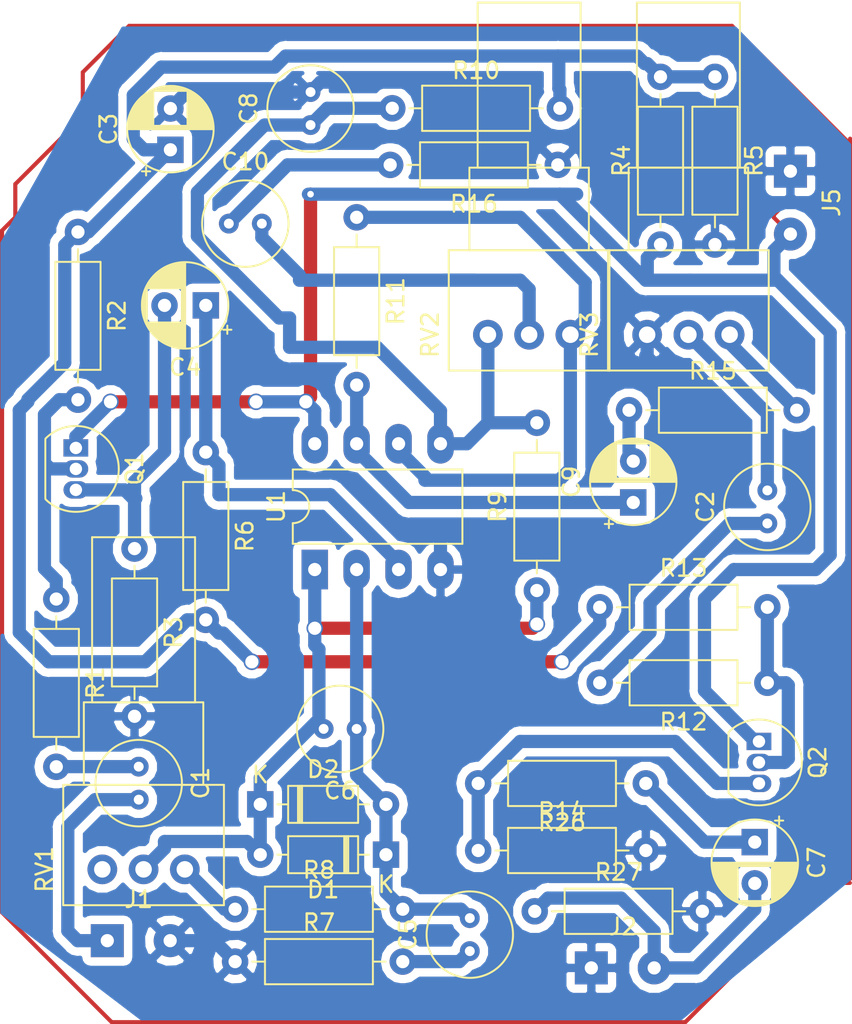
<source format=kicad_pcb>
(kicad_pcb (version 20171130) (host pcbnew 5.0.2+dfsg1-1)

  (general
    (thickness 1.6)
    (drawings 0)
    (tracks 242)
    (zones 0)
    (modules 39)
    (nets 27)
  )

  (page A4)
  (layers
    (0 F.Cu signal)
    (31 B.Cu signal)
    (32 B.Adhes user)
    (33 F.Adhes user)
    (34 B.Paste user)
    (35 F.Paste user)
    (36 B.SilkS user)
    (37 F.SilkS user)
    (38 B.Mask user)
    (39 F.Mask user)
    (40 Dwgs.User user)
    (41 Cmts.User user)
    (42 Eco1.User user)
    (43 Eco2.User user)
    (44 Edge.Cuts user)
    (45 Margin user)
    (46 B.CrtYd user)
    (47 F.CrtYd user)
    (48 B.Fab user)
    (49 F.Fab user)
  )

  (setup
    (last_trace_width 0.8)
    (user_trace_width 0.8)
    (trace_clearance 0.2)
    (zone_clearance 0.508)
    (zone_45_only no)
    (trace_min 0.2)
    (segment_width 0.2)
    (edge_width 0.15)
    (via_size 0.8)
    (via_drill 0.4)
    (via_min_size 0.2)
    (via_min_drill 0.2)
    (user_via 1 0.8)
    (uvia_size 0.3)
    (uvia_drill 0.1)
    (uvias_allowed no)
    (uvia_min_size 0.2)
    (uvia_min_drill 0.1)
    (pcb_text_width 0.3)
    (pcb_text_size 1.5 1.5)
    (mod_edge_width 0.15)
    (mod_text_size 1 1)
    (mod_text_width 0.15)
    (pad_size 1.524 1.524)
    (pad_drill 0.762)
    (pad_to_mask_clearance 0.051)
    (solder_mask_min_width 0.25)
    (aux_axis_origin 0 0)
    (visible_elements FFFFFFFF)
    (pcbplotparams
      (layerselection 0x010fc_ffffffff)
      (usegerberextensions false)
      (usegerberattributes false)
      (usegerberadvancedattributes false)
      (creategerberjobfile false)
      (excludeedgelayer true)
      (linewidth 0.100000)
      (plotframeref false)
      (viasonmask false)
      (mode 1)
      (useauxorigin false)
      (hpglpennumber 1)
      (hpglpenspeed 20)
      (hpglpendiameter 15.000000)
      (psnegative false)
      (psa4output false)
      (plotreference true)
      (plotvalue true)
      (plotinvisibletext false)
      (padsonsilk false)
      (subtractmaskfromsilk false)
      (outputformat 1)
      (mirror false)
      (drillshape 1)
      (scaleselection 1)
      (outputdirectory ""))
  )

  (net 0 "")
  (net 1 "Net-(C1-Pad1)")
  (net 2 "Net-(C1-Pad2)")
  (net 3 "Net-(C2-Pad2)")
  (net 4 "Net-(C2-Pad1)")
  (net 5 VDD)
  (net 6 GND)
  (net 7 "Net-(C7-Pad1)")
  (net 8 "Net-(C7-Pad2)")
  (net 9 VCC)
  (net 10 "Net-(Q1-Pad2)")
  (net 11 "Net-(Q2-Pad2)")
  (net 12 "Net-(Q2-Pad3)")
  (net 13 "Net-(C4-Pad1)")
  (net 14 "Net-(C4-Pad2)")
  (net 15 "Net-(C5-Pad2)")
  (net 16 "Net-(C5-Pad1)")
  (net 17 "Net-(C6-Pad2)")
  (net 18 "Net-(R8-Pad1)")
  (net 19 "Net-(RV1-Pad3)")
  (net 20 "Net-(C8-Pad1)")
  (net 21 "Net-(C9-Pad1)")
  (net 22 "Net-(C9-Pad2)")
  (net 23 "Net-(R11-Pad1)")
  (net 24 "Net-(R15-Pad2)")
  (net 25 "Net-(C10-Pad1)")
  (net 26 "Net-(C10-Pad2)")

  (net_class Default "This is the default net class."
    (clearance 0.2)
    (trace_width 0.25)
    (via_dia 0.8)
    (via_drill 0.4)
    (uvia_dia 0.3)
    (uvia_drill 0.1)
    (add_net GND)
    (add_net "Net-(C1-Pad1)")
    (add_net "Net-(C1-Pad2)")
    (add_net "Net-(C10-Pad1)")
    (add_net "Net-(C10-Pad2)")
    (add_net "Net-(C2-Pad1)")
    (add_net "Net-(C2-Pad2)")
    (add_net "Net-(C4-Pad1)")
    (add_net "Net-(C4-Pad2)")
    (add_net "Net-(C5-Pad1)")
    (add_net "Net-(C5-Pad2)")
    (add_net "Net-(C6-Pad2)")
    (add_net "Net-(C7-Pad1)")
    (add_net "Net-(C7-Pad2)")
    (add_net "Net-(C8-Pad1)")
    (add_net "Net-(C9-Pad1)")
    (add_net "Net-(C9-Pad2)")
    (add_net "Net-(Q1-Pad2)")
    (add_net "Net-(Q2-Pad2)")
    (add_net "Net-(Q2-Pad3)")
    (add_net "Net-(R11-Pad1)")
    (add_net "Net-(R15-Pad2)")
    (add_net "Net-(R8-Pad1)")
    (add_net "Net-(RV1-Pad3)")
    (add_net VCC)
    (add_net VDD)
  )

  (module Diode_THT:D_DO-35_SOD27_P7.62mm_Horizontal (layer F.Cu) (tedit 5AE50CD5) (tstamp 603BD671)
    (at 59.182 101.854)
    (descr "Diode, DO-35_SOD27 series, Axial, Horizontal, pin pitch=7.62mm, , length*diameter=4*2mm^2, , http://www.diodes.com/_files/packages/DO-35.pdf")
    (tags "Diode DO-35_SOD27 series Axial Horizontal pin pitch 7.62mm  length 4mm diameter 2mm")
    (path /603C864C)
    (fp_text reference D2 (at 3.81 -2.12) (layer F.SilkS)
      (effects (font (size 1 1) (thickness 0.15)))
    )
    (fp_text value 1N4148 (at 3.81 2.12) (layer F.Fab)
      (effects (font (size 1 1) (thickness 0.15)))
    )
    (fp_line (start 1.81 -1) (end 1.81 1) (layer F.Fab) (width 0.1))
    (fp_line (start 1.81 1) (end 5.81 1) (layer F.Fab) (width 0.1))
    (fp_line (start 5.81 1) (end 5.81 -1) (layer F.Fab) (width 0.1))
    (fp_line (start 5.81 -1) (end 1.81 -1) (layer F.Fab) (width 0.1))
    (fp_line (start 0 0) (end 1.81 0) (layer F.Fab) (width 0.1))
    (fp_line (start 7.62 0) (end 5.81 0) (layer F.Fab) (width 0.1))
    (fp_line (start 2.41 -1) (end 2.41 1) (layer F.Fab) (width 0.1))
    (fp_line (start 2.51 -1) (end 2.51 1) (layer F.Fab) (width 0.1))
    (fp_line (start 2.31 -1) (end 2.31 1) (layer F.Fab) (width 0.1))
    (fp_line (start 1.69 -1.12) (end 1.69 1.12) (layer F.SilkS) (width 0.12))
    (fp_line (start 1.69 1.12) (end 5.93 1.12) (layer F.SilkS) (width 0.12))
    (fp_line (start 5.93 1.12) (end 5.93 -1.12) (layer F.SilkS) (width 0.12))
    (fp_line (start 5.93 -1.12) (end 1.69 -1.12) (layer F.SilkS) (width 0.12))
    (fp_line (start 1.04 0) (end 1.69 0) (layer F.SilkS) (width 0.12))
    (fp_line (start 6.58 0) (end 5.93 0) (layer F.SilkS) (width 0.12))
    (fp_line (start 2.41 -1.12) (end 2.41 1.12) (layer F.SilkS) (width 0.12))
    (fp_line (start 2.53 -1.12) (end 2.53 1.12) (layer F.SilkS) (width 0.12))
    (fp_line (start 2.29 -1.12) (end 2.29 1.12) (layer F.SilkS) (width 0.12))
    (fp_line (start -1.05 -1.25) (end -1.05 1.25) (layer F.CrtYd) (width 0.05))
    (fp_line (start -1.05 1.25) (end 8.67 1.25) (layer F.CrtYd) (width 0.05))
    (fp_line (start 8.67 1.25) (end 8.67 -1.25) (layer F.CrtYd) (width 0.05))
    (fp_line (start 8.67 -1.25) (end -1.05 -1.25) (layer F.CrtYd) (width 0.05))
    (fp_text user %R (at 5.207 -1.016) (layer F.Fab)
      (effects (font (size 0.8 0.8) (thickness 0.12)))
    )
    (fp_text user K (at 0 -1.8) (layer F.Fab)
      (effects (font (size 1 1) (thickness 0.15)))
    )
    (fp_text user K (at 0 -1.8) (layer F.SilkS)
      (effects (font (size 1 1) (thickness 0.15)))
    )
    (pad 1 thru_hole rect (at 0 0) (size 1.6 1.6) (drill 0.8) (layers *.Cu *.Mask)
      (net 17 "Net-(C6-Pad2)"))
    (pad 2 thru_hole oval (at 7.62 0) (size 1.6 1.6) (drill 0.8) (layers *.Cu *.Mask)
      (net 15 "Net-(C5-Pad2)"))
    (model ${KISYS3DMOD}/Diode_THT.3dshapes/D_DO-35_SOD27_P7.62mm_Horizontal.wrl
      (at (xyz 0 0 0))
      (scale (xyz 1 1 1))
      (rotate (xyz 0 0 0))
    )
  )

  (module Connector_Wire:SolderWirePad_1x02_P3.81mm_Drill0.8mm (layer F.Cu) (tedit 603B9C2B) (tstamp 60235B58)
    (at 91.313 63.5 270)
    (descr "Wire solder connection")
    (tags connector)
    (path /5FD1885E)
    (attr virtual)
    (fp_text reference J5 (at 1.905 -2.5 270) (layer F.SilkS)
      (effects (font (size 1 1) (thickness 0.15)))
    )
    (fp_text value Conn_01x02_Male (at 1.905 2.54 270) (layer F.Fab)
      (effects (font (size 1 1) (thickness 0.15)))
    )
    (fp_text user %R (at 1.905 0 270) (layer F.Fab)
      (effects (font (size 1 1) (thickness 0.15)))
    )
    (fp_line (start -1.49 -1.5) (end 5.31 -1.5) (layer F.CrtYd) (width 0.05))
    (fp_line (start -1.49 -1.5) (end -1.49 1.5) (layer F.CrtYd) (width 0.05))
    (fp_line (start 5.31 1.5) (end 5.31 -1.5) (layer F.CrtYd) (width 0.05))
    (fp_line (start 5.31 1.5) (end -1.49 1.5) (layer F.CrtYd) (width 0.05))
    (pad 1 thru_hole rect (at 0 0 270) (size 1.99898 1.99898) (drill 0.8001) (layers *.Cu *.Mask)
      (net 6 GND))
    (pad 2 thru_hole circle (at 3.81 0 270) (size 1.99898 1.99898) (drill 0.8001) (layers *.Cu *.Mask)
      (net 9 VCC))
  )

  (module Capacitor_THT:C_Radial_D5.0mm_H7.0mm_P2.00mm (layer F.Cu) (tedit 5BC5C9B9) (tstamp 603BD641)
    (at 65.024 97.282 180)
    (descr "C, Radial series, Radial, pin pitch=2.00mm, diameter=5mm, height=7mm, Non-Polar Electrolytic Capacitor")
    (tags "C Radial series Radial pin pitch 2.00mm diameter 5mm height 7mm Non-Polar Electrolytic Capacitor")
    (path /603C83DB)
    (fp_text reference C6 (at 1 -3.75 180) (layer F.SilkS)
      (effects (font (size 1 1) (thickness 0.15)))
    )
    (fp_text value 51pF (at 1 3.75 180) (layer F.Fab)
      (effects (font (size 1 1) (thickness 0.15)))
    )
    (fp_circle (center 1 0) (end 3.5 0) (layer F.Fab) (width 0.1))
    (fp_circle (center 1 0) (end 3.62 0) (layer F.SilkS) (width 0.12))
    (fp_circle (center 1 0) (end 3.75 0) (layer F.CrtYd) (width 0.05))
    (fp_text user %R (at 1 0 180) (layer F.Fab)
      (effects (font (size 1 1) (thickness 0.15)))
    )
    (pad 1 thru_hole circle (at 0 0 180) (size 1.2 1.2) (drill 0.6) (layers *.Cu *.Mask)
      (net 15 "Net-(C5-Pad2)"))
    (pad 2 thru_hole circle (at 2 0 180) (size 1.2 1.2) (drill 0.6) (layers *.Cu *.Mask)
      (net 17 "Net-(C6-Pad2)"))
    (model ${KISYS3DMOD}/Capacitor_THT.3dshapes/C_Radial_D5.0mm_H7.0mm_P2.00mm.wrl
      (at (xyz 0 0 0))
      (scale (xyz 1 1 1))
      (rotate (xyz 0 0 0))
    )
  )

  (module Connector_Wire:SolderWirePad_1x02_P3.81mm_Drill0.8mm (layer F.Cu) (tedit 603BE339) (tstamp 602383AB)
    (at 49.911 110.109)
    (descr "Wire solder connection")
    (tags connector)
    (path /5FC56677)
    (attr virtual)
    (fp_text reference J1 (at 1.905 -2.5) (layer F.SilkS)
      (effects (font (size 1 1) (thickness 0.15)))
    )
    (fp_text value Conn_01x02_Male (at 1.905 2.54) (layer F.Fab)
      (effects (font (size 1 1) (thickness 0.15)))
    )
    (fp_line (start 5.31 1.5) (end -1.49 1.5) (layer F.CrtYd) (width 0.05))
    (fp_line (start 5.31 1.5) (end 5.31 -1.5) (layer F.CrtYd) (width 0.05))
    (fp_line (start -1.49 -1.5) (end -1.49 1.5) (layer F.CrtYd) (width 0.05))
    (fp_line (start -1.49 -1.5) (end 5.31 -1.5) (layer F.CrtYd) (width 0.05))
    (fp_text user %R (at 1.905 0 90) (layer F.Fab)
      (effects (font (size 1 1) (thickness 0.15)))
    )
    (pad 2 thru_hole circle (at 3.81 0) (size 1.99898 1.99898) (drill 0.8001) (layers *.Cu *.Mask)
      (net 6 GND))
    (pad 1 thru_hole rect (at 0 0) (size 1.99898 1.99898) (drill 0.8001) (layers *.Cu *.Mask)
      (net 2 "Net-(C1-Pad2)"))
  )

  (module Connector_Wire:SolderWirePad_1x02_P3.81mm_Drill0.8mm (layer F.Cu) (tedit 5AEE54BF) (tstamp 60235B4D)
    (at 79.248 111.76)
    (descr "Wire solder connection")
    (tags connector)
    (path /5FC4462B)
    (attr virtual)
    (fp_text reference J2 (at 1.905 -2.5) (layer F.SilkS)
      (effects (font (size 1 1) (thickness 0.15)))
    )
    (fp_text value Conn_01x02_Male (at 1.905 2.54) (layer F.Fab)
      (effects (font (size 1 1) (thickness 0.15)))
    )
    (fp_line (start 5.31 1.5) (end -1.49 1.5) (layer F.CrtYd) (width 0.05))
    (fp_line (start 5.31 1.5) (end 5.31 -1.5) (layer F.CrtYd) (width 0.05))
    (fp_line (start -1.49 -1.5) (end -1.49 1.5) (layer F.CrtYd) (width 0.05))
    (fp_line (start -1.49 -1.5) (end 5.31 -1.5) (layer F.CrtYd) (width 0.05))
    (fp_text user %R (at 1.905 0) (layer F.Fab)
      (effects (font (size 1 1) (thickness 0.15)))
    )
    (pad 2 thru_hole circle (at 3.81 0) (size 1.99898 1.99898) (drill 0.8001) (layers *.Cu *.Mask)
      (net 8 "Net-(C7-Pad2)"))
    (pad 1 thru_hole rect (at 0 0) (size 1.99898 1.99898) (drill 0.8001) (layers *.Cu *.Mask)
      (net 6 GND))
  )

  (module Package_TO_SOT_THT:TO-92_Inline (layer F.Cu) (tedit 5A1DD157) (tstamp 60235B6A)
    (at 48.006 80.264 270)
    (descr "TO-92 leads in-line, narrow, oval pads, drill 0.75mm (see NXP sot054_po.pdf)")
    (tags "to-92 sc-43 sc-43a sot54 PA33 transistor")
    (path /5FB7EEBF)
    (fp_text reference Q1 (at 1.27 -3.56 270) (layer F.SilkS)
      (effects (font (size 1 1) (thickness 0.15)))
    )
    (fp_text value BC337 (at 1.27 2.79 270) (layer F.Fab)
      (effects (font (size 1 1) (thickness 0.15)))
    )
    (fp_text user %R (at 1.27 -3.56 270) (layer F.Fab)
      (effects (font (size 1 1) (thickness 0.15)))
    )
    (fp_line (start -0.53 1.85) (end 3.07 1.85) (layer F.SilkS) (width 0.12))
    (fp_line (start -0.5 1.75) (end 3 1.75) (layer F.Fab) (width 0.1))
    (fp_line (start -1.46 -2.73) (end 4 -2.73) (layer F.CrtYd) (width 0.05))
    (fp_line (start -1.46 -2.73) (end -1.46 2.01) (layer F.CrtYd) (width 0.05))
    (fp_line (start 4 2.01) (end 4 -2.73) (layer F.CrtYd) (width 0.05))
    (fp_line (start 4 2.01) (end -1.46 2.01) (layer F.CrtYd) (width 0.05))
    (fp_arc (start 1.27 0) (end 1.27 -2.48) (angle 135) (layer F.Fab) (width 0.1))
    (fp_arc (start 1.27 0) (end 1.27 -2.6) (angle -135) (layer F.SilkS) (width 0.12))
    (fp_arc (start 1.27 0) (end 1.27 -2.48) (angle -135) (layer F.Fab) (width 0.1))
    (fp_arc (start 1.27 0) (end 1.27 -2.6) (angle 135) (layer F.SilkS) (width 0.12))
    (pad 2 thru_hole oval (at 1.27 0 270) (size 1.05 1.5) (drill 0.75) (layers *.Cu *.Mask)
      (net 10 "Net-(Q1-Pad2)"))
    (pad 3 thru_hole oval (at 2.54 0 270) (size 1.05 1.5) (drill 0.75) (layers *.Cu *.Mask)
      (net 14 "Net-(C4-Pad2)"))
    (pad 1 thru_hole rect (at 0 0 270) (size 1.05 1.5) (drill 0.75) (layers *.Cu *.Mask)
      (net 9 VCC))
    (model ${KISYS3DMOD}/Package_TO_SOT_THT.3dshapes/TO-92_Inline.wrl
      (at (xyz 0 0 0))
      (scale (xyz 1 1 1))
      (rotate (xyz 0 0 0))
    )
  )

  (module Package_TO_SOT_THT:TO-92_Inline (layer F.Cu) (tedit 5A1DD157) (tstamp 60235B7C)
    (at 89.408 98.044 270)
    (descr "TO-92 leads in-line, narrow, oval pads, drill 0.75mm (see NXP sot054_po.pdf)")
    (tags "to-92 sc-43 sc-43a sot54 PA33 transistor")
    (path /5FB8AD72)
    (fp_text reference Q2 (at 1.27 -3.56 270) (layer F.SilkS)
      (effects (font (size 1 1) (thickness 0.15)))
    )
    (fp_text value BC337 (at 1.27 2.79 270) (layer F.Fab)
      (effects (font (size 1 1) (thickness 0.15)))
    )
    (fp_arc (start 1.27 0) (end 1.27 -2.6) (angle 135) (layer F.SilkS) (width 0.12))
    (fp_arc (start 1.27 0) (end 1.27 -2.48) (angle -135) (layer F.Fab) (width 0.1))
    (fp_arc (start 1.27 0) (end 1.27 -2.6) (angle -135) (layer F.SilkS) (width 0.12))
    (fp_arc (start 1.27 0) (end 1.27 -2.48) (angle 135) (layer F.Fab) (width 0.1))
    (fp_line (start 4 2.01) (end -1.46 2.01) (layer F.CrtYd) (width 0.05))
    (fp_line (start 4 2.01) (end 4 -2.73) (layer F.CrtYd) (width 0.05))
    (fp_line (start -1.46 -2.73) (end -1.46 2.01) (layer F.CrtYd) (width 0.05))
    (fp_line (start -1.46 -2.73) (end 4 -2.73) (layer F.CrtYd) (width 0.05))
    (fp_line (start -0.5 1.75) (end 3 1.75) (layer F.Fab) (width 0.1))
    (fp_line (start -0.53 1.85) (end 3.07 1.85) (layer F.SilkS) (width 0.12))
    (fp_text user %R (at 1.27 -3.56 270) (layer F.Fab)
      (effects (font (size 1 1) (thickness 0.15)))
    )
    (pad 1 thru_hole rect (at 0 0 270) (size 1.05 1.5) (drill 0.75) (layers *.Cu *.Mask)
      (net 9 VCC))
    (pad 3 thru_hole oval (at 2.54 0 270) (size 1.05 1.5) (drill 0.75) (layers *.Cu *.Mask)
      (net 12 "Net-(Q2-Pad3)"))
    (pad 2 thru_hole oval (at 1.27 0 270) (size 1.05 1.5) (drill 0.75) (layers *.Cu *.Mask)
      (net 11 "Net-(Q2-Pad2)"))
    (model ${KISYS3DMOD}/Package_TO_SOT_THT.3dshapes/TO-92_Inline.wrl
      (at (xyz 0 0 0))
      (scale (xyz 1 1 1))
      (rotate (xyz 0 0 0))
    )
  )

  (module Capacitor_THT:C_Radial_D5.0mm_H7.0mm_P2.00mm (layer F.Cu) (tedit 5BC5C9B9) (tstamp 603BA149)
    (at 51.816 99.568 270)
    (descr "C, Radial series, Radial, pin pitch=2.00mm, diameter=5mm, height=7mm, Non-Polar Electrolytic Capacitor")
    (tags "C Radial series Radial pin pitch 2.00mm diameter 5mm height 7mm Non-Polar Electrolytic Capacitor")
    (path /5FB7F957)
    (fp_text reference C1 (at 1 -3.75 270) (layer F.SilkS)
      (effects (font (size 1 1) (thickness 0.15)))
    )
    (fp_text value 0.1uF (at 1 3.75 270) (layer F.Fab)
      (effects (font (size 1 1) (thickness 0.15)))
    )
    (fp_circle (center 1 0) (end 3.5 0) (layer F.Fab) (width 0.1))
    (fp_circle (center 1 0) (end 3.62 0) (layer F.SilkS) (width 0.12))
    (fp_circle (center 1 0) (end 3.75 0) (layer F.CrtYd) (width 0.05))
    (fp_text user %R (at 1 0 270) (layer F.Fab)
      (effects (font (size 1 1) (thickness 0.15)))
    )
    (pad 1 thru_hole circle (at 0 0 270) (size 1.2 1.2) (drill 0.6) (layers *.Cu *.Mask)
      (net 1 "Net-(C1-Pad1)"))
    (pad 2 thru_hole circle (at 2 0 270) (size 1.2 1.2) (drill 0.6) (layers *.Cu *.Mask)
      (net 2 "Net-(C1-Pad2)"))
    (model ${KISYS3DMOD}/Capacitor_THT.3dshapes/C_Radial_D5.0mm_H7.0mm_P2.00mm.wrl
      (at (xyz 0 0 0))
      (scale (xyz 1 1 1))
      (rotate (xyz 0 0 0))
    )
  )

  (module Capacitor_THT:C_Radial_D5.0mm_H7.0mm_P2.00mm (layer F.Cu) (tedit 5BC5C9B9) (tstamp 603BA152)
    (at 89.916 84.836 90)
    (descr "C, Radial series, Radial, pin pitch=2.00mm, diameter=5mm, height=7mm, Non-Polar Electrolytic Capacitor")
    (tags "C Radial series Radial pin pitch 2.00mm diameter 5mm height 7mm Non-Polar Electrolytic Capacitor")
    (path /6017BB5B)
    (fp_text reference C2 (at 1 -3.75 90) (layer F.SilkS)
      (effects (font (size 1 1) (thickness 0.15)))
    )
    (fp_text value 0.1uF (at 1 3.75 90) (layer F.Fab)
      (effects (font (size 1 1) (thickness 0.15)))
    )
    (fp_text user %R (at 1 0 90) (layer F.Fab)
      (effects (font (size 1 1) (thickness 0.15)))
    )
    (fp_circle (center 1 0) (end 3.75 0) (layer F.CrtYd) (width 0.05))
    (fp_circle (center 1 0) (end 3.62 0) (layer F.SilkS) (width 0.12))
    (fp_circle (center 1 0) (end 3.5 0) (layer F.Fab) (width 0.1))
    (pad 2 thru_hole circle (at 2 0 90) (size 1.2 1.2) (drill 0.6) (layers *.Cu *.Mask)
      (net 3 "Net-(C2-Pad2)"))
    (pad 1 thru_hole circle (at 0 0 90) (size 1.2 1.2) (drill 0.6) (layers *.Cu *.Mask)
      (net 4 "Net-(C2-Pad1)"))
    (model ${KISYS3DMOD}/Capacitor_THT.3dshapes/C_Radial_D5.0mm_H7.0mm_P2.00mm.wrl
      (at (xyz 0 0 0))
      (scale (xyz 1 1 1))
      (rotate (xyz 0 0 0))
    )
  )

  (module Capacitor_THT:CP_Radial_D5.0mm_P2.50mm (layer F.Cu) (tedit 5AE50EF0) (tstamp 603BA15B)
    (at 53.73624 62.2046 90)
    (descr "CP, Radial series, Radial, pin pitch=2.50mm, , diameter=5mm, Electrolytic Capacitor")
    (tags "CP Radial series Radial pin pitch 2.50mm  diameter 5mm Electrolytic Capacitor")
    (path /5FB800DB)
    (fp_text reference C3 (at 1.25 -3.75 90) (layer F.SilkS)
      (effects (font (size 1 1) (thickness 0.15)))
    )
    (fp_text value 10uF (at 1.25 3.75 90) (layer F.Fab)
      (effects (font (size 1 1) (thickness 0.15)))
    )
    (fp_circle (center 1.25 0) (end 3.75 0) (layer F.Fab) (width 0.1))
    (fp_circle (center 1.25 0) (end 3.87 0) (layer F.SilkS) (width 0.12))
    (fp_circle (center 1.25 0) (end 4 0) (layer F.CrtYd) (width 0.05))
    (fp_line (start -0.883605 -1.0875) (end -0.383605 -1.0875) (layer F.Fab) (width 0.1))
    (fp_line (start -0.633605 -1.3375) (end -0.633605 -0.8375) (layer F.Fab) (width 0.1))
    (fp_line (start 1.25 -2.58) (end 1.25 2.58) (layer F.SilkS) (width 0.12))
    (fp_line (start 1.29 -2.58) (end 1.29 2.58) (layer F.SilkS) (width 0.12))
    (fp_line (start 1.33 -2.579) (end 1.33 2.579) (layer F.SilkS) (width 0.12))
    (fp_line (start 1.37 -2.578) (end 1.37 2.578) (layer F.SilkS) (width 0.12))
    (fp_line (start 1.41 -2.576) (end 1.41 2.576) (layer F.SilkS) (width 0.12))
    (fp_line (start 1.45 -2.573) (end 1.45 2.573) (layer F.SilkS) (width 0.12))
    (fp_line (start 1.49 -2.569) (end 1.49 -1.04) (layer F.SilkS) (width 0.12))
    (fp_line (start 1.49 1.04) (end 1.49 2.569) (layer F.SilkS) (width 0.12))
    (fp_line (start 1.53 -2.565) (end 1.53 -1.04) (layer F.SilkS) (width 0.12))
    (fp_line (start 1.53 1.04) (end 1.53 2.565) (layer F.SilkS) (width 0.12))
    (fp_line (start 1.57 -2.561) (end 1.57 -1.04) (layer F.SilkS) (width 0.12))
    (fp_line (start 1.57 1.04) (end 1.57 2.561) (layer F.SilkS) (width 0.12))
    (fp_line (start 1.61 -2.556) (end 1.61 -1.04) (layer F.SilkS) (width 0.12))
    (fp_line (start 1.61 1.04) (end 1.61 2.556) (layer F.SilkS) (width 0.12))
    (fp_line (start 1.65 -2.55) (end 1.65 -1.04) (layer F.SilkS) (width 0.12))
    (fp_line (start 1.65 1.04) (end 1.65 2.55) (layer F.SilkS) (width 0.12))
    (fp_line (start 1.69 -2.543) (end 1.69 -1.04) (layer F.SilkS) (width 0.12))
    (fp_line (start 1.69 1.04) (end 1.69 2.543) (layer F.SilkS) (width 0.12))
    (fp_line (start 1.73 -2.536) (end 1.73 -1.04) (layer F.SilkS) (width 0.12))
    (fp_line (start 1.73 1.04) (end 1.73 2.536) (layer F.SilkS) (width 0.12))
    (fp_line (start 1.77 -2.528) (end 1.77 -1.04) (layer F.SilkS) (width 0.12))
    (fp_line (start 1.77 1.04) (end 1.77 2.528) (layer F.SilkS) (width 0.12))
    (fp_line (start 1.81 -2.52) (end 1.81 -1.04) (layer F.SilkS) (width 0.12))
    (fp_line (start 1.81 1.04) (end 1.81 2.52) (layer F.SilkS) (width 0.12))
    (fp_line (start 1.85 -2.511) (end 1.85 -1.04) (layer F.SilkS) (width 0.12))
    (fp_line (start 1.85 1.04) (end 1.85 2.511) (layer F.SilkS) (width 0.12))
    (fp_line (start 1.89 -2.501) (end 1.89 -1.04) (layer F.SilkS) (width 0.12))
    (fp_line (start 1.89 1.04) (end 1.89 2.501) (layer F.SilkS) (width 0.12))
    (fp_line (start 1.93 -2.491) (end 1.93 -1.04) (layer F.SilkS) (width 0.12))
    (fp_line (start 1.93 1.04) (end 1.93 2.491) (layer F.SilkS) (width 0.12))
    (fp_line (start 1.971 -2.48) (end 1.971 -1.04) (layer F.SilkS) (width 0.12))
    (fp_line (start 1.971 1.04) (end 1.971 2.48) (layer F.SilkS) (width 0.12))
    (fp_line (start 2.011 -2.468) (end 2.011 -1.04) (layer F.SilkS) (width 0.12))
    (fp_line (start 2.011 1.04) (end 2.011 2.468) (layer F.SilkS) (width 0.12))
    (fp_line (start 2.051 -2.455) (end 2.051 -1.04) (layer F.SilkS) (width 0.12))
    (fp_line (start 2.051 1.04) (end 2.051 2.455) (layer F.SilkS) (width 0.12))
    (fp_line (start 2.091 -2.442) (end 2.091 -1.04) (layer F.SilkS) (width 0.12))
    (fp_line (start 2.091 1.04) (end 2.091 2.442) (layer F.SilkS) (width 0.12))
    (fp_line (start 2.131 -2.428) (end 2.131 -1.04) (layer F.SilkS) (width 0.12))
    (fp_line (start 2.131 1.04) (end 2.131 2.428) (layer F.SilkS) (width 0.12))
    (fp_line (start 2.171 -2.414) (end 2.171 -1.04) (layer F.SilkS) (width 0.12))
    (fp_line (start 2.171 1.04) (end 2.171 2.414) (layer F.SilkS) (width 0.12))
    (fp_line (start 2.211 -2.398) (end 2.211 -1.04) (layer F.SilkS) (width 0.12))
    (fp_line (start 2.211 1.04) (end 2.211 2.398) (layer F.SilkS) (width 0.12))
    (fp_line (start 2.251 -2.382) (end 2.251 -1.04) (layer F.SilkS) (width 0.12))
    (fp_line (start 2.251 1.04) (end 2.251 2.382) (layer F.SilkS) (width 0.12))
    (fp_line (start 2.291 -2.365) (end 2.291 -1.04) (layer F.SilkS) (width 0.12))
    (fp_line (start 2.291 1.04) (end 2.291 2.365) (layer F.SilkS) (width 0.12))
    (fp_line (start 2.331 -2.348) (end 2.331 -1.04) (layer F.SilkS) (width 0.12))
    (fp_line (start 2.331 1.04) (end 2.331 2.348) (layer F.SilkS) (width 0.12))
    (fp_line (start 2.371 -2.329) (end 2.371 -1.04) (layer F.SilkS) (width 0.12))
    (fp_line (start 2.371 1.04) (end 2.371 2.329) (layer F.SilkS) (width 0.12))
    (fp_line (start 2.411 -2.31) (end 2.411 -1.04) (layer F.SilkS) (width 0.12))
    (fp_line (start 2.411 1.04) (end 2.411 2.31) (layer F.SilkS) (width 0.12))
    (fp_line (start 2.451 -2.29) (end 2.451 -1.04) (layer F.SilkS) (width 0.12))
    (fp_line (start 2.451 1.04) (end 2.451 2.29) (layer F.SilkS) (width 0.12))
    (fp_line (start 2.491 -2.268) (end 2.491 -1.04) (layer F.SilkS) (width 0.12))
    (fp_line (start 2.491 1.04) (end 2.491 2.268) (layer F.SilkS) (width 0.12))
    (fp_line (start 2.531 -2.247) (end 2.531 -1.04) (layer F.SilkS) (width 0.12))
    (fp_line (start 2.531 1.04) (end 2.531 2.247) (layer F.SilkS) (width 0.12))
    (fp_line (start 2.571 -2.224) (end 2.571 -1.04) (layer F.SilkS) (width 0.12))
    (fp_line (start 2.571 1.04) (end 2.571 2.224) (layer F.SilkS) (width 0.12))
    (fp_line (start 2.611 -2.2) (end 2.611 -1.04) (layer F.SilkS) (width 0.12))
    (fp_line (start 2.611 1.04) (end 2.611 2.2) (layer F.SilkS) (width 0.12))
    (fp_line (start 2.651 -2.175) (end 2.651 -1.04) (layer F.SilkS) (width 0.12))
    (fp_line (start 2.651 1.04) (end 2.651 2.175) (layer F.SilkS) (width 0.12))
    (fp_line (start 2.691 -2.149) (end 2.691 -1.04) (layer F.SilkS) (width 0.12))
    (fp_line (start 2.691 1.04) (end 2.691 2.149) (layer F.SilkS) (width 0.12))
    (fp_line (start 2.731 -2.122) (end 2.731 -1.04) (layer F.SilkS) (width 0.12))
    (fp_line (start 2.731 1.04) (end 2.731 2.122) (layer F.SilkS) (width 0.12))
    (fp_line (start 2.771 -2.095) (end 2.771 -1.04) (layer F.SilkS) (width 0.12))
    (fp_line (start 2.771 1.04) (end 2.771 2.095) (layer F.SilkS) (width 0.12))
    (fp_line (start 2.811 -2.065) (end 2.811 -1.04) (layer F.SilkS) (width 0.12))
    (fp_line (start 2.811 1.04) (end 2.811 2.065) (layer F.SilkS) (width 0.12))
    (fp_line (start 2.851 -2.035) (end 2.851 -1.04) (layer F.SilkS) (width 0.12))
    (fp_line (start 2.851 1.04) (end 2.851 2.035) (layer F.SilkS) (width 0.12))
    (fp_line (start 2.891 -2.004) (end 2.891 -1.04) (layer F.SilkS) (width 0.12))
    (fp_line (start 2.891 1.04) (end 2.891 2.004) (layer F.SilkS) (width 0.12))
    (fp_line (start 2.931 -1.971) (end 2.931 -1.04) (layer F.SilkS) (width 0.12))
    (fp_line (start 2.931 1.04) (end 2.931 1.971) (layer F.SilkS) (width 0.12))
    (fp_line (start 2.971 -1.937) (end 2.971 -1.04) (layer F.SilkS) (width 0.12))
    (fp_line (start 2.971 1.04) (end 2.971 1.937) (layer F.SilkS) (width 0.12))
    (fp_line (start 3.011 -1.901) (end 3.011 -1.04) (layer F.SilkS) (width 0.12))
    (fp_line (start 3.011 1.04) (end 3.011 1.901) (layer F.SilkS) (width 0.12))
    (fp_line (start 3.051 -1.864) (end 3.051 -1.04) (layer F.SilkS) (width 0.12))
    (fp_line (start 3.051 1.04) (end 3.051 1.864) (layer F.SilkS) (width 0.12))
    (fp_line (start 3.091 -1.826) (end 3.091 -1.04) (layer F.SilkS) (width 0.12))
    (fp_line (start 3.091 1.04) (end 3.091 1.826) (layer F.SilkS) (width 0.12))
    (fp_line (start 3.131 -1.785) (end 3.131 -1.04) (layer F.SilkS) (width 0.12))
    (fp_line (start 3.131 1.04) (end 3.131 1.785) (layer F.SilkS) (width 0.12))
    (fp_line (start 3.171 -1.743) (end 3.171 -1.04) (layer F.SilkS) (width 0.12))
    (fp_line (start 3.171 1.04) (end 3.171 1.743) (layer F.SilkS) (width 0.12))
    (fp_line (start 3.211 -1.699) (end 3.211 -1.04) (layer F.SilkS) (width 0.12))
    (fp_line (start 3.211 1.04) (end 3.211 1.699) (layer F.SilkS) (width 0.12))
    (fp_line (start 3.251 -1.653) (end 3.251 -1.04) (layer F.SilkS) (width 0.12))
    (fp_line (start 3.251 1.04) (end 3.251 1.653) (layer F.SilkS) (width 0.12))
    (fp_line (start 3.291 -1.605) (end 3.291 -1.04) (layer F.SilkS) (width 0.12))
    (fp_line (start 3.291 1.04) (end 3.291 1.605) (layer F.SilkS) (width 0.12))
    (fp_line (start 3.331 -1.554) (end 3.331 -1.04) (layer F.SilkS) (width 0.12))
    (fp_line (start 3.331 1.04) (end 3.331 1.554) (layer F.SilkS) (width 0.12))
    (fp_line (start 3.371 -1.5) (end 3.371 -1.04) (layer F.SilkS) (width 0.12))
    (fp_line (start 3.371 1.04) (end 3.371 1.5) (layer F.SilkS) (width 0.12))
    (fp_line (start 3.411 -1.443) (end 3.411 -1.04) (layer F.SilkS) (width 0.12))
    (fp_line (start 3.411 1.04) (end 3.411 1.443) (layer F.SilkS) (width 0.12))
    (fp_line (start 3.451 -1.383) (end 3.451 -1.04) (layer F.SilkS) (width 0.12))
    (fp_line (start 3.451 1.04) (end 3.451 1.383) (layer F.SilkS) (width 0.12))
    (fp_line (start 3.491 -1.319) (end 3.491 -1.04) (layer F.SilkS) (width 0.12))
    (fp_line (start 3.491 1.04) (end 3.491 1.319) (layer F.SilkS) (width 0.12))
    (fp_line (start 3.531 -1.251) (end 3.531 -1.04) (layer F.SilkS) (width 0.12))
    (fp_line (start 3.531 1.04) (end 3.531 1.251) (layer F.SilkS) (width 0.12))
    (fp_line (start 3.571 -1.178) (end 3.571 1.178) (layer F.SilkS) (width 0.12))
    (fp_line (start 3.611 -1.098) (end 3.611 1.098) (layer F.SilkS) (width 0.12))
    (fp_line (start 3.651 -1.011) (end 3.651 1.011) (layer F.SilkS) (width 0.12))
    (fp_line (start 3.691 -0.915) (end 3.691 0.915) (layer F.SilkS) (width 0.12))
    (fp_line (start 3.731 -0.805) (end 3.731 0.805) (layer F.SilkS) (width 0.12))
    (fp_line (start 3.771 -0.677) (end 3.771 0.677) (layer F.SilkS) (width 0.12))
    (fp_line (start 3.811 -0.518) (end 3.811 0.518) (layer F.SilkS) (width 0.12))
    (fp_line (start 3.851 -0.284) (end 3.851 0.284) (layer F.SilkS) (width 0.12))
    (fp_line (start -1.554775 -1.475) (end -1.054775 -1.475) (layer F.SilkS) (width 0.12))
    (fp_line (start -1.304775 -1.725) (end -1.304775 -1.225) (layer F.SilkS) (width 0.12))
    (fp_text user %R (at 0.635 1.016 90) (layer F.Fab)
      (effects (font (size 1 1) (thickness 0.15)))
    )
    (pad 1 thru_hole rect (at 0 0 90) (size 1.6 1.6) (drill 0.8) (layers *.Cu *.Mask)
      (net 5 VDD))
    (pad 2 thru_hole circle (at 2.5 0 90) (size 1.6 1.6) (drill 0.8) (layers *.Cu *.Mask)
      (net 6 GND))
    (model ${KISYS3DMOD}/Capacitor_THT.3dshapes/CP_Radial_D5.0mm_P2.50mm.wrl
      (at (xyz 0 0 0))
      (scale (xyz 1 1 1))
      (rotate (xyz 0 0 0))
    )
  )

  (module Resistor_THT:R_Axial_DIN0207_L6.3mm_D2.5mm_P10.16mm_Horizontal (layer F.Cu) (tedit 5AE5139B) (tstamp 603BA1DE)
    (at 46.820373 89.417045 270)
    (descr "Resistor, Axial_DIN0207 series, Axial, Horizontal, pin pitch=10.16mm, 0.25W = 1/4W, length*diameter=6.3*2.5mm^2, http://cdn-reichelt.de/documents/datenblatt/B400/1_4W%23YAG.pdf")
    (tags "Resistor Axial_DIN0207 series Axial Horizontal pin pitch 10.16mm 0.25W = 1/4W length 6.3mm diameter 2.5mm")
    (path /5FB7F899)
    (fp_text reference R1 (at 5.08 -2.37 270) (layer F.SilkS)
      (effects (font (size 1 1) (thickness 0.15)))
    )
    (fp_text value 1k (at 5.08 2.37 270) (layer F.Fab)
      (effects (font (size 1 1) (thickness 0.15)))
    )
    (fp_line (start 1.93 -1.25) (end 1.93 1.25) (layer F.Fab) (width 0.1))
    (fp_line (start 1.93 1.25) (end 8.23 1.25) (layer F.Fab) (width 0.1))
    (fp_line (start 8.23 1.25) (end 8.23 -1.25) (layer F.Fab) (width 0.1))
    (fp_line (start 8.23 -1.25) (end 1.93 -1.25) (layer F.Fab) (width 0.1))
    (fp_line (start 0 0) (end 1.93 0) (layer F.Fab) (width 0.1))
    (fp_line (start 10.16 0) (end 8.23 0) (layer F.Fab) (width 0.1))
    (fp_line (start 1.81 -1.37) (end 1.81 1.37) (layer F.SilkS) (width 0.12))
    (fp_line (start 1.81 1.37) (end 8.35 1.37) (layer F.SilkS) (width 0.12))
    (fp_line (start 8.35 1.37) (end 8.35 -1.37) (layer F.SilkS) (width 0.12))
    (fp_line (start 8.35 -1.37) (end 1.81 -1.37) (layer F.SilkS) (width 0.12))
    (fp_line (start 1.04 0) (end 1.81 0) (layer F.SilkS) (width 0.12))
    (fp_line (start 9.12 0) (end 8.35 0) (layer F.SilkS) (width 0.12))
    (fp_line (start -1.05 -1.5) (end -1.05 1.5) (layer F.CrtYd) (width 0.05))
    (fp_line (start -1.05 1.5) (end 11.21 1.5) (layer F.CrtYd) (width 0.05))
    (fp_line (start 11.21 1.5) (end 11.21 -1.5) (layer F.CrtYd) (width 0.05))
    (fp_line (start 11.21 -1.5) (end -1.05 -1.5) (layer F.CrtYd) (width 0.05))
    (fp_text user %R (at 5.08 0 270) (layer F.Fab)
      (effects (font (size 1 1) (thickness 0.15)))
    )
    (pad 1 thru_hole circle (at 0 0 270) (size 1.6 1.6) (drill 0.8) (layers *.Cu *.Mask)
      (net 10 "Net-(Q1-Pad2)"))
    (pad 2 thru_hole oval (at 10.16 0 270) (size 1.6 1.6) (drill 0.8) (layers *.Cu *.Mask)
      (net 1 "Net-(C1-Pad1)"))
    (model ${KISYS3DMOD}/Resistor_THT.3dshapes/R_Axial_DIN0207_L6.3mm_D2.5mm_P10.16mm_Horizontal.wrl
      (at (xyz 0 0 0))
      (scale (xyz 1 1 1))
      (rotate (xyz 0 0 0))
    )
  )

  (module Resistor_THT:R_Axial_DIN0207_L6.3mm_D2.5mm_P10.16mm_Horizontal (layer F.Cu) (tedit 5AE5139B) (tstamp 603BA1F4)
    (at 48.133 67.183 270)
    (descr "Resistor, Axial_DIN0207 series, Axial, Horizontal, pin pitch=10.16mm, 0.25W = 1/4W, length*diameter=6.3*2.5mm^2, http://cdn-reichelt.de/documents/datenblatt/B400/1_4W%23YAG.pdf")
    (tags "Resistor Axial_DIN0207 series Axial Horizontal pin pitch 10.16mm 0.25W = 1/4W length 6.3mm diameter 2.5mm")
    (path /5FB7F845)
    (fp_text reference R2 (at 5.08 -2.37 270) (layer F.SilkS)
      (effects (font (size 1 1) (thickness 0.15)))
    )
    (fp_text value 1M (at 5.08 2.37 270) (layer F.Fab)
      (effects (font (size 1 1) (thickness 0.15)))
    )
    (fp_text user %R (at 5.08 0 270) (layer F.Fab)
      (effects (font (size 1 1) (thickness 0.15)))
    )
    (fp_line (start 11.21 -1.5) (end -1.05 -1.5) (layer F.CrtYd) (width 0.05))
    (fp_line (start 11.21 1.5) (end 11.21 -1.5) (layer F.CrtYd) (width 0.05))
    (fp_line (start -1.05 1.5) (end 11.21 1.5) (layer F.CrtYd) (width 0.05))
    (fp_line (start -1.05 -1.5) (end -1.05 1.5) (layer F.CrtYd) (width 0.05))
    (fp_line (start 9.12 0) (end 8.35 0) (layer F.SilkS) (width 0.12))
    (fp_line (start 1.04 0) (end 1.81 0) (layer F.SilkS) (width 0.12))
    (fp_line (start 8.35 -1.37) (end 1.81 -1.37) (layer F.SilkS) (width 0.12))
    (fp_line (start 8.35 1.37) (end 8.35 -1.37) (layer F.SilkS) (width 0.12))
    (fp_line (start 1.81 1.37) (end 8.35 1.37) (layer F.SilkS) (width 0.12))
    (fp_line (start 1.81 -1.37) (end 1.81 1.37) (layer F.SilkS) (width 0.12))
    (fp_line (start 10.16 0) (end 8.23 0) (layer F.Fab) (width 0.1))
    (fp_line (start 0 0) (end 1.93 0) (layer F.Fab) (width 0.1))
    (fp_line (start 8.23 -1.25) (end 1.93 -1.25) (layer F.Fab) (width 0.1))
    (fp_line (start 8.23 1.25) (end 8.23 -1.25) (layer F.Fab) (width 0.1))
    (fp_line (start 1.93 1.25) (end 8.23 1.25) (layer F.Fab) (width 0.1))
    (fp_line (start 1.93 -1.25) (end 1.93 1.25) (layer F.Fab) (width 0.1))
    (pad 2 thru_hole oval (at 10.16 0 270) (size 1.6 1.6) (drill 0.8) (layers *.Cu *.Mask)
      (net 10 "Net-(Q1-Pad2)"))
    (pad 1 thru_hole circle (at 0 0 270) (size 1.6 1.6) (drill 0.8) (layers *.Cu *.Mask)
      (net 5 VDD))
    (model ${KISYS3DMOD}/Resistor_THT.3dshapes/R_Axial_DIN0207_L6.3mm_D2.5mm_P10.16mm_Horizontal.wrl
      (at (xyz 0 0 0))
      (scale (xyz 1 1 1))
      (rotate (xyz 0 0 0))
    )
  )

  (module Resistor_THT:R_Axial_DIN0207_L6.3mm_D2.5mm_P10.16mm_Horizontal (layer F.Cu) (tedit 5AE5139B) (tstamp 603BA20A)
    (at 51.562 86.36 270)
    (descr "Resistor, Axial_DIN0207 series, Axial, Horizontal, pin pitch=10.16mm, 0.25W = 1/4W, length*diameter=6.3*2.5mm^2, http://cdn-reichelt.de/documents/datenblatt/B400/1_4W%23YAG.pdf")
    (tags "Resistor Axial_DIN0207 series Axial Horizontal pin pitch 10.16mm 0.25W = 1/4W length 6.3mm diameter 2.5mm")
    (path /5FB7F377)
    (fp_text reference R3 (at 5.08 -2.37 270) (layer F.SilkS)
      (effects (font (size 1 1) (thickness 0.15)))
    )
    (fp_text value 10k (at 5.08 2.37 270) (layer F.Fab)
      (effects (font (size 1 1) (thickness 0.15)))
    )
    (fp_line (start 1.93 -1.25) (end 1.93 1.25) (layer F.Fab) (width 0.1))
    (fp_line (start 1.93 1.25) (end 8.23 1.25) (layer F.Fab) (width 0.1))
    (fp_line (start 8.23 1.25) (end 8.23 -1.25) (layer F.Fab) (width 0.1))
    (fp_line (start 8.23 -1.25) (end 1.93 -1.25) (layer F.Fab) (width 0.1))
    (fp_line (start 0 0) (end 1.93 0) (layer F.Fab) (width 0.1))
    (fp_line (start 10.16 0) (end 8.23 0) (layer F.Fab) (width 0.1))
    (fp_line (start 1.81 -1.37) (end 1.81 1.37) (layer F.SilkS) (width 0.12))
    (fp_line (start 1.81 1.37) (end 8.35 1.37) (layer F.SilkS) (width 0.12))
    (fp_line (start 8.35 1.37) (end 8.35 -1.37) (layer F.SilkS) (width 0.12))
    (fp_line (start 8.35 -1.37) (end 1.81 -1.37) (layer F.SilkS) (width 0.12))
    (fp_line (start 1.04 0) (end 1.81 0) (layer F.SilkS) (width 0.12))
    (fp_line (start 9.12 0) (end 8.35 0) (layer F.SilkS) (width 0.12))
    (fp_line (start -1.05 -1.5) (end -1.05 1.5) (layer F.CrtYd) (width 0.05))
    (fp_line (start -1.05 1.5) (end 11.21 1.5) (layer F.CrtYd) (width 0.05))
    (fp_line (start 11.21 1.5) (end 11.21 -1.5) (layer F.CrtYd) (width 0.05))
    (fp_line (start 11.21 -1.5) (end -1.05 -1.5) (layer F.CrtYd) (width 0.05))
    (fp_text user %R (at 5.08 0 270) (layer F.Fab)
      (effects (font (size 1 1) (thickness 0.15)))
    )
    (pad 1 thru_hole circle (at 0 0 270) (size 1.6 1.6) (drill 0.8) (layers *.Cu *.Mask)
      (net 14 "Net-(C4-Pad2)"))
    (pad 2 thru_hole oval (at 10.16 0 270) (size 1.6 1.6) (drill 0.8) (layers *.Cu *.Mask)
      (net 6 GND))
    (model ${KISYS3DMOD}/Resistor_THT.3dshapes/R_Axial_DIN0207_L6.3mm_D2.5mm_P10.16mm_Horizontal.wrl
      (at (xyz 0 0 0))
      (scale (xyz 1 1 1))
      (rotate (xyz 0 0 0))
    )
  )

  (module Resistor_THT:R_Axial_DIN0207_L6.3mm_D2.5mm_P10.16mm_Horizontal (layer F.Cu) (tedit 5AE5139B) (tstamp 603BA220)
    (at 83.439 67.945 90)
    (descr "Resistor, Axial_DIN0207 series, Axial, Horizontal, pin pitch=10.16mm, 0.25W = 1/4W, length*diameter=6.3*2.5mm^2, http://cdn-reichelt.de/documents/datenblatt/B400/1_4W%23YAG.pdf")
    (tags "Resistor Axial_DIN0207 series Axial Horizontal pin pitch 10.16mm 0.25W = 1/4W length 6.3mm diameter 2.5mm")
    (path /5FB7FE8E)
    (fp_text reference R4 (at 5.08 -2.37 90) (layer F.SilkS)
      (effects (font (size 1 1) (thickness 0.15)))
    )
    (fp_text value 10k (at 5.08 2.37 90) (layer F.Fab)
      (effects (font (size 1 1) (thickness 0.15)))
    )
    (fp_text user %R (at 5.08 0 90) (layer F.Fab)
      (effects (font (size 1 1) (thickness 0.15)))
    )
    (fp_line (start 11.21 -1.5) (end -1.05 -1.5) (layer F.CrtYd) (width 0.05))
    (fp_line (start 11.21 1.5) (end 11.21 -1.5) (layer F.CrtYd) (width 0.05))
    (fp_line (start -1.05 1.5) (end 11.21 1.5) (layer F.CrtYd) (width 0.05))
    (fp_line (start -1.05 -1.5) (end -1.05 1.5) (layer F.CrtYd) (width 0.05))
    (fp_line (start 9.12 0) (end 8.35 0) (layer F.SilkS) (width 0.12))
    (fp_line (start 1.04 0) (end 1.81 0) (layer F.SilkS) (width 0.12))
    (fp_line (start 8.35 -1.37) (end 1.81 -1.37) (layer F.SilkS) (width 0.12))
    (fp_line (start 8.35 1.37) (end 8.35 -1.37) (layer F.SilkS) (width 0.12))
    (fp_line (start 1.81 1.37) (end 8.35 1.37) (layer F.SilkS) (width 0.12))
    (fp_line (start 1.81 -1.37) (end 1.81 1.37) (layer F.SilkS) (width 0.12))
    (fp_line (start 10.16 0) (end 8.23 0) (layer F.Fab) (width 0.1))
    (fp_line (start 0 0) (end 1.93 0) (layer F.Fab) (width 0.1))
    (fp_line (start 8.23 -1.25) (end 1.93 -1.25) (layer F.Fab) (width 0.1))
    (fp_line (start 8.23 1.25) (end 8.23 -1.25) (layer F.Fab) (width 0.1))
    (fp_line (start 1.93 1.25) (end 8.23 1.25) (layer F.Fab) (width 0.1))
    (fp_line (start 1.93 -1.25) (end 1.93 1.25) (layer F.Fab) (width 0.1))
    (pad 2 thru_hole oval (at 10.16 0 90) (size 1.6 1.6) (drill 0.8) (layers *.Cu *.Mask)
      (net 5 VDD))
    (pad 1 thru_hole circle (at 0 0 90) (size 1.6 1.6) (drill 0.8) (layers *.Cu *.Mask)
      (net 9 VCC))
    (model ${KISYS3DMOD}/Resistor_THT.3dshapes/R_Axial_DIN0207_L6.3mm_D2.5mm_P10.16mm_Horizontal.wrl
      (at (xyz 0 0 0))
      (scale (xyz 1 1 1))
      (rotate (xyz 0 0 0))
    )
  )

  (module Resistor_THT:R_Axial_DIN0207_L6.3mm_D2.5mm_P10.16mm_Horizontal (layer F.Cu) (tedit 5AE5139B) (tstamp 603BA236)
    (at 86.741 57.785 270)
    (descr "Resistor, Axial_DIN0207 series, Axial, Horizontal, pin pitch=10.16mm, 0.25W = 1/4W, length*diameter=6.3*2.5mm^2, http://cdn-reichelt.de/documents/datenblatt/B400/1_4W%23YAG.pdf")
    (tags "Resistor Axial_DIN0207 series Axial Horizontal pin pitch 10.16mm 0.25W = 1/4W length 6.3mm diameter 2.5mm")
    (path /5FB7FEEC)
    (fp_text reference R5 (at 5.08 -2.37 270) (layer F.SilkS)
      (effects (font (size 1 1) (thickness 0.15)))
    )
    (fp_text value 10k (at 5.08 2.37 270) (layer F.Fab)
      (effects (font (size 1 1) (thickness 0.15)))
    )
    (fp_line (start 1.93 -1.25) (end 1.93 1.25) (layer F.Fab) (width 0.1))
    (fp_line (start 1.93 1.25) (end 8.23 1.25) (layer F.Fab) (width 0.1))
    (fp_line (start 8.23 1.25) (end 8.23 -1.25) (layer F.Fab) (width 0.1))
    (fp_line (start 8.23 -1.25) (end 1.93 -1.25) (layer F.Fab) (width 0.1))
    (fp_line (start 0 0) (end 1.93 0) (layer F.Fab) (width 0.1))
    (fp_line (start 10.16 0) (end 8.23 0) (layer F.Fab) (width 0.1))
    (fp_line (start 1.81 -1.37) (end 1.81 1.37) (layer F.SilkS) (width 0.12))
    (fp_line (start 1.81 1.37) (end 8.35 1.37) (layer F.SilkS) (width 0.12))
    (fp_line (start 8.35 1.37) (end 8.35 -1.37) (layer F.SilkS) (width 0.12))
    (fp_line (start 8.35 -1.37) (end 1.81 -1.37) (layer F.SilkS) (width 0.12))
    (fp_line (start 1.04 0) (end 1.81 0) (layer F.SilkS) (width 0.12))
    (fp_line (start 9.12 0) (end 8.35 0) (layer F.SilkS) (width 0.12))
    (fp_line (start -1.05 -1.5) (end -1.05 1.5) (layer F.CrtYd) (width 0.05))
    (fp_line (start -1.05 1.5) (end 11.21 1.5) (layer F.CrtYd) (width 0.05))
    (fp_line (start 11.21 1.5) (end 11.21 -1.5) (layer F.CrtYd) (width 0.05))
    (fp_line (start 11.21 -1.5) (end -1.05 -1.5) (layer F.CrtYd) (width 0.05))
    (fp_text user %R (at 5.08 0 90) (layer F.Fab)
      (effects (font (size 1 1) (thickness 0.15)))
    )
    (pad 1 thru_hole circle (at 0 0 270) (size 1.6 1.6) (drill 0.8) (layers *.Cu *.Mask)
      (net 5 VDD))
    (pad 2 thru_hole oval (at 10.16 0 270) (size 1.6 1.6) (drill 0.8) (layers *.Cu *.Mask)
      (net 6 GND))
    (model ${KISYS3DMOD}/Resistor_THT.3dshapes/R_Axial_DIN0207_L6.3mm_D2.5mm_P10.16mm_Horizontal.wrl
      (at (xyz 0 0 0))
      (scale (xyz 1 1 1))
      (rotate (xyz 0 0 0))
    )
  )

  (module Resistor_THT:R_Axial_DIN0207_L6.3mm_D2.5mm_P10.16mm_Horizontal (layer F.Cu) (tedit 5AE5139B) (tstamp 603BA24C)
    (at 89.916 94.488 180)
    (descr "Resistor, Axial_DIN0207 series, Axial, Horizontal, pin pitch=10.16mm, 0.25W = 1/4W, length*diameter=6.3*2.5mm^2, http://cdn-reichelt.de/documents/datenblatt/B400/1_4W%23YAG.pdf")
    (tags "Resistor Axial_DIN0207 series Axial Horizontal pin pitch 10.16mm 0.25W = 1/4W length 6.3mm diameter 2.5mm")
    (path /5FB8AD87)
    (fp_text reference R12 (at 5.08 -2.37 180) (layer F.SilkS)
      (effects (font (size 1 1) (thickness 0.15)))
    )
    (fp_text value 1k (at 5.08 2.37 180) (layer F.Fab)
      (effects (font (size 1 1) (thickness 0.15)))
    )
    (fp_text user %R (at 5.08 0 180) (layer F.Fab)
      (effects (font (size 1 1) (thickness 0.15)))
    )
    (fp_line (start 11.21 -1.5) (end -1.05 -1.5) (layer F.CrtYd) (width 0.05))
    (fp_line (start 11.21 1.5) (end 11.21 -1.5) (layer F.CrtYd) (width 0.05))
    (fp_line (start -1.05 1.5) (end 11.21 1.5) (layer F.CrtYd) (width 0.05))
    (fp_line (start -1.05 -1.5) (end -1.05 1.5) (layer F.CrtYd) (width 0.05))
    (fp_line (start 9.12 0) (end 8.35 0) (layer F.SilkS) (width 0.12))
    (fp_line (start 1.04 0) (end 1.81 0) (layer F.SilkS) (width 0.12))
    (fp_line (start 8.35 -1.37) (end 1.81 -1.37) (layer F.SilkS) (width 0.12))
    (fp_line (start 8.35 1.37) (end 8.35 -1.37) (layer F.SilkS) (width 0.12))
    (fp_line (start 1.81 1.37) (end 8.35 1.37) (layer F.SilkS) (width 0.12))
    (fp_line (start 1.81 -1.37) (end 1.81 1.37) (layer F.SilkS) (width 0.12))
    (fp_line (start 10.16 0) (end 8.23 0) (layer F.Fab) (width 0.1))
    (fp_line (start 0 0) (end 1.93 0) (layer F.Fab) (width 0.1))
    (fp_line (start 8.23 -1.25) (end 1.93 -1.25) (layer F.Fab) (width 0.1))
    (fp_line (start 8.23 1.25) (end 8.23 -1.25) (layer F.Fab) (width 0.1))
    (fp_line (start 1.93 1.25) (end 8.23 1.25) (layer F.Fab) (width 0.1))
    (fp_line (start 1.93 -1.25) (end 1.93 1.25) (layer F.Fab) (width 0.1))
    (pad 2 thru_hole oval (at 10.16 0 180) (size 1.6 1.6) (drill 0.8) (layers *.Cu *.Mask)
      (net 4 "Net-(C2-Pad1)"))
    (pad 1 thru_hole circle (at 0 0 180) (size 1.6 1.6) (drill 0.8) (layers *.Cu *.Mask)
      (net 11 "Net-(Q2-Pad2)"))
    (model ${KISYS3DMOD}/Resistor_THT.3dshapes/R_Axial_DIN0207_L6.3mm_D2.5mm_P10.16mm_Horizontal.wrl
      (at (xyz 0 0 0))
      (scale (xyz 1 1 1))
      (rotate (xyz 0 0 0))
    )
  )

  (module Resistor_THT:R_Axial_DIN0207_L6.3mm_D2.5mm_P10.16mm_Horizontal (layer F.Cu) (tedit 5AE5139B) (tstamp 603BA262)
    (at 79.756 89.916)
    (descr "Resistor, Axial_DIN0207 series, Axial, Horizontal, pin pitch=10.16mm, 0.25W = 1/4W, length*diameter=6.3*2.5mm^2, http://cdn-reichelt.de/documents/datenblatt/B400/1_4W%23YAG.pdf")
    (tags "Resistor Axial_DIN0207 series Axial Horizontal pin pitch 10.16mm 0.25W = 1/4W length 6.3mm diameter 2.5mm")
    (path /5FB8AD80)
    (fp_text reference R13 (at 5.08 -2.37) (layer F.SilkS)
      (effects (font (size 1 1) (thickness 0.15)))
    )
    (fp_text value 1M (at 5.08 2.37) (layer F.Fab)
      (effects (font (size 1 1) (thickness 0.15)))
    )
    (fp_line (start 1.93 -1.25) (end 1.93 1.25) (layer F.Fab) (width 0.1))
    (fp_line (start 1.93 1.25) (end 8.23 1.25) (layer F.Fab) (width 0.1))
    (fp_line (start 8.23 1.25) (end 8.23 -1.25) (layer F.Fab) (width 0.1))
    (fp_line (start 8.23 -1.25) (end 1.93 -1.25) (layer F.Fab) (width 0.1))
    (fp_line (start 0 0) (end 1.93 0) (layer F.Fab) (width 0.1))
    (fp_line (start 10.16 0) (end 8.23 0) (layer F.Fab) (width 0.1))
    (fp_line (start 1.81 -1.37) (end 1.81 1.37) (layer F.SilkS) (width 0.12))
    (fp_line (start 1.81 1.37) (end 8.35 1.37) (layer F.SilkS) (width 0.12))
    (fp_line (start 8.35 1.37) (end 8.35 -1.37) (layer F.SilkS) (width 0.12))
    (fp_line (start 8.35 -1.37) (end 1.81 -1.37) (layer F.SilkS) (width 0.12))
    (fp_line (start 1.04 0) (end 1.81 0) (layer F.SilkS) (width 0.12))
    (fp_line (start 9.12 0) (end 8.35 0) (layer F.SilkS) (width 0.12))
    (fp_line (start -1.05 -1.5) (end -1.05 1.5) (layer F.CrtYd) (width 0.05))
    (fp_line (start -1.05 1.5) (end 11.21 1.5) (layer F.CrtYd) (width 0.05))
    (fp_line (start 11.21 1.5) (end 11.21 -1.5) (layer F.CrtYd) (width 0.05))
    (fp_line (start 11.21 -1.5) (end -1.05 -1.5) (layer F.CrtYd) (width 0.05))
    (fp_text user %R (at 5.08 0) (layer F.Fab)
      (effects (font (size 1 1) (thickness 0.15)))
    )
    (pad 1 thru_hole circle (at 0 0) (size 1.6 1.6) (drill 0.8) (layers *.Cu *.Mask)
      (net 5 VDD))
    (pad 2 thru_hole oval (at 10.16 0) (size 1.6 1.6) (drill 0.8) (layers *.Cu *.Mask)
      (net 11 "Net-(Q2-Pad2)"))
    (model ${KISYS3DMOD}/Resistor_THT.3dshapes/R_Axial_DIN0207_L6.3mm_D2.5mm_P10.16mm_Horizontal.wrl
      (at (xyz 0 0 0))
      (scale (xyz 1 1 1))
      (rotate (xyz 0 0 0))
    )
  )

  (module Resistor_THT:R_Axial_DIN0207_L6.3mm_D2.5mm_P10.16mm_Horizontal (layer F.Cu) (tedit 5AE5139B) (tstamp 603BA278)
    (at 72.39 104.648)
    (descr "Resistor, Axial_DIN0207 series, Axial, Horizontal, pin pitch=10.16mm, 0.25W = 1/4W, length*diameter=6.3*2.5mm^2, http://cdn-reichelt.de/documents/datenblatt/B400/1_4W%23YAG.pdf")
    (tags "Resistor Axial_DIN0207 series Axial Horizontal pin pitch 10.16mm 0.25W = 1/4W length 6.3mm diameter 2.5mm")
    (path /5FB8AD79)
    (fp_text reference R14 (at 5.08 -2.37) (layer F.SilkS)
      (effects (font (size 1 1) (thickness 0.15)))
    )
    (fp_text value 10k (at 5.08 2.37) (layer F.Fab)
      (effects (font (size 1 1) (thickness 0.15)))
    )
    (fp_text user %R (at 5.08 0) (layer F.Fab)
      (effects (font (size 1 1) (thickness 0.15)))
    )
    (fp_line (start 11.21 -1.5) (end -1.05 -1.5) (layer F.CrtYd) (width 0.05))
    (fp_line (start 11.21 1.5) (end 11.21 -1.5) (layer F.CrtYd) (width 0.05))
    (fp_line (start -1.05 1.5) (end 11.21 1.5) (layer F.CrtYd) (width 0.05))
    (fp_line (start -1.05 -1.5) (end -1.05 1.5) (layer F.CrtYd) (width 0.05))
    (fp_line (start 9.12 0) (end 8.35 0) (layer F.SilkS) (width 0.12))
    (fp_line (start 1.04 0) (end 1.81 0) (layer F.SilkS) (width 0.12))
    (fp_line (start 8.35 -1.37) (end 1.81 -1.37) (layer F.SilkS) (width 0.12))
    (fp_line (start 8.35 1.37) (end 8.35 -1.37) (layer F.SilkS) (width 0.12))
    (fp_line (start 1.81 1.37) (end 8.35 1.37) (layer F.SilkS) (width 0.12))
    (fp_line (start 1.81 -1.37) (end 1.81 1.37) (layer F.SilkS) (width 0.12))
    (fp_line (start 10.16 0) (end 8.23 0) (layer F.Fab) (width 0.1))
    (fp_line (start 0 0) (end 1.93 0) (layer F.Fab) (width 0.1))
    (fp_line (start 8.23 -1.25) (end 1.93 -1.25) (layer F.Fab) (width 0.1))
    (fp_line (start 8.23 1.25) (end 8.23 -1.25) (layer F.Fab) (width 0.1))
    (fp_line (start 1.93 1.25) (end 8.23 1.25) (layer F.Fab) (width 0.1))
    (fp_line (start 1.93 -1.25) (end 1.93 1.25) (layer F.Fab) (width 0.1))
    (pad 2 thru_hole oval (at 10.16 0) (size 1.6 1.6) (drill 0.8) (layers *.Cu *.Mask)
      (net 6 GND))
    (pad 1 thru_hole circle (at 0 0) (size 1.6 1.6) (drill 0.8) (layers *.Cu *.Mask)
      (net 12 "Net-(Q2-Pad3)"))
    (model ${KISYS3DMOD}/Resistor_THT.3dshapes/R_Axial_DIN0207_L6.3mm_D2.5mm_P10.16mm_Horizontal.wrl
      (at (xyz 0 0 0))
      (scale (xyz 1 1 1))
      (rotate (xyz 0 0 0))
    )
  )

  (module Resistor_THT:R_Axial_DIN0207_L6.3mm_D2.5mm_P10.16mm_Horizontal (layer F.Cu) (tedit 5AE5139B) (tstamp 603BA28E)
    (at 82.55 100.584 180)
    (descr "Resistor, Axial_DIN0207 series, Axial, Horizontal, pin pitch=10.16mm, 0.25W = 1/4W, length*diameter=6.3*2.5mm^2, http://cdn-reichelt.de/documents/datenblatt/B400/1_4W%23YAG.pdf")
    (tags "Resistor Axial_DIN0207 series Axial Horizontal pin pitch 10.16mm 0.25W = 1/4W length 6.3mm diameter 2.5mm")
    (path /5FB9877A)
    (fp_text reference R26 (at 5.08 -2.37 180) (layer F.SilkS)
      (effects (font (size 1 1) (thickness 0.15)))
    )
    (fp_text value 1k (at 5.08 2.37 180) (layer F.Fab)
      (effects (font (size 1 1) (thickness 0.15)))
    )
    (fp_line (start 1.93 -1.25) (end 1.93 1.25) (layer F.Fab) (width 0.1))
    (fp_line (start 1.93 1.25) (end 8.23 1.25) (layer F.Fab) (width 0.1))
    (fp_line (start 8.23 1.25) (end 8.23 -1.25) (layer F.Fab) (width 0.1))
    (fp_line (start 8.23 -1.25) (end 1.93 -1.25) (layer F.Fab) (width 0.1))
    (fp_line (start 0 0) (end 1.93 0) (layer F.Fab) (width 0.1))
    (fp_line (start 10.16 0) (end 8.23 0) (layer F.Fab) (width 0.1))
    (fp_line (start 1.81 -1.37) (end 1.81 1.37) (layer F.SilkS) (width 0.12))
    (fp_line (start 1.81 1.37) (end 8.35 1.37) (layer F.SilkS) (width 0.12))
    (fp_line (start 8.35 1.37) (end 8.35 -1.37) (layer F.SilkS) (width 0.12))
    (fp_line (start 8.35 -1.37) (end 1.81 -1.37) (layer F.SilkS) (width 0.12))
    (fp_line (start 1.04 0) (end 1.81 0) (layer F.SilkS) (width 0.12))
    (fp_line (start 9.12 0) (end 8.35 0) (layer F.SilkS) (width 0.12))
    (fp_line (start -1.05 -1.5) (end -1.05 1.5) (layer F.CrtYd) (width 0.05))
    (fp_line (start -1.05 1.5) (end 11.21 1.5) (layer F.CrtYd) (width 0.05))
    (fp_line (start 11.21 1.5) (end 11.21 -1.5) (layer F.CrtYd) (width 0.05))
    (fp_line (start 11.21 -1.5) (end -1.05 -1.5) (layer F.CrtYd) (width 0.05))
    (fp_text user %R (at 5.08 0 180) (layer F.Fab)
      (effects (font (size 1 1) (thickness 0.15)))
    )
    (pad 1 thru_hole circle (at 0 0 180) (size 1.6 1.6) (drill 0.8) (layers *.Cu *.Mask)
      (net 7 "Net-(C7-Pad1)"))
    (pad 2 thru_hole oval (at 10.16 0 180) (size 1.6 1.6) (drill 0.8) (layers *.Cu *.Mask)
      (net 12 "Net-(Q2-Pad3)"))
    (model ${KISYS3DMOD}/Resistor_THT.3dshapes/R_Axial_DIN0207_L6.3mm_D2.5mm_P10.16mm_Horizontal.wrl
      (at (xyz 0 0 0))
      (scale (xyz 1 1 1))
      (rotate (xyz 0 0 0))
    )
  )

  (module Resistor_THT:R_Axial_DIN0207_L6.3mm_D2.5mm_P10.16mm_Horizontal (layer F.Cu) (tedit 5AE5139B) (tstamp 603BA2A4)
    (at 75.819 108.331)
    (descr "Resistor, Axial_DIN0207 series, Axial, Horizontal, pin pitch=10.16mm, 0.25W = 1/4W, length*diameter=6.3*2.5mm^2, http://cdn-reichelt.de/documents/datenblatt/B400/1_4W%23YAG.pdf")
    (tags "Resistor Axial_DIN0207 series Axial Horizontal pin pitch 10.16mm 0.25W = 1/4W length 6.3mm diameter 2.5mm")
    (path /5FC4D5FB)
    (fp_text reference R27 (at 5.08 -2.37) (layer F.SilkS)
      (effects (font (size 1 1) (thickness 0.15)))
    )
    (fp_text value 10k (at 5.08 2.37) (layer F.Fab)
      (effects (font (size 1 1) (thickness 0.15)))
    )
    (fp_text user %R (at 5.08 0) (layer F.Fab)
      (effects (font (size 1 1) (thickness 0.15)))
    )
    (fp_line (start 11.21 -1.5) (end -1.05 -1.5) (layer F.CrtYd) (width 0.05))
    (fp_line (start 11.21 1.5) (end 11.21 -1.5) (layer F.CrtYd) (width 0.05))
    (fp_line (start -1.05 1.5) (end 11.21 1.5) (layer F.CrtYd) (width 0.05))
    (fp_line (start -1.05 -1.5) (end -1.05 1.5) (layer F.CrtYd) (width 0.05))
    (fp_line (start 9.12 0) (end 8.35 0) (layer F.SilkS) (width 0.12))
    (fp_line (start 1.04 0) (end 1.81 0) (layer F.SilkS) (width 0.12))
    (fp_line (start 8.35 -1.37) (end 1.81 -1.37) (layer F.SilkS) (width 0.12))
    (fp_line (start 8.35 1.37) (end 8.35 -1.37) (layer F.SilkS) (width 0.12))
    (fp_line (start 1.81 1.37) (end 8.35 1.37) (layer F.SilkS) (width 0.12))
    (fp_line (start 1.81 -1.37) (end 1.81 1.37) (layer F.SilkS) (width 0.12))
    (fp_line (start 10.16 0) (end 8.23 0) (layer F.Fab) (width 0.1))
    (fp_line (start 0 0) (end 1.93 0) (layer F.Fab) (width 0.1))
    (fp_line (start 8.23 -1.25) (end 1.93 -1.25) (layer F.Fab) (width 0.1))
    (fp_line (start 8.23 1.25) (end 8.23 -1.25) (layer F.Fab) (width 0.1))
    (fp_line (start 1.93 1.25) (end 8.23 1.25) (layer F.Fab) (width 0.1))
    (fp_line (start 1.93 -1.25) (end 1.93 1.25) (layer F.Fab) (width 0.1))
    (pad 2 thru_hole oval (at 10.16 0) (size 1.6 1.6) (drill 0.8) (layers *.Cu *.Mask)
      (net 6 GND))
    (pad 1 thru_hole circle (at 0 0) (size 1.6 1.6) (drill 0.8) (layers *.Cu *.Mask)
      (net 8 "Net-(C7-Pad2)"))
    (model ${KISYS3DMOD}/Resistor_THT.3dshapes/R_Axial_DIN0207_L6.3mm_D2.5mm_P10.16mm_Horizontal.wrl
      (at (xyz 0 0 0))
      (scale (xyz 1 1 1))
      (rotate (xyz 0 0 0))
    )
  )

  (module Capacitor_THT:C_Radial_D5.0mm_H7.0mm_P2.00mm (layer F.Cu) (tedit 5BC5C9B9) (tstamp 603BD6B6)
    (at 71.882 110.744 90)
    (descr "C, Radial series, Radial, pin pitch=2.00mm, diameter=5mm, height=7mm, Non-Polar Electrolytic Capacitor")
    (tags "C Radial series Radial pin pitch 2.00mm diameter 5mm height 7mm Non-Polar Electrolytic Capacitor")
    (path /603C107C)
    (fp_text reference C5 (at 1 -3.75 90) (layer F.SilkS)
      (effects (font (size 1 1) (thickness 0.15)))
    )
    (fp_text value 0.047uF (at 1 3.75 90) (layer F.Fab)
      (effects (font (size 1 1) (thickness 0.15)))
    )
    (fp_text user %R (at 1 0 90) (layer F.Fab)
      (effects (font (size 1 1) (thickness 0.15)))
    )
    (fp_circle (center 1 0) (end 3.75 0) (layer F.CrtYd) (width 0.05))
    (fp_circle (center 1 0) (end 3.62 0) (layer F.SilkS) (width 0.12))
    (fp_circle (center 1 0) (end 3.5 0) (layer F.Fab) (width 0.1))
    (pad 2 thru_hole circle (at 2 0 90) (size 1.2 1.2) (drill 0.6) (layers *.Cu *.Mask)
      (net 15 "Net-(C5-Pad2)"))
    (pad 1 thru_hole circle (at 0 0 90) (size 1.2 1.2) (drill 0.6) (layers *.Cu *.Mask)
      (net 16 "Net-(C5-Pad1)"))
    (model ${KISYS3DMOD}/Capacitor_THT.3dshapes/C_Radial_D5.0mm_H7.0mm_P2.00mm.wrl
      (at (xyz 0 0 0))
      (scale (xyz 1 1 1))
      (rotate (xyz 0 0 0))
    )
  )

  (module Diode_THT:D_DO-35_SOD27_P7.62mm_Horizontal (layer F.Cu) (tedit 5AE50CD5) (tstamp 603BD55D)
    (at 66.802 104.902 180)
    (descr "Diode, DO-35_SOD27 series, Axial, Horizontal, pin pitch=7.62mm, , length*diameter=4*2mm^2, , http://www.diodes.com/_files/packages/DO-35.pdf")
    (tags "Diode DO-35_SOD27 series Axial Horizontal pin pitch 7.62mm  length 4mm diameter 2mm")
    (path /603C857A)
    (fp_text reference D1 (at 3.81 -2.12 180) (layer F.SilkS)
      (effects (font (size 1 1) (thickness 0.15)))
    )
    (fp_text value 1N4148 (at 3.81 2.12 180) (layer F.Fab)
      (effects (font (size 1 1) (thickness 0.15)))
    )
    (fp_text user K (at 0 -1.8 180) (layer F.SilkS)
      (effects (font (size 1 1) (thickness 0.15)))
    )
    (fp_text user K (at 0 -1.8 180) (layer F.Fab)
      (effects (font (size 1 1) (thickness 0.15)))
    )
    (fp_text user %R (at 4.11 0 180) (layer F.Fab)
      (effects (font (size 0.8 0.8) (thickness 0.12)))
    )
    (fp_line (start 8.67 -1.25) (end -1.05 -1.25) (layer F.CrtYd) (width 0.05))
    (fp_line (start 8.67 1.25) (end 8.67 -1.25) (layer F.CrtYd) (width 0.05))
    (fp_line (start -1.05 1.25) (end 8.67 1.25) (layer F.CrtYd) (width 0.05))
    (fp_line (start -1.05 -1.25) (end -1.05 1.25) (layer F.CrtYd) (width 0.05))
    (fp_line (start 2.29 -1.12) (end 2.29 1.12) (layer F.SilkS) (width 0.12))
    (fp_line (start 2.53 -1.12) (end 2.53 1.12) (layer F.SilkS) (width 0.12))
    (fp_line (start 2.41 -1.12) (end 2.41 1.12) (layer F.SilkS) (width 0.12))
    (fp_line (start 6.58 0) (end 5.93 0) (layer F.SilkS) (width 0.12))
    (fp_line (start 1.04 0) (end 1.69 0) (layer F.SilkS) (width 0.12))
    (fp_line (start 5.93 -1.12) (end 1.69 -1.12) (layer F.SilkS) (width 0.12))
    (fp_line (start 5.93 1.12) (end 5.93 -1.12) (layer F.SilkS) (width 0.12))
    (fp_line (start 1.69 1.12) (end 5.93 1.12) (layer F.SilkS) (width 0.12))
    (fp_line (start 1.69 -1.12) (end 1.69 1.12) (layer F.SilkS) (width 0.12))
    (fp_line (start 2.31 -1) (end 2.31 1) (layer F.Fab) (width 0.1))
    (fp_line (start 2.51 -1) (end 2.51 1) (layer F.Fab) (width 0.1))
    (fp_line (start 2.41 -1) (end 2.41 1) (layer F.Fab) (width 0.1))
    (fp_line (start 7.62 0) (end 5.81 0) (layer F.Fab) (width 0.1))
    (fp_line (start 0 0) (end 1.81 0) (layer F.Fab) (width 0.1))
    (fp_line (start 5.81 -1) (end 1.81 -1) (layer F.Fab) (width 0.1))
    (fp_line (start 5.81 1) (end 5.81 -1) (layer F.Fab) (width 0.1))
    (fp_line (start 1.81 1) (end 5.81 1) (layer F.Fab) (width 0.1))
    (fp_line (start 1.81 -1) (end 1.81 1) (layer F.Fab) (width 0.1))
    (pad 2 thru_hole oval (at 7.62 0 180) (size 1.6 1.6) (drill 0.8) (layers *.Cu *.Mask)
      (net 17 "Net-(C6-Pad2)"))
    (pad 1 thru_hole rect (at 0 0 180) (size 1.6 1.6) (drill 0.8) (layers *.Cu *.Mask)
      (net 15 "Net-(C5-Pad2)"))
    (model ${KISYS3DMOD}/Diode_THT.3dshapes/D_DO-35_SOD27_P7.62mm_Horizontal.wrl
      (at (xyz 0 0 0))
      (scale (xyz 1 1 1))
      (rotate (xyz 0 0 0))
    )
  )

  (module Resistor_THT:R_Axial_DIN0207_L6.3mm_D2.5mm_P10.16mm_Horizontal (layer F.Cu) (tedit 5AE5139B) (tstamp 603BD6DE)
    (at 55.88 80.518 270)
    (descr "Resistor, Axial_DIN0207 series, Axial, Horizontal, pin pitch=10.16mm, 0.25W = 1/4W, length*diameter=6.3*2.5mm^2, http://cdn-reichelt.de/documents/datenblatt/B400/1_4W%23YAG.pdf")
    (tags "Resistor Axial_DIN0207 series Axial Horizontal pin pitch 10.16mm 0.25W = 1/4W length 6.3mm diameter 2.5mm")
    (path /603BBEE7)
    (fp_text reference R6 (at 5.08 -2.37 270) (layer F.SilkS)
      (effects (font (size 1 1) (thickness 0.15)))
    )
    (fp_text value 10k (at 5.08 2.37 270) (layer F.Fab)
      (effects (font (size 1 1) (thickness 0.15)))
    )
    (fp_line (start 1.93 -1.25) (end 1.93 1.25) (layer F.Fab) (width 0.1))
    (fp_line (start 1.93 1.25) (end 8.23 1.25) (layer F.Fab) (width 0.1))
    (fp_line (start 8.23 1.25) (end 8.23 -1.25) (layer F.Fab) (width 0.1))
    (fp_line (start 8.23 -1.25) (end 1.93 -1.25) (layer F.Fab) (width 0.1))
    (fp_line (start 0 0) (end 1.93 0) (layer F.Fab) (width 0.1))
    (fp_line (start 10.16 0) (end 8.23 0) (layer F.Fab) (width 0.1))
    (fp_line (start 1.81 -1.37) (end 1.81 1.37) (layer F.SilkS) (width 0.12))
    (fp_line (start 1.81 1.37) (end 8.35 1.37) (layer F.SilkS) (width 0.12))
    (fp_line (start 8.35 1.37) (end 8.35 -1.37) (layer F.SilkS) (width 0.12))
    (fp_line (start 8.35 -1.37) (end 1.81 -1.37) (layer F.SilkS) (width 0.12))
    (fp_line (start 1.04 0) (end 1.81 0) (layer F.SilkS) (width 0.12))
    (fp_line (start 9.12 0) (end 8.35 0) (layer F.SilkS) (width 0.12))
    (fp_line (start -1.05 -1.5) (end -1.05 1.5) (layer F.CrtYd) (width 0.05))
    (fp_line (start -1.05 1.5) (end 11.21 1.5) (layer F.CrtYd) (width 0.05))
    (fp_line (start 11.21 1.5) (end 11.21 -1.5) (layer F.CrtYd) (width 0.05))
    (fp_line (start 11.21 -1.5) (end -1.05 -1.5) (layer F.CrtYd) (width 0.05))
    (fp_text user %R (at 5.08 0 270) (layer F.Fab)
      (effects (font (size 1 1) (thickness 0.15)))
    )
    (pad 1 thru_hole circle (at 0 0 270) (size 1.6 1.6) (drill 0.8) (layers *.Cu *.Mask)
      (net 13 "Net-(C4-Pad1)"))
    (pad 2 thru_hole oval (at 10.16 0 270) (size 1.6 1.6) (drill 0.8) (layers *.Cu *.Mask)
      (net 5 VDD))
    (model ${KISYS3DMOD}/Resistor_THT.3dshapes/R_Axial_DIN0207_L6.3mm_D2.5mm_P10.16mm_Horizontal.wrl
      (at (xyz 0 0 0))
      (scale (xyz 1 1 1))
      (rotate (xyz 0 0 0))
    )
  )

  (module Resistor_THT:R_Axial_DIN0207_L6.3mm_D2.5mm_P10.16mm_Horizontal (layer F.Cu) (tedit 5AE5139B) (tstamp 603BD60C)
    (at 57.658 111.379)
    (descr "Resistor, Axial_DIN0207 series, Axial, Horizontal, pin pitch=10.16mm, 0.25W = 1/4W, length*diameter=6.3*2.5mm^2, http://cdn-reichelt.de/documents/datenblatt/B400/1_4W%23YAG.pdf")
    (tags "Resistor Axial_DIN0207 series Axial Horizontal pin pitch 10.16mm 0.25W = 1/4W length 6.3mm diameter 2.5mm")
    (path /603C100E)
    (fp_text reference R7 (at 5.08 -2.37) (layer F.SilkS)
      (effects (font (size 1 1) (thickness 0.15)))
    )
    (fp_text value 4.7k (at 5.08 2.37) (layer F.Fab)
      (effects (font (size 1 1) (thickness 0.15)))
    )
    (fp_text user %R (at 5.08 0) (layer F.Fab)
      (effects (font (size 1 1) (thickness 0.15)))
    )
    (fp_line (start 11.21 -1.5) (end -1.05 -1.5) (layer F.CrtYd) (width 0.05))
    (fp_line (start 11.21 1.5) (end 11.21 -1.5) (layer F.CrtYd) (width 0.05))
    (fp_line (start -1.05 1.5) (end 11.21 1.5) (layer F.CrtYd) (width 0.05))
    (fp_line (start -1.05 -1.5) (end -1.05 1.5) (layer F.CrtYd) (width 0.05))
    (fp_line (start 9.12 0) (end 8.35 0) (layer F.SilkS) (width 0.12))
    (fp_line (start 1.04 0) (end 1.81 0) (layer F.SilkS) (width 0.12))
    (fp_line (start 8.35 -1.37) (end 1.81 -1.37) (layer F.SilkS) (width 0.12))
    (fp_line (start 8.35 1.37) (end 8.35 -1.37) (layer F.SilkS) (width 0.12))
    (fp_line (start 1.81 1.37) (end 8.35 1.37) (layer F.SilkS) (width 0.12))
    (fp_line (start 1.81 -1.37) (end 1.81 1.37) (layer F.SilkS) (width 0.12))
    (fp_line (start 10.16 0) (end 8.23 0) (layer F.Fab) (width 0.1))
    (fp_line (start 0 0) (end 1.93 0) (layer F.Fab) (width 0.1))
    (fp_line (start 8.23 -1.25) (end 1.93 -1.25) (layer F.Fab) (width 0.1))
    (fp_line (start 8.23 1.25) (end 8.23 -1.25) (layer F.Fab) (width 0.1))
    (fp_line (start 1.93 1.25) (end 8.23 1.25) (layer F.Fab) (width 0.1))
    (fp_line (start 1.93 -1.25) (end 1.93 1.25) (layer F.Fab) (width 0.1))
    (pad 2 thru_hole oval (at 10.16 0) (size 1.6 1.6) (drill 0.8) (layers *.Cu *.Mask)
      (net 16 "Net-(C5-Pad1)"))
    (pad 1 thru_hole circle (at 0 0) (size 1.6 1.6) (drill 0.8) (layers *.Cu *.Mask)
      (net 6 GND))
    (model ${KISYS3DMOD}/Resistor_THT.3dshapes/R_Axial_DIN0207_L6.3mm_D2.5mm_P10.16mm_Horizontal.wrl
      (at (xyz 0 0 0))
      (scale (xyz 1 1 1))
      (rotate (xyz 0 0 0))
    )
  )

  (module Resistor_THT:R_Axial_DIN0207_L6.3mm_D2.5mm_P10.16mm_Horizontal (layer F.Cu) (tedit 5AE5139B) (tstamp 603BD5AF)
    (at 57.658 108.204)
    (descr "Resistor, Axial_DIN0207 series, Axial, Horizontal, pin pitch=10.16mm, 0.25W = 1/4W, length*diameter=6.3*2.5mm^2, http://cdn-reichelt.de/documents/datenblatt/B400/1_4W%23YAG.pdf")
    (tags "Resistor Axial_DIN0207 series Axial Horizontal pin pitch 10.16mm 0.25W = 1/4W length 6.3mm diameter 2.5mm")
    (path /603C86E2)
    (fp_text reference R8 (at 5.08 -2.37) (layer F.SilkS)
      (effects (font (size 1 1) (thickness 0.15)))
    )
    (fp_text value 51k (at 5.08 2.37) (layer F.Fab)
      (effects (font (size 1 1) (thickness 0.15)))
    )
    (fp_line (start 1.93 -1.25) (end 1.93 1.25) (layer F.Fab) (width 0.1))
    (fp_line (start 1.93 1.25) (end 8.23 1.25) (layer F.Fab) (width 0.1))
    (fp_line (start 8.23 1.25) (end 8.23 -1.25) (layer F.Fab) (width 0.1))
    (fp_line (start 8.23 -1.25) (end 1.93 -1.25) (layer F.Fab) (width 0.1))
    (fp_line (start 0 0) (end 1.93 0) (layer F.Fab) (width 0.1))
    (fp_line (start 10.16 0) (end 8.23 0) (layer F.Fab) (width 0.1))
    (fp_line (start 1.81 -1.37) (end 1.81 1.37) (layer F.SilkS) (width 0.12))
    (fp_line (start 1.81 1.37) (end 8.35 1.37) (layer F.SilkS) (width 0.12))
    (fp_line (start 8.35 1.37) (end 8.35 -1.37) (layer F.SilkS) (width 0.12))
    (fp_line (start 8.35 -1.37) (end 1.81 -1.37) (layer F.SilkS) (width 0.12))
    (fp_line (start 1.04 0) (end 1.81 0) (layer F.SilkS) (width 0.12))
    (fp_line (start 9.12 0) (end 8.35 0) (layer F.SilkS) (width 0.12))
    (fp_line (start -1.05 -1.5) (end -1.05 1.5) (layer F.CrtYd) (width 0.05))
    (fp_line (start -1.05 1.5) (end 11.21 1.5) (layer F.CrtYd) (width 0.05))
    (fp_line (start 11.21 1.5) (end 11.21 -1.5) (layer F.CrtYd) (width 0.05))
    (fp_line (start 11.21 -1.5) (end -1.05 -1.5) (layer F.CrtYd) (width 0.05))
    (fp_text user %R (at 5.08 0) (layer F.Fab)
      (effects (font (size 1 1) (thickness 0.15)))
    )
    (pad 1 thru_hole circle (at 0 0) (size 1.6 1.6) (drill 0.8) (layers *.Cu *.Mask)
      (net 18 "Net-(R8-Pad1)"))
    (pad 2 thru_hole oval (at 10.16 0) (size 1.6 1.6) (drill 0.8) (layers *.Cu *.Mask)
      (net 15 "Net-(C5-Pad2)"))
    (model ${KISYS3DMOD}/Resistor_THT.3dshapes/R_Axial_DIN0207_L6.3mm_D2.5mm_P10.16mm_Horizontal.wrl
      (at (xyz 0 0 0))
      (scale (xyz 1 1 1))
      (rotate (xyz 0 0 0))
    )
  )

  (module Potentiometer_THT:Potentiometer_Alps_RK097_Single_Horizontal (layer F.Cu) (tedit 5A3D4993) (tstamp 603BDA03)
    (at 54.61 105.791 90)
    (descr "Potentiometer, horizontal, Alps RK097 Single, http://www.alps.com/prod/info/E/HTML/Potentiometer/RotaryPotentiometers/RK097/RK097_list.html")
    (tags "Potentiometer horizontal Alps RK097 Single")
    (path /603C87CF)
    (fp_text reference RV1 (at 0 -8.5 90) (layer F.SilkS)
      (effects (font (size 1 1) (thickness 0.15)))
    )
    (fp_text value 500k (at 0 3.5 90) (layer F.Fab)
      (effects (font (size 1 1) (thickness 0.15)))
    )
    (fp_line (start -2.05 -7.25) (end -2.05 2.25) (layer F.Fab) (width 0.1))
    (fp_line (start -2.05 2.25) (end 5 2.25) (layer F.Fab) (width 0.1))
    (fp_line (start 5 2.25) (end 5 -7.25) (layer F.Fab) (width 0.1))
    (fp_line (start 5 -7.25) (end -2.05 -7.25) (layer F.Fab) (width 0.1))
    (fp_line (start 5 -6) (end 5 1) (layer F.Fab) (width 0.1))
    (fp_line (start 5 1) (end 10 1) (layer F.Fab) (width 0.1))
    (fp_line (start 10 1) (end 10 -6) (layer F.Fab) (width 0.1))
    (fp_line (start 10 -6) (end 5 -6) (layer F.Fab) (width 0.1))
    (fp_line (start 10 -5.5) (end 10 0.5) (layer F.Fab) (width 0.1))
    (fp_line (start 10 0.5) (end 20 0.5) (layer F.Fab) (width 0.1))
    (fp_line (start 20 0.5) (end 20 -5.5) (layer F.Fab) (width 0.1))
    (fp_line (start 20 -5.5) (end 10 -5.5) (layer F.Fab) (width 0.1))
    (fp_line (start -2.17 -7.37) (end 5.12 -7.37) (layer F.SilkS) (width 0.12))
    (fp_line (start -2.17 2.37) (end 5.12 2.37) (layer F.SilkS) (width 0.12))
    (fp_line (start -2.17 -7.37) (end -2.17 2.37) (layer F.SilkS) (width 0.12))
    (fp_line (start 5.12 -7.37) (end 5.12 2.37) (layer F.SilkS) (width 0.12))
    (fp_line (start 5.12 -6.12) (end 10.12 -6.12) (layer F.SilkS) (width 0.12))
    (fp_line (start 5.12 1.12) (end 10.12 1.12) (layer F.SilkS) (width 0.12))
    (fp_line (start 5.12 -6.12) (end 5.12 1.12) (layer F.SilkS) (width 0.12))
    (fp_line (start 10.12 -6.12) (end 10.12 1.12) (layer F.SilkS) (width 0.12))
    (fp_line (start 10.12 -5.62) (end 20.12 -5.62) (layer F.SilkS) (width 0.12))
    (fp_line (start 10.12 0.62) (end 20.12 0.62) (layer F.SilkS) (width 0.12))
    (fp_line (start 10.12 -5.62) (end 10.12 0.62) (layer F.SilkS) (width 0.12))
    (fp_line (start 20.12 -5.62) (end 20.12 0.62) (layer F.SilkS) (width 0.12))
    (fp_line (start -2.3 -7.5) (end -2.3 2.5) (layer F.CrtYd) (width 0.05))
    (fp_line (start -2.3 2.5) (end 20.25 2.5) (layer F.CrtYd) (width 0.05))
    (fp_line (start 20.25 2.5) (end 20.25 -7.5) (layer F.CrtYd) (width 0.05))
    (fp_line (start 20.25 -7.5) (end -2.3 -7.5) (layer F.CrtYd) (width 0.05))
    (fp_text user %R (at 1.475 -2.5 90) (layer F.Fab)
      (effects (font (size 1 1) (thickness 0.15)))
    )
    (pad 3 thru_hole circle (at 0 -5 90) (size 1.8 1.8) (drill 1) (layers *.Cu *.Mask)
      (net 19 "Net-(RV1-Pad3)"))
    (pad 2 thru_hole circle (at 0 -2.5 90) (size 1.8 1.8) (drill 1) (layers *.Cu *.Mask)
      (net 17 "Net-(C6-Pad2)"))
    (pad 1 thru_hole circle (at 0 0 90) (size 1.8 1.8) (drill 1) (layers *.Cu *.Mask)
      (net 18 "Net-(R8-Pad1)"))
    (model ${KISYS3DMOD}/Potentiometer_THT.3dshapes/Potentiometer_Alps_RK097_Single_Horizontal.wrl
      (at (xyz 0 0 0))
      (scale (xyz 1 1 1))
      (rotate (xyz 0 0 0))
    )
  )

  (module Package_DIP:DIP-8_W7.62mm_LongPads (layer F.Cu) (tedit 5A02E8C5) (tstamp 603BDA1F)
    (at 62.484 87.63 90)
    (descr "8-lead though-hole mounted DIP package, row spacing 7.62 mm (300 mils), LongPads")
    (tags "THT DIP DIL PDIP 2.54mm 7.62mm 300mil LongPads")
    (path /603BAD2D)
    (fp_text reference U1 (at 3.81 -2.33 90) (layer F.SilkS)
      (effects (font (size 1 1) (thickness 0.15)))
    )
    (fp_text value TL082 (at 3.81 9.95 90) (layer F.Fab)
      (effects (font (size 1 1) (thickness 0.15)))
    )
    (fp_arc (start 3.81 -1.33) (end 2.81 -1.33) (angle -180) (layer F.SilkS) (width 0.12))
    (fp_line (start 1.635 -1.27) (end 6.985 -1.27) (layer F.Fab) (width 0.1))
    (fp_line (start 6.985 -1.27) (end 6.985 8.89) (layer F.Fab) (width 0.1))
    (fp_line (start 6.985 8.89) (end 0.635 8.89) (layer F.Fab) (width 0.1))
    (fp_line (start 0.635 8.89) (end 0.635 -0.27) (layer F.Fab) (width 0.1))
    (fp_line (start 0.635 -0.27) (end 1.635 -1.27) (layer F.Fab) (width 0.1))
    (fp_line (start 2.81 -1.33) (end 1.56 -1.33) (layer F.SilkS) (width 0.12))
    (fp_line (start 1.56 -1.33) (end 1.56 8.95) (layer F.SilkS) (width 0.12))
    (fp_line (start 1.56 8.95) (end 6.06 8.95) (layer F.SilkS) (width 0.12))
    (fp_line (start 6.06 8.95) (end 6.06 -1.33) (layer F.SilkS) (width 0.12))
    (fp_line (start 6.06 -1.33) (end 4.81 -1.33) (layer F.SilkS) (width 0.12))
    (fp_line (start -1.45 -1.55) (end -1.45 9.15) (layer F.CrtYd) (width 0.05))
    (fp_line (start -1.45 9.15) (end 9.1 9.15) (layer F.CrtYd) (width 0.05))
    (fp_line (start 9.1 9.15) (end 9.1 -1.55) (layer F.CrtYd) (width 0.05))
    (fp_line (start 9.1 -1.55) (end -1.45 -1.55) (layer F.CrtYd) (width 0.05))
    (fp_text user %R (at 3.81 3.81 90) (layer F.Fab)
      (effects (font (size 1 1) (thickness 0.15)))
    )
    (pad 1 thru_hole rect (at 0 0 90) (size 2.4 1.6) (drill 0.8) (layers *.Cu *.Mask)
      (net 17 "Net-(C6-Pad2)"))
    (pad 5 thru_hole oval (at 7.62 7.62 90) (size 2.4 1.6) (drill 0.8) (layers *.Cu *.Mask)
      (net 20 "Net-(C8-Pad1)"))
    (pad 2 thru_hole oval (at 0 2.54 90) (size 2.4 1.6) (drill 0.8) (layers *.Cu *.Mask)
      (net 15 "Net-(C5-Pad2)"))
    (pad 6 thru_hole oval (at 7.62 5.08 90) (size 2.4 1.6) (drill 0.8) (layers *.Cu *.Mask)
      (net 23 "Net-(R11-Pad1)"))
    (pad 3 thru_hole oval (at 0 5.08 90) (size 2.4 1.6) (drill 0.8) (layers *.Cu *.Mask)
      (net 13 "Net-(C4-Pad1)"))
    (pad 7 thru_hole oval (at 7.62 2.54 90) (size 2.4 1.6) (drill 0.8) (layers *.Cu *.Mask)
      (net 21 "Net-(C9-Pad1)"))
    (pad 4 thru_hole oval (at 0 7.62 90) (size 2.4 1.6) (drill 0.8) (layers *.Cu *.Mask)
      (net 6 GND))
    (pad 8 thru_hole oval (at 7.62 0 90) (size 2.4 1.6) (drill 0.8) (layers *.Cu *.Mask)
      (net 9 VCC))
    (model ${KISYS3DMOD}/Package_DIP.3dshapes/DIP-8_W7.62mm.wrl
      (at (xyz 0 0 0))
      (scale (xyz 1 1 1))
      (rotate (xyz 0 0 0))
    )
  )

  (module Capacitor_THT:CP_Radial_D5.0mm_P2.50mm (layer F.Cu) (tedit 5AE50EF0) (tstamp 603BE1E2)
    (at 55.88 71.628 180)
    (descr "CP, Radial series, Radial, pin pitch=2.50mm, , diameter=5mm, Electrolytic Capacitor")
    (tags "CP Radial series Radial pin pitch 2.50mm  diameter 5mm Electrolytic Capacitor")
    (path /603BBF6B)
    (fp_text reference C4 (at 1.25 -3.75 180) (layer F.SilkS)
      (effects (font (size 1 1) (thickness 0.15)))
    )
    (fp_text value 1uF (at 1.25 3.75 180) (layer F.Fab)
      (effects (font (size 1 1) (thickness 0.15)))
    )
    (fp_text user %R (at 1.25 0 180) (layer F.Fab)
      (effects (font (size 1 1) (thickness 0.15)))
    )
    (fp_line (start -1.304775 -1.725) (end -1.304775 -1.225) (layer F.SilkS) (width 0.12))
    (fp_line (start -1.554775 -1.475) (end -1.054775 -1.475) (layer F.SilkS) (width 0.12))
    (fp_line (start 3.851 -0.284) (end 3.851 0.284) (layer F.SilkS) (width 0.12))
    (fp_line (start 3.811 -0.518) (end 3.811 0.518) (layer F.SilkS) (width 0.12))
    (fp_line (start 3.771 -0.677) (end 3.771 0.677) (layer F.SilkS) (width 0.12))
    (fp_line (start 3.731 -0.805) (end 3.731 0.805) (layer F.SilkS) (width 0.12))
    (fp_line (start 3.691 -0.915) (end 3.691 0.915) (layer F.SilkS) (width 0.12))
    (fp_line (start 3.651 -1.011) (end 3.651 1.011) (layer F.SilkS) (width 0.12))
    (fp_line (start 3.611 -1.098) (end 3.611 1.098) (layer F.SilkS) (width 0.12))
    (fp_line (start 3.571 -1.178) (end 3.571 1.178) (layer F.SilkS) (width 0.12))
    (fp_line (start 3.531 1.04) (end 3.531 1.251) (layer F.SilkS) (width 0.12))
    (fp_line (start 3.531 -1.251) (end 3.531 -1.04) (layer F.SilkS) (width 0.12))
    (fp_line (start 3.491 1.04) (end 3.491 1.319) (layer F.SilkS) (width 0.12))
    (fp_line (start 3.491 -1.319) (end 3.491 -1.04) (layer F.SilkS) (width 0.12))
    (fp_line (start 3.451 1.04) (end 3.451 1.383) (layer F.SilkS) (width 0.12))
    (fp_line (start 3.451 -1.383) (end 3.451 -1.04) (layer F.SilkS) (width 0.12))
    (fp_line (start 3.411 1.04) (end 3.411 1.443) (layer F.SilkS) (width 0.12))
    (fp_line (start 3.411 -1.443) (end 3.411 -1.04) (layer F.SilkS) (width 0.12))
    (fp_line (start 3.371 1.04) (end 3.371 1.5) (layer F.SilkS) (width 0.12))
    (fp_line (start 3.371 -1.5) (end 3.371 -1.04) (layer F.SilkS) (width 0.12))
    (fp_line (start 3.331 1.04) (end 3.331 1.554) (layer F.SilkS) (width 0.12))
    (fp_line (start 3.331 -1.554) (end 3.331 -1.04) (layer F.SilkS) (width 0.12))
    (fp_line (start 3.291 1.04) (end 3.291 1.605) (layer F.SilkS) (width 0.12))
    (fp_line (start 3.291 -1.605) (end 3.291 -1.04) (layer F.SilkS) (width 0.12))
    (fp_line (start 3.251 1.04) (end 3.251 1.653) (layer F.SilkS) (width 0.12))
    (fp_line (start 3.251 -1.653) (end 3.251 -1.04) (layer F.SilkS) (width 0.12))
    (fp_line (start 3.211 1.04) (end 3.211 1.699) (layer F.SilkS) (width 0.12))
    (fp_line (start 3.211 -1.699) (end 3.211 -1.04) (layer F.SilkS) (width 0.12))
    (fp_line (start 3.171 1.04) (end 3.171 1.743) (layer F.SilkS) (width 0.12))
    (fp_line (start 3.171 -1.743) (end 3.171 -1.04) (layer F.SilkS) (width 0.12))
    (fp_line (start 3.131 1.04) (end 3.131 1.785) (layer F.SilkS) (width 0.12))
    (fp_line (start 3.131 -1.785) (end 3.131 -1.04) (layer F.SilkS) (width 0.12))
    (fp_line (start 3.091 1.04) (end 3.091 1.826) (layer F.SilkS) (width 0.12))
    (fp_line (start 3.091 -1.826) (end 3.091 -1.04) (layer F.SilkS) (width 0.12))
    (fp_line (start 3.051 1.04) (end 3.051 1.864) (layer F.SilkS) (width 0.12))
    (fp_line (start 3.051 -1.864) (end 3.051 -1.04) (layer F.SilkS) (width 0.12))
    (fp_line (start 3.011 1.04) (end 3.011 1.901) (layer F.SilkS) (width 0.12))
    (fp_line (start 3.011 -1.901) (end 3.011 -1.04) (layer F.SilkS) (width 0.12))
    (fp_line (start 2.971 1.04) (end 2.971 1.937) (layer F.SilkS) (width 0.12))
    (fp_line (start 2.971 -1.937) (end 2.971 -1.04) (layer F.SilkS) (width 0.12))
    (fp_line (start 2.931 1.04) (end 2.931 1.971) (layer F.SilkS) (width 0.12))
    (fp_line (start 2.931 -1.971) (end 2.931 -1.04) (layer F.SilkS) (width 0.12))
    (fp_line (start 2.891 1.04) (end 2.891 2.004) (layer F.SilkS) (width 0.12))
    (fp_line (start 2.891 -2.004) (end 2.891 -1.04) (layer F.SilkS) (width 0.12))
    (fp_line (start 2.851 1.04) (end 2.851 2.035) (layer F.SilkS) (width 0.12))
    (fp_line (start 2.851 -2.035) (end 2.851 -1.04) (layer F.SilkS) (width 0.12))
    (fp_line (start 2.811 1.04) (end 2.811 2.065) (layer F.SilkS) (width 0.12))
    (fp_line (start 2.811 -2.065) (end 2.811 -1.04) (layer F.SilkS) (width 0.12))
    (fp_line (start 2.771 1.04) (end 2.771 2.095) (layer F.SilkS) (width 0.12))
    (fp_line (start 2.771 -2.095) (end 2.771 -1.04) (layer F.SilkS) (width 0.12))
    (fp_line (start 2.731 1.04) (end 2.731 2.122) (layer F.SilkS) (width 0.12))
    (fp_line (start 2.731 -2.122) (end 2.731 -1.04) (layer F.SilkS) (width 0.12))
    (fp_line (start 2.691 1.04) (end 2.691 2.149) (layer F.SilkS) (width 0.12))
    (fp_line (start 2.691 -2.149) (end 2.691 -1.04) (layer F.SilkS) (width 0.12))
    (fp_line (start 2.651 1.04) (end 2.651 2.175) (layer F.SilkS) (width 0.12))
    (fp_line (start 2.651 -2.175) (end 2.651 -1.04) (layer F.SilkS) (width 0.12))
    (fp_line (start 2.611 1.04) (end 2.611 2.2) (layer F.SilkS) (width 0.12))
    (fp_line (start 2.611 -2.2) (end 2.611 -1.04) (layer F.SilkS) (width 0.12))
    (fp_line (start 2.571 1.04) (end 2.571 2.224) (layer F.SilkS) (width 0.12))
    (fp_line (start 2.571 -2.224) (end 2.571 -1.04) (layer F.SilkS) (width 0.12))
    (fp_line (start 2.531 1.04) (end 2.531 2.247) (layer F.SilkS) (width 0.12))
    (fp_line (start 2.531 -2.247) (end 2.531 -1.04) (layer F.SilkS) (width 0.12))
    (fp_line (start 2.491 1.04) (end 2.491 2.268) (layer F.SilkS) (width 0.12))
    (fp_line (start 2.491 -2.268) (end 2.491 -1.04) (layer F.SilkS) (width 0.12))
    (fp_line (start 2.451 1.04) (end 2.451 2.29) (layer F.SilkS) (width 0.12))
    (fp_line (start 2.451 -2.29) (end 2.451 -1.04) (layer F.SilkS) (width 0.12))
    (fp_line (start 2.411 1.04) (end 2.411 2.31) (layer F.SilkS) (width 0.12))
    (fp_line (start 2.411 -2.31) (end 2.411 -1.04) (layer F.SilkS) (width 0.12))
    (fp_line (start 2.371 1.04) (end 2.371 2.329) (layer F.SilkS) (width 0.12))
    (fp_line (start 2.371 -2.329) (end 2.371 -1.04) (layer F.SilkS) (width 0.12))
    (fp_line (start 2.331 1.04) (end 2.331 2.348) (layer F.SilkS) (width 0.12))
    (fp_line (start 2.331 -2.348) (end 2.331 -1.04) (layer F.SilkS) (width 0.12))
    (fp_line (start 2.291 1.04) (end 2.291 2.365) (layer F.SilkS) (width 0.12))
    (fp_line (start 2.291 -2.365) (end 2.291 -1.04) (layer F.SilkS) (width 0.12))
    (fp_line (start 2.251 1.04) (end 2.251 2.382) (layer F.SilkS) (width 0.12))
    (fp_line (start 2.251 -2.382) (end 2.251 -1.04) (layer F.SilkS) (width 0.12))
    (fp_line (start 2.211 1.04) (end 2.211 2.398) (layer F.SilkS) (width 0.12))
    (fp_line (start 2.211 -2.398) (end 2.211 -1.04) (layer F.SilkS) (width 0.12))
    (fp_line (start 2.171 1.04) (end 2.171 2.414) (layer F.SilkS) (width 0.12))
    (fp_line (start 2.171 -2.414) (end 2.171 -1.04) (layer F.SilkS) (width 0.12))
    (fp_line (start 2.131 1.04) (end 2.131 2.428) (layer F.SilkS) (width 0.12))
    (fp_line (start 2.131 -2.428) (end 2.131 -1.04) (layer F.SilkS) (width 0.12))
    (fp_line (start 2.091 1.04) (end 2.091 2.442) (layer F.SilkS) (width 0.12))
    (fp_line (start 2.091 -2.442) (end 2.091 -1.04) (layer F.SilkS) (width 0.12))
    (fp_line (start 2.051 1.04) (end 2.051 2.455) (layer F.SilkS) (width 0.12))
    (fp_line (start 2.051 -2.455) (end 2.051 -1.04) (layer F.SilkS) (width 0.12))
    (fp_line (start 2.011 1.04) (end 2.011 2.468) (layer F.SilkS) (width 0.12))
    (fp_line (start 2.011 -2.468) (end 2.011 -1.04) (layer F.SilkS) (width 0.12))
    (fp_line (start 1.971 1.04) (end 1.971 2.48) (layer F.SilkS) (width 0.12))
    (fp_line (start 1.971 -2.48) (end 1.971 -1.04) (layer F.SilkS) (width 0.12))
    (fp_line (start 1.93 1.04) (end 1.93 2.491) (layer F.SilkS) (width 0.12))
    (fp_line (start 1.93 -2.491) (end 1.93 -1.04) (layer F.SilkS) (width 0.12))
    (fp_line (start 1.89 1.04) (end 1.89 2.501) (layer F.SilkS) (width 0.12))
    (fp_line (start 1.89 -2.501) (end 1.89 -1.04) (layer F.SilkS) (width 0.12))
    (fp_line (start 1.85 1.04) (end 1.85 2.511) (layer F.SilkS) (width 0.12))
    (fp_line (start 1.85 -2.511) (end 1.85 -1.04) (layer F.SilkS) (width 0.12))
    (fp_line (start 1.81 1.04) (end 1.81 2.52) (layer F.SilkS) (width 0.12))
    (fp_line (start 1.81 -2.52) (end 1.81 -1.04) (layer F.SilkS) (width 0.12))
    (fp_line (start 1.77 1.04) (end 1.77 2.528) (layer F.SilkS) (width 0.12))
    (fp_line (start 1.77 -2.528) (end 1.77 -1.04) (layer F.SilkS) (width 0.12))
    (fp_line (start 1.73 1.04) (end 1.73 2.536) (layer F.SilkS) (width 0.12))
    (fp_line (start 1.73 -2.536) (end 1.73 -1.04) (layer F.SilkS) (width 0.12))
    (fp_line (start 1.69 1.04) (end 1.69 2.543) (layer F.SilkS) (width 0.12))
    (fp_line (start 1.69 -2.543) (end 1.69 -1.04) (layer F.SilkS) (width 0.12))
    (fp_line (start 1.65 1.04) (end 1.65 2.55) (layer F.SilkS) (width 0.12))
    (fp_line (start 1.65 -2.55) (end 1.65 -1.04) (layer F.SilkS) (width 0.12))
    (fp_line (start 1.61 1.04) (end 1.61 2.556) (layer F.SilkS) (width 0.12))
    (fp_line (start 1.61 -2.556) (end 1.61 -1.04) (layer F.SilkS) (width 0.12))
    (fp_line (start 1.57 1.04) (end 1.57 2.561) (layer F.SilkS) (width 0.12))
    (fp_line (start 1.57 -2.561) (end 1.57 -1.04) (layer F.SilkS) (width 0.12))
    (fp_line (start 1.53 1.04) (end 1.53 2.565) (layer F.SilkS) (width 0.12))
    (fp_line (start 1.53 -2.565) (end 1.53 -1.04) (layer F.SilkS) (width 0.12))
    (fp_line (start 1.49 1.04) (end 1.49 2.569) (layer F.SilkS) (width 0.12))
    (fp_line (start 1.49 -2.569) (end 1.49 -1.04) (layer F.SilkS) (width 0.12))
    (fp_line (start 1.45 -2.573) (end 1.45 2.573) (layer F.SilkS) (width 0.12))
    (fp_line (start 1.41 -2.576) (end 1.41 2.576) (layer F.SilkS) (width 0.12))
    (fp_line (start 1.37 -2.578) (end 1.37 2.578) (layer F.SilkS) (width 0.12))
    (fp_line (start 1.33 -2.579) (end 1.33 2.579) (layer F.SilkS) (width 0.12))
    (fp_line (start 1.29 -2.58) (end 1.29 2.58) (layer F.SilkS) (width 0.12))
    (fp_line (start 1.25 -2.58) (end 1.25 2.58) (layer F.SilkS) (width 0.12))
    (fp_line (start -0.633605 -1.3375) (end -0.633605 -0.8375) (layer F.Fab) (width 0.1))
    (fp_line (start -0.883605 -1.0875) (end -0.383605 -1.0875) (layer F.Fab) (width 0.1))
    (fp_circle (center 1.25 0) (end 4 0) (layer F.CrtYd) (width 0.05))
    (fp_circle (center 1.25 0) (end 3.87 0) (layer F.SilkS) (width 0.12))
    (fp_circle (center 1.25 0) (end 3.75 0) (layer F.Fab) (width 0.1))
    (pad 2 thru_hole circle (at 2.5 0 180) (size 1.6 1.6) (drill 0.8) (layers *.Cu *.Mask)
      (net 14 "Net-(C4-Pad2)"))
    (pad 1 thru_hole rect (at 0 0 180) (size 1.6 1.6) (drill 0.8) (layers *.Cu *.Mask)
      (net 13 "Net-(C4-Pad1)"))
    (model ${KISYS3DMOD}/Capacitor_THT.3dshapes/CP_Radial_D5.0mm_P2.50mm.wrl
      (at (xyz 0 0 0))
      (scale (xyz 1 1 1))
      (rotate (xyz 0 0 0))
    )
  )

  (module Capacitor_THT:CP_Radial_D5.0mm_P2.50mm (layer F.Cu) (tedit 5AE50EF0) (tstamp 603BE265)
    (at 89.154 104.14 270)
    (descr "CP, Radial series, Radial, pin pitch=2.50mm, , diameter=5mm, Electrolytic Capacitor")
    (tags "CP Radial series Radial pin pitch 2.50mm  diameter 5mm Electrolytic Capacitor")
    (path /5FB8AD95)
    (fp_text reference C7 (at 1.25 -3.75 270) (layer F.SilkS)
      (effects (font (size 1 1) (thickness 0.15)))
    )
    (fp_text value 10uF (at 1.25 3.75 270) (layer F.Fab)
      (effects (font (size 1 1) (thickness 0.15)))
    )
    (fp_circle (center 1.25 0) (end 3.75 0) (layer F.Fab) (width 0.1))
    (fp_circle (center 1.25 0) (end 3.87 0) (layer F.SilkS) (width 0.12))
    (fp_circle (center 1.25 0) (end 4 0) (layer F.CrtYd) (width 0.05))
    (fp_line (start -0.883605 -1.0875) (end -0.383605 -1.0875) (layer F.Fab) (width 0.1))
    (fp_line (start -0.633605 -1.3375) (end -0.633605 -0.8375) (layer F.Fab) (width 0.1))
    (fp_line (start 1.25 -2.58) (end 1.25 2.58) (layer F.SilkS) (width 0.12))
    (fp_line (start 1.29 -2.58) (end 1.29 2.58) (layer F.SilkS) (width 0.12))
    (fp_line (start 1.33 -2.579) (end 1.33 2.579) (layer F.SilkS) (width 0.12))
    (fp_line (start 1.37 -2.578) (end 1.37 2.578) (layer F.SilkS) (width 0.12))
    (fp_line (start 1.41 -2.576) (end 1.41 2.576) (layer F.SilkS) (width 0.12))
    (fp_line (start 1.45 -2.573) (end 1.45 2.573) (layer F.SilkS) (width 0.12))
    (fp_line (start 1.49 -2.569) (end 1.49 -1.04) (layer F.SilkS) (width 0.12))
    (fp_line (start 1.49 1.04) (end 1.49 2.569) (layer F.SilkS) (width 0.12))
    (fp_line (start 1.53 -2.565) (end 1.53 -1.04) (layer F.SilkS) (width 0.12))
    (fp_line (start 1.53 1.04) (end 1.53 2.565) (layer F.SilkS) (width 0.12))
    (fp_line (start 1.57 -2.561) (end 1.57 -1.04) (layer F.SilkS) (width 0.12))
    (fp_line (start 1.57 1.04) (end 1.57 2.561) (layer F.SilkS) (width 0.12))
    (fp_line (start 1.61 -2.556) (end 1.61 -1.04) (layer F.SilkS) (width 0.12))
    (fp_line (start 1.61 1.04) (end 1.61 2.556) (layer F.SilkS) (width 0.12))
    (fp_line (start 1.65 -2.55) (end 1.65 -1.04) (layer F.SilkS) (width 0.12))
    (fp_line (start 1.65 1.04) (end 1.65 2.55) (layer F.SilkS) (width 0.12))
    (fp_line (start 1.69 -2.543) (end 1.69 -1.04) (layer F.SilkS) (width 0.12))
    (fp_line (start 1.69 1.04) (end 1.69 2.543) (layer F.SilkS) (width 0.12))
    (fp_line (start 1.73 -2.536) (end 1.73 -1.04) (layer F.SilkS) (width 0.12))
    (fp_line (start 1.73 1.04) (end 1.73 2.536) (layer F.SilkS) (width 0.12))
    (fp_line (start 1.77 -2.528) (end 1.77 -1.04) (layer F.SilkS) (width 0.12))
    (fp_line (start 1.77 1.04) (end 1.77 2.528) (layer F.SilkS) (width 0.12))
    (fp_line (start 1.81 -2.52) (end 1.81 -1.04) (layer F.SilkS) (width 0.12))
    (fp_line (start 1.81 1.04) (end 1.81 2.52) (layer F.SilkS) (width 0.12))
    (fp_line (start 1.85 -2.511) (end 1.85 -1.04) (layer F.SilkS) (width 0.12))
    (fp_line (start 1.85 1.04) (end 1.85 2.511) (layer F.SilkS) (width 0.12))
    (fp_line (start 1.89 -2.501) (end 1.89 -1.04) (layer F.SilkS) (width 0.12))
    (fp_line (start 1.89 1.04) (end 1.89 2.501) (layer F.SilkS) (width 0.12))
    (fp_line (start 1.93 -2.491) (end 1.93 -1.04) (layer F.SilkS) (width 0.12))
    (fp_line (start 1.93 1.04) (end 1.93 2.491) (layer F.SilkS) (width 0.12))
    (fp_line (start 1.971 -2.48) (end 1.971 -1.04) (layer F.SilkS) (width 0.12))
    (fp_line (start 1.971 1.04) (end 1.971 2.48) (layer F.SilkS) (width 0.12))
    (fp_line (start 2.011 -2.468) (end 2.011 -1.04) (layer F.SilkS) (width 0.12))
    (fp_line (start 2.011 1.04) (end 2.011 2.468) (layer F.SilkS) (width 0.12))
    (fp_line (start 2.051 -2.455) (end 2.051 -1.04) (layer F.SilkS) (width 0.12))
    (fp_line (start 2.051 1.04) (end 2.051 2.455) (layer F.SilkS) (width 0.12))
    (fp_line (start 2.091 -2.442) (end 2.091 -1.04) (layer F.SilkS) (width 0.12))
    (fp_line (start 2.091 1.04) (end 2.091 2.442) (layer F.SilkS) (width 0.12))
    (fp_line (start 2.131 -2.428) (end 2.131 -1.04) (layer F.SilkS) (width 0.12))
    (fp_line (start 2.131 1.04) (end 2.131 2.428) (layer F.SilkS) (width 0.12))
    (fp_line (start 2.171 -2.414) (end 2.171 -1.04) (layer F.SilkS) (width 0.12))
    (fp_line (start 2.171 1.04) (end 2.171 2.414) (layer F.SilkS) (width 0.12))
    (fp_line (start 2.211 -2.398) (end 2.211 -1.04) (layer F.SilkS) (width 0.12))
    (fp_line (start 2.211 1.04) (end 2.211 2.398) (layer F.SilkS) (width 0.12))
    (fp_line (start 2.251 -2.382) (end 2.251 -1.04) (layer F.SilkS) (width 0.12))
    (fp_line (start 2.251 1.04) (end 2.251 2.382) (layer F.SilkS) (width 0.12))
    (fp_line (start 2.291 -2.365) (end 2.291 -1.04) (layer F.SilkS) (width 0.12))
    (fp_line (start 2.291 1.04) (end 2.291 2.365) (layer F.SilkS) (width 0.12))
    (fp_line (start 2.331 -2.348) (end 2.331 -1.04) (layer F.SilkS) (width 0.12))
    (fp_line (start 2.331 1.04) (end 2.331 2.348) (layer F.SilkS) (width 0.12))
    (fp_line (start 2.371 -2.329) (end 2.371 -1.04) (layer F.SilkS) (width 0.12))
    (fp_line (start 2.371 1.04) (end 2.371 2.329) (layer F.SilkS) (width 0.12))
    (fp_line (start 2.411 -2.31) (end 2.411 -1.04) (layer F.SilkS) (width 0.12))
    (fp_line (start 2.411 1.04) (end 2.411 2.31) (layer F.SilkS) (width 0.12))
    (fp_line (start 2.451 -2.29) (end 2.451 -1.04) (layer F.SilkS) (width 0.12))
    (fp_line (start 2.451 1.04) (end 2.451 2.29) (layer F.SilkS) (width 0.12))
    (fp_line (start 2.491 -2.268) (end 2.491 -1.04) (layer F.SilkS) (width 0.12))
    (fp_line (start 2.491 1.04) (end 2.491 2.268) (layer F.SilkS) (width 0.12))
    (fp_line (start 2.531 -2.247) (end 2.531 -1.04) (layer F.SilkS) (width 0.12))
    (fp_line (start 2.531 1.04) (end 2.531 2.247) (layer F.SilkS) (width 0.12))
    (fp_line (start 2.571 -2.224) (end 2.571 -1.04) (layer F.SilkS) (width 0.12))
    (fp_line (start 2.571 1.04) (end 2.571 2.224) (layer F.SilkS) (width 0.12))
    (fp_line (start 2.611 -2.2) (end 2.611 -1.04) (layer F.SilkS) (width 0.12))
    (fp_line (start 2.611 1.04) (end 2.611 2.2) (layer F.SilkS) (width 0.12))
    (fp_line (start 2.651 -2.175) (end 2.651 -1.04) (layer F.SilkS) (width 0.12))
    (fp_line (start 2.651 1.04) (end 2.651 2.175) (layer F.SilkS) (width 0.12))
    (fp_line (start 2.691 -2.149) (end 2.691 -1.04) (layer F.SilkS) (width 0.12))
    (fp_line (start 2.691 1.04) (end 2.691 2.149) (layer F.SilkS) (width 0.12))
    (fp_line (start 2.731 -2.122) (end 2.731 -1.04) (layer F.SilkS) (width 0.12))
    (fp_line (start 2.731 1.04) (end 2.731 2.122) (layer F.SilkS) (width 0.12))
    (fp_line (start 2.771 -2.095) (end 2.771 -1.04) (layer F.SilkS) (width 0.12))
    (fp_line (start 2.771 1.04) (end 2.771 2.095) (layer F.SilkS) (width 0.12))
    (fp_line (start 2.811 -2.065) (end 2.811 -1.04) (layer F.SilkS) (width 0.12))
    (fp_line (start 2.811 1.04) (end 2.811 2.065) (layer F.SilkS) (width 0.12))
    (fp_line (start 2.851 -2.035) (end 2.851 -1.04) (layer F.SilkS) (width 0.12))
    (fp_line (start 2.851 1.04) (end 2.851 2.035) (layer F.SilkS) (width 0.12))
    (fp_line (start 2.891 -2.004) (end 2.891 -1.04) (layer F.SilkS) (width 0.12))
    (fp_line (start 2.891 1.04) (end 2.891 2.004) (layer F.SilkS) (width 0.12))
    (fp_line (start 2.931 -1.971) (end 2.931 -1.04) (layer F.SilkS) (width 0.12))
    (fp_line (start 2.931 1.04) (end 2.931 1.971) (layer F.SilkS) (width 0.12))
    (fp_line (start 2.971 -1.937) (end 2.971 -1.04) (layer F.SilkS) (width 0.12))
    (fp_line (start 2.971 1.04) (end 2.971 1.937) (layer F.SilkS) (width 0.12))
    (fp_line (start 3.011 -1.901) (end 3.011 -1.04) (layer F.SilkS) (width 0.12))
    (fp_line (start 3.011 1.04) (end 3.011 1.901) (layer F.SilkS) (width 0.12))
    (fp_line (start 3.051 -1.864) (end 3.051 -1.04) (layer F.SilkS) (width 0.12))
    (fp_line (start 3.051 1.04) (end 3.051 1.864) (layer F.SilkS) (width 0.12))
    (fp_line (start 3.091 -1.826) (end 3.091 -1.04) (layer F.SilkS) (width 0.12))
    (fp_line (start 3.091 1.04) (end 3.091 1.826) (layer F.SilkS) (width 0.12))
    (fp_line (start 3.131 -1.785) (end 3.131 -1.04) (layer F.SilkS) (width 0.12))
    (fp_line (start 3.131 1.04) (end 3.131 1.785) (layer F.SilkS) (width 0.12))
    (fp_line (start 3.171 -1.743) (end 3.171 -1.04) (layer F.SilkS) (width 0.12))
    (fp_line (start 3.171 1.04) (end 3.171 1.743) (layer F.SilkS) (width 0.12))
    (fp_line (start 3.211 -1.699) (end 3.211 -1.04) (layer F.SilkS) (width 0.12))
    (fp_line (start 3.211 1.04) (end 3.211 1.699) (layer F.SilkS) (width 0.12))
    (fp_line (start 3.251 -1.653) (end 3.251 -1.04) (layer F.SilkS) (width 0.12))
    (fp_line (start 3.251 1.04) (end 3.251 1.653) (layer F.SilkS) (width 0.12))
    (fp_line (start 3.291 -1.605) (end 3.291 -1.04) (layer F.SilkS) (width 0.12))
    (fp_line (start 3.291 1.04) (end 3.291 1.605) (layer F.SilkS) (width 0.12))
    (fp_line (start 3.331 -1.554) (end 3.331 -1.04) (layer F.SilkS) (width 0.12))
    (fp_line (start 3.331 1.04) (end 3.331 1.554) (layer F.SilkS) (width 0.12))
    (fp_line (start 3.371 -1.5) (end 3.371 -1.04) (layer F.SilkS) (width 0.12))
    (fp_line (start 3.371 1.04) (end 3.371 1.5) (layer F.SilkS) (width 0.12))
    (fp_line (start 3.411 -1.443) (end 3.411 -1.04) (layer F.SilkS) (width 0.12))
    (fp_line (start 3.411 1.04) (end 3.411 1.443) (layer F.SilkS) (width 0.12))
    (fp_line (start 3.451 -1.383) (end 3.451 -1.04) (layer F.SilkS) (width 0.12))
    (fp_line (start 3.451 1.04) (end 3.451 1.383) (layer F.SilkS) (width 0.12))
    (fp_line (start 3.491 -1.319) (end 3.491 -1.04) (layer F.SilkS) (width 0.12))
    (fp_line (start 3.491 1.04) (end 3.491 1.319) (layer F.SilkS) (width 0.12))
    (fp_line (start 3.531 -1.251) (end 3.531 -1.04) (layer F.SilkS) (width 0.12))
    (fp_line (start 3.531 1.04) (end 3.531 1.251) (layer F.SilkS) (width 0.12))
    (fp_line (start 3.571 -1.178) (end 3.571 1.178) (layer F.SilkS) (width 0.12))
    (fp_line (start 3.611 -1.098) (end 3.611 1.098) (layer F.SilkS) (width 0.12))
    (fp_line (start 3.651 -1.011) (end 3.651 1.011) (layer F.SilkS) (width 0.12))
    (fp_line (start 3.691 -0.915) (end 3.691 0.915) (layer F.SilkS) (width 0.12))
    (fp_line (start 3.731 -0.805) (end 3.731 0.805) (layer F.SilkS) (width 0.12))
    (fp_line (start 3.771 -0.677) (end 3.771 0.677) (layer F.SilkS) (width 0.12))
    (fp_line (start 3.811 -0.518) (end 3.811 0.518) (layer F.SilkS) (width 0.12))
    (fp_line (start 3.851 -0.284) (end 3.851 0.284) (layer F.SilkS) (width 0.12))
    (fp_line (start -1.554775 -1.475) (end -1.054775 -1.475) (layer F.SilkS) (width 0.12))
    (fp_line (start -1.304775 -1.725) (end -1.304775 -1.225) (layer F.SilkS) (width 0.12))
    (fp_text user %R (at 1.25 0 270) (layer F.Fab)
      (effects (font (size 1 1) (thickness 0.15)))
    )
    (pad 1 thru_hole rect (at 0 0 270) (size 1.6 1.6) (drill 0.8) (layers *.Cu *.Mask)
      (net 7 "Net-(C7-Pad1)"))
    (pad 2 thru_hole circle (at 2.5 0 270) (size 1.6 1.6) (drill 0.8) (layers *.Cu *.Mask)
      (net 8 "Net-(C7-Pad2)"))
    (model ${KISYS3DMOD}/Capacitor_THT.3dshapes/CP_Radial_D5.0mm_P2.50mm.wrl
      (at (xyz 0 0 0))
      (scale (xyz 1 1 1))
      (rotate (xyz 0 0 0))
    )
  )

  (module Capacitor_THT:C_Radial_D5.0mm_H7.0mm_P2.00mm (layer F.Cu) (tedit 5BC5C9B9) (tstamp 603BE439)
    (at 62.23 60.706 90)
    (descr "C, Radial series, Radial, pin pitch=2.00mm, diameter=5mm, height=7mm, Non-Polar Electrolytic Capacitor")
    (tags "C Radial series Radial pin pitch 2.00mm diameter 5mm height 7mm Non-Polar Electrolytic Capacitor")
    (path /603DF470)
    (fp_text reference C8 (at 1 -3.75 90) (layer F.SilkS)
      (effects (font (size 1 1) (thickness 0.15)))
    )
    (fp_text value 0.22uF (at 1 3.75 90) (layer F.Fab)
      (effects (font (size 1 1) (thickness 0.15)))
    )
    (fp_circle (center 1 0) (end 3.5 0) (layer F.Fab) (width 0.1))
    (fp_circle (center 1 0) (end 3.62 0) (layer F.SilkS) (width 0.12))
    (fp_circle (center 1 0) (end 3.75 0) (layer F.CrtYd) (width 0.05))
    (fp_text user %R (at 1 0 180) (layer F.Fab)
      (effects (font (size 1 1) (thickness 0.15)))
    )
    (pad 1 thru_hole circle (at 0 0 90) (size 1.2 1.2) (drill 0.6) (layers *.Cu *.Mask)
      (net 20 "Net-(C8-Pad1)"))
    (pad 2 thru_hole circle (at 2 0 90) (size 1.2 1.2) (drill 0.6) (layers *.Cu *.Mask)
      (net 6 GND))
    (model ${KISYS3DMOD}/Capacitor_THT.3dshapes/C_Radial_D5.0mm_H7.0mm_P2.00mm.wrl
      (at (xyz 0 0 0))
      (scale (xyz 1 1 1))
      (rotate (xyz 0 0 0))
    )
  )

  (module Capacitor_THT:CP_Radial_D5.0mm_P2.50mm (layer F.Cu) (tedit 5AE50EF0) (tstamp 603BE4BD)
    (at 81.788 83.566 90)
    (descr "CP, Radial series, Radial, pin pitch=2.50mm, , diameter=5mm, Electrolytic Capacitor")
    (tags "CP Radial series Radial pin pitch 2.50mm  diameter 5mm Electrolytic Capacitor")
    (path /603F81BA)
    (fp_text reference C9 (at 1.25 -3.75 90) (layer F.SilkS)
      (effects (font (size 1 1) (thickness 0.15)))
    )
    (fp_text value 1uF (at 1.25 3.75 90) (layer F.Fab)
      (effects (font (size 1 1) (thickness 0.15)))
    )
    (fp_circle (center 1.25 0) (end 3.75 0) (layer F.Fab) (width 0.1))
    (fp_circle (center 1.25 0) (end 3.87 0) (layer F.SilkS) (width 0.12))
    (fp_circle (center 1.25 0) (end 4 0) (layer F.CrtYd) (width 0.05))
    (fp_line (start -0.883605 -1.0875) (end -0.383605 -1.0875) (layer F.Fab) (width 0.1))
    (fp_line (start -0.633605 -1.3375) (end -0.633605 -0.8375) (layer F.Fab) (width 0.1))
    (fp_line (start 1.25 -2.58) (end 1.25 2.58) (layer F.SilkS) (width 0.12))
    (fp_line (start 1.29 -2.58) (end 1.29 2.58) (layer F.SilkS) (width 0.12))
    (fp_line (start 1.33 -2.579) (end 1.33 2.579) (layer F.SilkS) (width 0.12))
    (fp_line (start 1.37 -2.578) (end 1.37 2.578) (layer F.SilkS) (width 0.12))
    (fp_line (start 1.41 -2.576) (end 1.41 2.576) (layer F.SilkS) (width 0.12))
    (fp_line (start 1.45 -2.573) (end 1.45 2.573) (layer F.SilkS) (width 0.12))
    (fp_line (start 1.49 -2.569) (end 1.49 -1.04) (layer F.SilkS) (width 0.12))
    (fp_line (start 1.49 1.04) (end 1.49 2.569) (layer F.SilkS) (width 0.12))
    (fp_line (start 1.53 -2.565) (end 1.53 -1.04) (layer F.SilkS) (width 0.12))
    (fp_line (start 1.53 1.04) (end 1.53 2.565) (layer F.SilkS) (width 0.12))
    (fp_line (start 1.57 -2.561) (end 1.57 -1.04) (layer F.SilkS) (width 0.12))
    (fp_line (start 1.57 1.04) (end 1.57 2.561) (layer F.SilkS) (width 0.12))
    (fp_line (start 1.61 -2.556) (end 1.61 -1.04) (layer F.SilkS) (width 0.12))
    (fp_line (start 1.61 1.04) (end 1.61 2.556) (layer F.SilkS) (width 0.12))
    (fp_line (start 1.65 -2.55) (end 1.65 -1.04) (layer F.SilkS) (width 0.12))
    (fp_line (start 1.65 1.04) (end 1.65 2.55) (layer F.SilkS) (width 0.12))
    (fp_line (start 1.69 -2.543) (end 1.69 -1.04) (layer F.SilkS) (width 0.12))
    (fp_line (start 1.69 1.04) (end 1.69 2.543) (layer F.SilkS) (width 0.12))
    (fp_line (start 1.73 -2.536) (end 1.73 -1.04) (layer F.SilkS) (width 0.12))
    (fp_line (start 1.73 1.04) (end 1.73 2.536) (layer F.SilkS) (width 0.12))
    (fp_line (start 1.77 -2.528) (end 1.77 -1.04) (layer F.SilkS) (width 0.12))
    (fp_line (start 1.77 1.04) (end 1.77 2.528) (layer F.SilkS) (width 0.12))
    (fp_line (start 1.81 -2.52) (end 1.81 -1.04) (layer F.SilkS) (width 0.12))
    (fp_line (start 1.81 1.04) (end 1.81 2.52) (layer F.SilkS) (width 0.12))
    (fp_line (start 1.85 -2.511) (end 1.85 -1.04) (layer F.SilkS) (width 0.12))
    (fp_line (start 1.85 1.04) (end 1.85 2.511) (layer F.SilkS) (width 0.12))
    (fp_line (start 1.89 -2.501) (end 1.89 -1.04) (layer F.SilkS) (width 0.12))
    (fp_line (start 1.89 1.04) (end 1.89 2.501) (layer F.SilkS) (width 0.12))
    (fp_line (start 1.93 -2.491) (end 1.93 -1.04) (layer F.SilkS) (width 0.12))
    (fp_line (start 1.93 1.04) (end 1.93 2.491) (layer F.SilkS) (width 0.12))
    (fp_line (start 1.971 -2.48) (end 1.971 -1.04) (layer F.SilkS) (width 0.12))
    (fp_line (start 1.971 1.04) (end 1.971 2.48) (layer F.SilkS) (width 0.12))
    (fp_line (start 2.011 -2.468) (end 2.011 -1.04) (layer F.SilkS) (width 0.12))
    (fp_line (start 2.011 1.04) (end 2.011 2.468) (layer F.SilkS) (width 0.12))
    (fp_line (start 2.051 -2.455) (end 2.051 -1.04) (layer F.SilkS) (width 0.12))
    (fp_line (start 2.051 1.04) (end 2.051 2.455) (layer F.SilkS) (width 0.12))
    (fp_line (start 2.091 -2.442) (end 2.091 -1.04) (layer F.SilkS) (width 0.12))
    (fp_line (start 2.091 1.04) (end 2.091 2.442) (layer F.SilkS) (width 0.12))
    (fp_line (start 2.131 -2.428) (end 2.131 -1.04) (layer F.SilkS) (width 0.12))
    (fp_line (start 2.131 1.04) (end 2.131 2.428) (layer F.SilkS) (width 0.12))
    (fp_line (start 2.171 -2.414) (end 2.171 -1.04) (layer F.SilkS) (width 0.12))
    (fp_line (start 2.171 1.04) (end 2.171 2.414) (layer F.SilkS) (width 0.12))
    (fp_line (start 2.211 -2.398) (end 2.211 -1.04) (layer F.SilkS) (width 0.12))
    (fp_line (start 2.211 1.04) (end 2.211 2.398) (layer F.SilkS) (width 0.12))
    (fp_line (start 2.251 -2.382) (end 2.251 -1.04) (layer F.SilkS) (width 0.12))
    (fp_line (start 2.251 1.04) (end 2.251 2.382) (layer F.SilkS) (width 0.12))
    (fp_line (start 2.291 -2.365) (end 2.291 -1.04) (layer F.SilkS) (width 0.12))
    (fp_line (start 2.291 1.04) (end 2.291 2.365) (layer F.SilkS) (width 0.12))
    (fp_line (start 2.331 -2.348) (end 2.331 -1.04) (layer F.SilkS) (width 0.12))
    (fp_line (start 2.331 1.04) (end 2.331 2.348) (layer F.SilkS) (width 0.12))
    (fp_line (start 2.371 -2.329) (end 2.371 -1.04) (layer F.SilkS) (width 0.12))
    (fp_line (start 2.371 1.04) (end 2.371 2.329) (layer F.SilkS) (width 0.12))
    (fp_line (start 2.411 -2.31) (end 2.411 -1.04) (layer F.SilkS) (width 0.12))
    (fp_line (start 2.411 1.04) (end 2.411 2.31) (layer F.SilkS) (width 0.12))
    (fp_line (start 2.451 -2.29) (end 2.451 -1.04) (layer F.SilkS) (width 0.12))
    (fp_line (start 2.451 1.04) (end 2.451 2.29) (layer F.SilkS) (width 0.12))
    (fp_line (start 2.491 -2.268) (end 2.491 -1.04) (layer F.SilkS) (width 0.12))
    (fp_line (start 2.491 1.04) (end 2.491 2.268) (layer F.SilkS) (width 0.12))
    (fp_line (start 2.531 -2.247) (end 2.531 -1.04) (layer F.SilkS) (width 0.12))
    (fp_line (start 2.531 1.04) (end 2.531 2.247) (layer F.SilkS) (width 0.12))
    (fp_line (start 2.571 -2.224) (end 2.571 -1.04) (layer F.SilkS) (width 0.12))
    (fp_line (start 2.571 1.04) (end 2.571 2.224) (layer F.SilkS) (width 0.12))
    (fp_line (start 2.611 -2.2) (end 2.611 -1.04) (layer F.SilkS) (width 0.12))
    (fp_line (start 2.611 1.04) (end 2.611 2.2) (layer F.SilkS) (width 0.12))
    (fp_line (start 2.651 -2.175) (end 2.651 -1.04) (layer F.SilkS) (width 0.12))
    (fp_line (start 2.651 1.04) (end 2.651 2.175) (layer F.SilkS) (width 0.12))
    (fp_line (start 2.691 -2.149) (end 2.691 -1.04) (layer F.SilkS) (width 0.12))
    (fp_line (start 2.691 1.04) (end 2.691 2.149) (layer F.SilkS) (width 0.12))
    (fp_line (start 2.731 -2.122) (end 2.731 -1.04) (layer F.SilkS) (width 0.12))
    (fp_line (start 2.731 1.04) (end 2.731 2.122) (layer F.SilkS) (width 0.12))
    (fp_line (start 2.771 -2.095) (end 2.771 -1.04) (layer F.SilkS) (width 0.12))
    (fp_line (start 2.771 1.04) (end 2.771 2.095) (layer F.SilkS) (width 0.12))
    (fp_line (start 2.811 -2.065) (end 2.811 -1.04) (layer F.SilkS) (width 0.12))
    (fp_line (start 2.811 1.04) (end 2.811 2.065) (layer F.SilkS) (width 0.12))
    (fp_line (start 2.851 -2.035) (end 2.851 -1.04) (layer F.SilkS) (width 0.12))
    (fp_line (start 2.851 1.04) (end 2.851 2.035) (layer F.SilkS) (width 0.12))
    (fp_line (start 2.891 -2.004) (end 2.891 -1.04) (layer F.SilkS) (width 0.12))
    (fp_line (start 2.891 1.04) (end 2.891 2.004) (layer F.SilkS) (width 0.12))
    (fp_line (start 2.931 -1.971) (end 2.931 -1.04) (layer F.SilkS) (width 0.12))
    (fp_line (start 2.931 1.04) (end 2.931 1.971) (layer F.SilkS) (width 0.12))
    (fp_line (start 2.971 -1.937) (end 2.971 -1.04) (layer F.SilkS) (width 0.12))
    (fp_line (start 2.971 1.04) (end 2.971 1.937) (layer F.SilkS) (width 0.12))
    (fp_line (start 3.011 -1.901) (end 3.011 -1.04) (layer F.SilkS) (width 0.12))
    (fp_line (start 3.011 1.04) (end 3.011 1.901) (layer F.SilkS) (width 0.12))
    (fp_line (start 3.051 -1.864) (end 3.051 -1.04) (layer F.SilkS) (width 0.12))
    (fp_line (start 3.051 1.04) (end 3.051 1.864) (layer F.SilkS) (width 0.12))
    (fp_line (start 3.091 -1.826) (end 3.091 -1.04) (layer F.SilkS) (width 0.12))
    (fp_line (start 3.091 1.04) (end 3.091 1.826) (layer F.SilkS) (width 0.12))
    (fp_line (start 3.131 -1.785) (end 3.131 -1.04) (layer F.SilkS) (width 0.12))
    (fp_line (start 3.131 1.04) (end 3.131 1.785) (layer F.SilkS) (width 0.12))
    (fp_line (start 3.171 -1.743) (end 3.171 -1.04) (layer F.SilkS) (width 0.12))
    (fp_line (start 3.171 1.04) (end 3.171 1.743) (layer F.SilkS) (width 0.12))
    (fp_line (start 3.211 -1.699) (end 3.211 -1.04) (layer F.SilkS) (width 0.12))
    (fp_line (start 3.211 1.04) (end 3.211 1.699) (layer F.SilkS) (width 0.12))
    (fp_line (start 3.251 -1.653) (end 3.251 -1.04) (layer F.SilkS) (width 0.12))
    (fp_line (start 3.251 1.04) (end 3.251 1.653) (layer F.SilkS) (width 0.12))
    (fp_line (start 3.291 -1.605) (end 3.291 -1.04) (layer F.SilkS) (width 0.12))
    (fp_line (start 3.291 1.04) (end 3.291 1.605) (layer F.SilkS) (width 0.12))
    (fp_line (start 3.331 -1.554) (end 3.331 -1.04) (layer F.SilkS) (width 0.12))
    (fp_line (start 3.331 1.04) (end 3.331 1.554) (layer F.SilkS) (width 0.12))
    (fp_line (start 3.371 -1.5) (end 3.371 -1.04) (layer F.SilkS) (width 0.12))
    (fp_line (start 3.371 1.04) (end 3.371 1.5) (layer F.SilkS) (width 0.12))
    (fp_line (start 3.411 -1.443) (end 3.411 -1.04) (layer F.SilkS) (width 0.12))
    (fp_line (start 3.411 1.04) (end 3.411 1.443) (layer F.SilkS) (width 0.12))
    (fp_line (start 3.451 -1.383) (end 3.451 -1.04) (layer F.SilkS) (width 0.12))
    (fp_line (start 3.451 1.04) (end 3.451 1.383) (layer F.SilkS) (width 0.12))
    (fp_line (start 3.491 -1.319) (end 3.491 -1.04) (layer F.SilkS) (width 0.12))
    (fp_line (start 3.491 1.04) (end 3.491 1.319) (layer F.SilkS) (width 0.12))
    (fp_line (start 3.531 -1.251) (end 3.531 -1.04) (layer F.SilkS) (width 0.12))
    (fp_line (start 3.531 1.04) (end 3.531 1.251) (layer F.SilkS) (width 0.12))
    (fp_line (start 3.571 -1.178) (end 3.571 1.178) (layer F.SilkS) (width 0.12))
    (fp_line (start 3.611 -1.098) (end 3.611 1.098) (layer F.SilkS) (width 0.12))
    (fp_line (start 3.651 -1.011) (end 3.651 1.011) (layer F.SilkS) (width 0.12))
    (fp_line (start 3.691 -0.915) (end 3.691 0.915) (layer F.SilkS) (width 0.12))
    (fp_line (start 3.731 -0.805) (end 3.731 0.805) (layer F.SilkS) (width 0.12))
    (fp_line (start 3.771 -0.677) (end 3.771 0.677) (layer F.SilkS) (width 0.12))
    (fp_line (start 3.811 -0.518) (end 3.811 0.518) (layer F.SilkS) (width 0.12))
    (fp_line (start 3.851 -0.284) (end 3.851 0.284) (layer F.SilkS) (width 0.12))
    (fp_line (start -1.554775 -1.475) (end -1.054775 -1.475) (layer F.SilkS) (width 0.12))
    (fp_line (start -1.304775 -1.725) (end -1.304775 -1.225) (layer F.SilkS) (width 0.12))
    (fp_text user %R (at 1.25 0 90) (layer F.Fab)
      (effects (font (size 1 1) (thickness 0.15)))
    )
    (pad 1 thru_hole rect (at 0 0 90) (size 1.6 1.6) (drill 0.8) (layers *.Cu *.Mask)
      (net 21 "Net-(C9-Pad1)"))
    (pad 2 thru_hole circle (at 2.5 0 90) (size 1.6 1.6) (drill 0.8) (layers *.Cu *.Mask)
      (net 22 "Net-(C9-Pad2)"))
    (model ${KISYS3DMOD}/Capacitor_THT.3dshapes/CP_Radial_D5.0mm_P2.50mm.wrl
      (at (xyz 0 0 0))
      (scale (xyz 1 1 1))
      (rotate (xyz 0 0 0))
    )
  )

  (module Resistor_THT:R_Axial_DIN0207_L6.3mm_D2.5mm_P10.16mm_Horizontal (layer F.Cu) (tedit 5AE5139B) (tstamp 603BE4D4)
    (at 75.946 88.9 90)
    (descr "Resistor, Axial_DIN0207 series, Axial, Horizontal, pin pitch=10.16mm, 0.25W = 1/4W, length*diameter=6.3*2.5mm^2, http://cdn-reichelt.de/documents/datenblatt/B400/1_4W%23YAG.pdf")
    (tags "Resistor Axial_DIN0207 series Axial Horizontal pin pitch 10.16mm 0.25W = 1/4W length 6.3mm diameter 2.5mm")
    (path /603DF21A)
    (fp_text reference R9 (at 5.08 -2.37 90) (layer F.SilkS)
      (effects (font (size 1 1) (thickness 0.15)))
    )
    (fp_text value 1k (at 5.08 2.37 90) (layer F.Fab)
      (effects (font (size 1 1) (thickness 0.15)))
    )
    (fp_line (start 1.93 -1.25) (end 1.93 1.25) (layer F.Fab) (width 0.1))
    (fp_line (start 1.93 1.25) (end 8.23 1.25) (layer F.Fab) (width 0.1))
    (fp_line (start 8.23 1.25) (end 8.23 -1.25) (layer F.Fab) (width 0.1))
    (fp_line (start 8.23 -1.25) (end 1.93 -1.25) (layer F.Fab) (width 0.1))
    (fp_line (start 0 0) (end 1.93 0) (layer F.Fab) (width 0.1))
    (fp_line (start 10.16 0) (end 8.23 0) (layer F.Fab) (width 0.1))
    (fp_line (start 1.81 -1.37) (end 1.81 1.37) (layer F.SilkS) (width 0.12))
    (fp_line (start 1.81 1.37) (end 8.35 1.37) (layer F.SilkS) (width 0.12))
    (fp_line (start 8.35 1.37) (end 8.35 -1.37) (layer F.SilkS) (width 0.12))
    (fp_line (start 8.35 -1.37) (end 1.81 -1.37) (layer F.SilkS) (width 0.12))
    (fp_line (start 1.04 0) (end 1.81 0) (layer F.SilkS) (width 0.12))
    (fp_line (start 9.12 0) (end 8.35 0) (layer F.SilkS) (width 0.12))
    (fp_line (start -1.05 -1.5) (end -1.05 1.5) (layer F.CrtYd) (width 0.05))
    (fp_line (start -1.05 1.5) (end 11.21 1.5) (layer F.CrtYd) (width 0.05))
    (fp_line (start 11.21 1.5) (end 11.21 -1.5) (layer F.CrtYd) (width 0.05))
    (fp_line (start 11.21 -1.5) (end -1.05 -1.5) (layer F.CrtYd) (width 0.05))
    (fp_text user %R (at 5.08 0 90) (layer F.Fab)
      (effects (font (size 1 1) (thickness 0.15)))
    )
    (pad 1 thru_hole circle (at 0 0 90) (size 1.6 1.6) (drill 0.8) (layers *.Cu *.Mask)
      (net 17 "Net-(C6-Pad2)"))
    (pad 2 thru_hole oval (at 10.16 0 90) (size 1.6 1.6) (drill 0.8) (layers *.Cu *.Mask)
      (net 20 "Net-(C8-Pad1)"))
    (model ${KISYS3DMOD}/Resistor_THT.3dshapes/R_Axial_DIN0207_L6.3mm_D2.5mm_P10.16mm_Horizontal.wrl
      (at (xyz 0 0 0))
      (scale (xyz 1 1 1))
      (rotate (xyz 0 0 0))
    )
  )

  (module Resistor_THT:R_Axial_DIN0207_L6.3mm_D2.5mm_P10.16mm_Horizontal (layer F.Cu) (tedit 5AE5139B) (tstamp 603BE4EB)
    (at 67.183 59.69)
    (descr "Resistor, Axial_DIN0207 series, Axial, Horizontal, pin pitch=10.16mm, 0.25W = 1/4W, length*diameter=6.3*2.5mm^2, http://cdn-reichelt.de/documents/datenblatt/B400/1_4W%23YAG.pdf")
    (tags "Resistor Axial_DIN0207 series Axial Horizontal pin pitch 10.16mm 0.25W = 1/4W length 6.3mm diameter 2.5mm")
    (path /603DF3DC)
    (fp_text reference R10 (at 5.08 -2.286) (layer F.SilkS)
      (effects (font (size 1 1) (thickness 0.15)))
    )
    (fp_text value 10k (at 5.08 2.37) (layer F.Fab)
      (effects (font (size 1 1) (thickness 0.15)))
    )
    (fp_text user %R (at 5.08 0) (layer F.Fab)
      (effects (font (size 1 1) (thickness 0.15)))
    )
    (fp_line (start 11.21 -1.5) (end -1.05 -1.5) (layer F.CrtYd) (width 0.05))
    (fp_line (start 11.21 1.5) (end 11.21 -1.5) (layer F.CrtYd) (width 0.05))
    (fp_line (start -1.05 1.5) (end 11.21 1.5) (layer F.CrtYd) (width 0.05))
    (fp_line (start -1.05 -1.5) (end -1.05 1.5) (layer F.CrtYd) (width 0.05))
    (fp_line (start 9.12 0) (end 8.35 0) (layer F.SilkS) (width 0.12))
    (fp_line (start 1.04 0) (end 1.81 0) (layer F.SilkS) (width 0.12))
    (fp_line (start 8.35 -1.37) (end 1.81 -1.37) (layer F.SilkS) (width 0.12))
    (fp_line (start 8.35 1.37) (end 8.35 -1.37) (layer F.SilkS) (width 0.12))
    (fp_line (start 1.81 1.37) (end 8.35 1.37) (layer F.SilkS) (width 0.12))
    (fp_line (start 1.81 -1.37) (end 1.81 1.37) (layer F.SilkS) (width 0.12))
    (fp_line (start 10.16 0) (end 8.23 0) (layer F.Fab) (width 0.1))
    (fp_line (start 0 0) (end 1.93 0) (layer F.Fab) (width 0.1))
    (fp_line (start 8.23 -1.25) (end 1.93 -1.25) (layer F.Fab) (width 0.1))
    (fp_line (start 8.23 1.25) (end 8.23 -1.25) (layer F.Fab) (width 0.1))
    (fp_line (start 1.93 1.25) (end 8.23 1.25) (layer F.Fab) (width 0.1))
    (fp_line (start 1.93 -1.25) (end 1.93 1.25) (layer F.Fab) (width 0.1))
    (pad 2 thru_hole oval (at 10.16 0) (size 1.6 1.6) (drill 0.8) (layers *.Cu *.Mask)
      (net 5 VDD))
    (pad 1 thru_hole circle (at 0 0) (size 1.6 1.6) (drill 0.8) (layers *.Cu *.Mask)
      (net 20 "Net-(C8-Pad1)"))
    (model ${KISYS3DMOD}/Resistor_THT.3dshapes/R_Axial_DIN0207_L6.3mm_D2.5mm_P10.16mm_Horizontal.wrl
      (at (xyz 0 0 0))
      (scale (xyz 1 1 1))
      (rotate (xyz 0 0 0))
    )
  )

  (module Resistor_THT:R_Axial_DIN0207_L6.3mm_D2.5mm_P10.16mm_Horizontal (layer F.Cu) (tedit 5AE5139B) (tstamp 603BE502)
    (at 65.024 66.294 270)
    (descr "Resistor, Axial_DIN0207 series, Axial, Horizontal, pin pitch=10.16mm, 0.25W = 1/4W, length*diameter=6.3*2.5mm^2, http://cdn-reichelt.de/documents/datenblatt/B400/1_4W%23YAG.pdf")
    (tags "Resistor Axial_DIN0207 series Axial Horizontal pin pitch 10.16mm 0.25W = 1/4W length 6.3mm diameter 2.5mm")
    (path /603ECE99)
    (fp_text reference R11 (at 5.08 -2.37 270) (layer F.SilkS)
      (effects (font (size 1 1) (thickness 0.15)))
    )
    (fp_text value 1k (at 5.08 2.37 270) (layer F.Fab)
      (effects (font (size 1 1) (thickness 0.15)))
    )
    (fp_line (start 1.93 -1.25) (end 1.93 1.25) (layer F.Fab) (width 0.1))
    (fp_line (start 1.93 1.25) (end 8.23 1.25) (layer F.Fab) (width 0.1))
    (fp_line (start 8.23 1.25) (end 8.23 -1.25) (layer F.Fab) (width 0.1))
    (fp_line (start 8.23 -1.25) (end 1.93 -1.25) (layer F.Fab) (width 0.1))
    (fp_line (start 0 0) (end 1.93 0) (layer F.Fab) (width 0.1))
    (fp_line (start 10.16 0) (end 8.23 0) (layer F.Fab) (width 0.1))
    (fp_line (start 1.81 -1.37) (end 1.81 1.37) (layer F.SilkS) (width 0.12))
    (fp_line (start 1.81 1.37) (end 8.35 1.37) (layer F.SilkS) (width 0.12))
    (fp_line (start 8.35 1.37) (end 8.35 -1.37) (layer F.SilkS) (width 0.12))
    (fp_line (start 8.35 -1.37) (end 1.81 -1.37) (layer F.SilkS) (width 0.12))
    (fp_line (start 1.04 0) (end 1.81 0) (layer F.SilkS) (width 0.12))
    (fp_line (start 9.12 0) (end 8.35 0) (layer F.SilkS) (width 0.12))
    (fp_line (start -1.05 -1.5) (end -1.05 1.5) (layer F.CrtYd) (width 0.05))
    (fp_line (start -1.05 1.5) (end 11.21 1.5) (layer F.CrtYd) (width 0.05))
    (fp_line (start 11.21 1.5) (end 11.21 -1.5) (layer F.CrtYd) (width 0.05))
    (fp_line (start 11.21 -1.5) (end -1.05 -1.5) (layer F.CrtYd) (width 0.05))
    (fp_text user %R (at 5.08 0 270) (layer F.Fab)
      (effects (font (size 1 1) (thickness 0.15)))
    )
    (pad 1 thru_hole circle (at 0 0 270) (size 1.6 1.6) (drill 0.8) (layers *.Cu *.Mask)
      (net 23 "Net-(R11-Pad1)"))
    (pad 2 thru_hole oval (at 10.16 0 270) (size 1.6 1.6) (drill 0.8) (layers *.Cu *.Mask)
      (net 21 "Net-(C9-Pad1)"))
    (model ${KISYS3DMOD}/Resistor_THT.3dshapes/R_Axial_DIN0207_L6.3mm_D2.5mm_P10.16mm_Horizontal.wrl
      (at (xyz 0 0 0))
      (scale (xyz 1 1 1))
      (rotate (xyz 0 0 0))
    )
  )

  (module Resistor_THT:R_Axial_DIN0207_L6.3mm_D2.5mm_P10.16mm_Horizontal (layer F.Cu) (tedit 5AE5139B) (tstamp 603BE519)
    (at 81.534 77.978)
    (descr "Resistor, Axial_DIN0207 series, Axial, Horizontal, pin pitch=10.16mm, 0.25W = 1/4W, length*diameter=6.3*2.5mm^2, http://cdn-reichelt.de/documents/datenblatt/B400/1_4W%23YAG.pdf")
    (tags "Resistor Axial_DIN0207 series Axial Horizontal pin pitch 10.16mm 0.25W = 1/4W length 6.3mm diameter 2.5mm")
    (path /603FA4D5)
    (fp_text reference R15 (at 5.08 -2.37) (layer F.SilkS)
      (effects (font (size 1 1) (thickness 0.15)))
    )
    (fp_text value 1k (at 5.08 2.37) (layer F.Fab)
      (effects (font (size 1 1) (thickness 0.15)))
    )
    (fp_text user %R (at 5.08 0) (layer F.Fab)
      (effects (font (size 1 1) (thickness 0.15)))
    )
    (fp_line (start 11.21 -1.5) (end -1.05 -1.5) (layer F.CrtYd) (width 0.05))
    (fp_line (start 11.21 1.5) (end 11.21 -1.5) (layer F.CrtYd) (width 0.05))
    (fp_line (start -1.05 1.5) (end 11.21 1.5) (layer F.CrtYd) (width 0.05))
    (fp_line (start -1.05 -1.5) (end -1.05 1.5) (layer F.CrtYd) (width 0.05))
    (fp_line (start 9.12 0) (end 8.35 0) (layer F.SilkS) (width 0.12))
    (fp_line (start 1.04 0) (end 1.81 0) (layer F.SilkS) (width 0.12))
    (fp_line (start 8.35 -1.37) (end 1.81 -1.37) (layer F.SilkS) (width 0.12))
    (fp_line (start 8.35 1.37) (end 8.35 -1.37) (layer F.SilkS) (width 0.12))
    (fp_line (start 1.81 1.37) (end 8.35 1.37) (layer F.SilkS) (width 0.12))
    (fp_line (start 1.81 -1.37) (end 1.81 1.37) (layer F.SilkS) (width 0.12))
    (fp_line (start 10.16 0) (end 8.23 0) (layer F.Fab) (width 0.1))
    (fp_line (start 0 0) (end 1.93 0) (layer F.Fab) (width 0.1))
    (fp_line (start 8.23 -1.25) (end 1.93 -1.25) (layer F.Fab) (width 0.1))
    (fp_line (start 8.23 1.25) (end 8.23 -1.25) (layer F.Fab) (width 0.1))
    (fp_line (start 1.93 1.25) (end 8.23 1.25) (layer F.Fab) (width 0.1))
    (fp_line (start 1.93 -1.25) (end 1.93 1.25) (layer F.Fab) (width 0.1))
    (pad 2 thru_hole oval (at 10.16 0) (size 1.6 1.6) (drill 0.8) (layers *.Cu *.Mask)
      (net 24 "Net-(R15-Pad2)"))
    (pad 1 thru_hole circle (at 0 0) (size 1.6 1.6) (drill 0.8) (layers *.Cu *.Mask)
      (net 22 "Net-(C9-Pad2)"))
    (model ${KISYS3DMOD}/Resistor_THT.3dshapes/R_Axial_DIN0207_L6.3mm_D2.5mm_P10.16mm_Horizontal.wrl
      (at (xyz 0 0 0))
      (scale (xyz 1 1 1))
      (rotate (xyz 0 0 0))
    )
  )

  (module Potentiometer_THT:Potentiometer_Alps_RK097_Single_Horizontal (layer F.Cu) (tedit 5A3D4993) (tstamp 603BE53D)
    (at 77.978 73.406 90)
    (descr "Potentiometer, horizontal, Alps RK097 Single, http://www.alps.com/prod/info/E/HTML/Potentiometer/RotaryPotentiometers/RK097/RK097_list.html")
    (tags "Potentiometer horizontal Alps RK097 Single")
    (path /603E9A2E)
    (fp_text reference RV2 (at 0 -8.5 90) (layer F.SilkS)
      (effects (font (size 1 1) (thickness 0.15)))
    )
    (fp_text value 20k (at 0 3.5 90) (layer F.Fab)
      (effects (font (size 1 1) (thickness 0.15)))
    )
    (fp_text user %R (at 1.475 -2.5 90) (layer F.Fab)
      (effects (font (size 1 1) (thickness 0.15)))
    )
    (fp_line (start 20.25 -7.5) (end -2.3 -7.5) (layer F.CrtYd) (width 0.05))
    (fp_line (start 20.25 2.5) (end 20.25 -7.5) (layer F.CrtYd) (width 0.05))
    (fp_line (start -2.3 2.5) (end 20.25 2.5) (layer F.CrtYd) (width 0.05))
    (fp_line (start -2.3 -7.5) (end -2.3 2.5) (layer F.CrtYd) (width 0.05))
    (fp_line (start 20.12 -5.62) (end 20.12 0.62) (layer F.SilkS) (width 0.12))
    (fp_line (start 10.12 -5.62) (end 10.12 0.62) (layer F.SilkS) (width 0.12))
    (fp_line (start 10.12 0.62) (end 20.12 0.62) (layer F.SilkS) (width 0.12))
    (fp_line (start 10.12 -5.62) (end 20.12 -5.62) (layer F.SilkS) (width 0.12))
    (fp_line (start 10.12 -6.12) (end 10.12 1.12) (layer F.SilkS) (width 0.12))
    (fp_line (start 5.12 -6.12) (end 5.12 1.12) (layer F.SilkS) (width 0.12))
    (fp_line (start 5.12 1.12) (end 10.12 1.12) (layer F.SilkS) (width 0.12))
    (fp_line (start 5.12 -6.12) (end 10.12 -6.12) (layer F.SilkS) (width 0.12))
    (fp_line (start 5.12 -7.37) (end 5.12 2.37) (layer F.SilkS) (width 0.12))
    (fp_line (start -2.17 -7.37) (end -2.17 2.37) (layer F.SilkS) (width 0.12))
    (fp_line (start -2.17 2.37) (end 5.12 2.37) (layer F.SilkS) (width 0.12))
    (fp_line (start -2.17 -7.37) (end 5.12 -7.37) (layer F.SilkS) (width 0.12))
    (fp_line (start 20 -5.5) (end 10 -5.5) (layer F.Fab) (width 0.1))
    (fp_line (start 20 0.5) (end 20 -5.5) (layer F.Fab) (width 0.1))
    (fp_line (start 10 0.5) (end 20 0.5) (layer F.Fab) (width 0.1))
    (fp_line (start 10 -5.5) (end 10 0.5) (layer F.Fab) (width 0.1))
    (fp_line (start 10 -6) (end 5 -6) (layer F.Fab) (width 0.1))
    (fp_line (start 10 1) (end 10 -6) (layer F.Fab) (width 0.1))
    (fp_line (start 5 1) (end 10 1) (layer F.Fab) (width 0.1))
    (fp_line (start 5 -6) (end 5 1) (layer F.Fab) (width 0.1))
    (fp_line (start 5 -7.25) (end -2.05 -7.25) (layer F.Fab) (width 0.1))
    (fp_line (start 5 2.25) (end 5 -7.25) (layer F.Fab) (width 0.1))
    (fp_line (start -2.05 2.25) (end 5 2.25) (layer F.Fab) (width 0.1))
    (fp_line (start -2.05 -7.25) (end -2.05 2.25) (layer F.Fab) (width 0.1))
    (pad 1 thru_hole circle (at 0 0 90) (size 1.8 1.8) (drill 1) (layers *.Cu *.Mask)
      (net 23 "Net-(R11-Pad1)"))
    (pad 2 thru_hole circle (at 0 -2.5 90) (size 1.8 1.8) (drill 1) (layers *.Cu *.Mask)
      (net 26 "Net-(C10-Pad2)"))
    (pad 3 thru_hole circle (at 0 -5 90) (size 1.8 1.8) (drill 1) (layers *.Cu *.Mask)
      (net 20 "Net-(C8-Pad1)"))
    (model ${KISYS3DMOD}/Potentiometer_THT.3dshapes/Potentiometer_Alps_RK097_Single_Horizontal.wrl
      (at (xyz 0 0 0))
      (scale (xyz 1 1 1))
      (rotate (xyz 0 0 0))
    )
  )

  (module Potentiometer_THT:Potentiometer_Alps_RK097_Single_Horizontal (layer F.Cu) (tedit 5A3D4993) (tstamp 603BE561)
    (at 87.63 73.406 90)
    (descr "Potentiometer, horizontal, Alps RK097 Single, http://www.alps.com/prod/info/E/HTML/Potentiometer/RotaryPotentiometers/RK097/RK097_list.html")
    (tags "Potentiometer horizontal Alps RK097 Single")
    (path /603FA557)
    (fp_text reference RV3 (at 0 -8.5 90) (layer F.SilkS)
      (effects (font (size 1 1) (thickness 0.15)))
    )
    (fp_text value 100k (at 0 3.5 90) (layer F.Fab)
      (effects (font (size 1 1) (thickness 0.15)))
    )
    (fp_line (start -2.05 -7.25) (end -2.05 2.25) (layer F.Fab) (width 0.1))
    (fp_line (start -2.05 2.25) (end 5 2.25) (layer F.Fab) (width 0.1))
    (fp_line (start 5 2.25) (end 5 -7.25) (layer F.Fab) (width 0.1))
    (fp_line (start 5 -7.25) (end -2.05 -7.25) (layer F.Fab) (width 0.1))
    (fp_line (start 5 -6) (end 5 1) (layer F.Fab) (width 0.1))
    (fp_line (start 5 1) (end 10 1) (layer F.Fab) (width 0.1))
    (fp_line (start 10 1) (end 10 -6) (layer F.Fab) (width 0.1))
    (fp_line (start 10 -6) (end 5 -6) (layer F.Fab) (width 0.1))
    (fp_line (start 10 -5.5) (end 10 0.5) (layer F.Fab) (width 0.1))
    (fp_line (start 10 0.5) (end 20 0.5) (layer F.Fab) (width 0.1))
    (fp_line (start 20 0.5) (end 20 -5.5) (layer F.Fab) (width 0.1))
    (fp_line (start 20 -5.5) (end 10 -5.5) (layer F.Fab) (width 0.1))
    (fp_line (start -2.17 -7.37) (end 5.12 -7.37) (layer F.SilkS) (width 0.12))
    (fp_line (start -2.17 2.37) (end 5.12 2.37) (layer F.SilkS) (width 0.12))
    (fp_line (start -2.17 -7.37) (end -2.17 2.37) (layer F.SilkS) (width 0.12))
    (fp_line (start 5.12 -7.37) (end 5.12 2.37) (layer F.SilkS) (width 0.12))
    (fp_line (start 5.12 -6.12) (end 10.12 -6.12) (layer F.SilkS) (width 0.12))
    (fp_line (start 5.12 1.12) (end 10.12 1.12) (layer F.SilkS) (width 0.12))
    (fp_line (start 5.12 -6.12) (end 5.12 1.12) (layer F.SilkS) (width 0.12))
    (fp_line (start 10.12 -6.12) (end 10.12 1.12) (layer F.SilkS) (width 0.12))
    (fp_line (start 10.12 -5.62) (end 20.12 -5.62) (layer F.SilkS) (width 0.12))
    (fp_line (start 10.12 0.62) (end 20.12 0.62) (layer F.SilkS) (width 0.12))
    (fp_line (start 10.12 -5.62) (end 10.12 0.62) (layer F.SilkS) (width 0.12))
    (fp_line (start 20.12 -5.62) (end 20.12 0.62) (layer F.SilkS) (width 0.12))
    (fp_line (start -2.3 -7.5) (end -2.3 2.5) (layer F.CrtYd) (width 0.05))
    (fp_line (start -2.3 2.5) (end 20.25 2.5) (layer F.CrtYd) (width 0.05))
    (fp_line (start 20.25 2.5) (end 20.25 -7.5) (layer F.CrtYd) (width 0.05))
    (fp_line (start 20.25 -7.5) (end -2.3 -7.5) (layer F.CrtYd) (width 0.05))
    (fp_text user %R (at 1.475 -2.5 90) (layer F.Fab)
      (effects (font (size 1 1) (thickness 0.15)))
    )
    (pad 3 thru_hole circle (at 0 -5 90) (size 1.8 1.8) (drill 1) (layers *.Cu *.Mask)
      (net 6 GND))
    (pad 2 thru_hole circle (at 0 -2.5 90) (size 1.8 1.8) (drill 1) (layers *.Cu *.Mask)
      (net 3 "Net-(C2-Pad2)"))
    (pad 1 thru_hole circle (at 0 0 90) (size 1.8 1.8) (drill 1) (layers *.Cu *.Mask)
      (net 24 "Net-(R15-Pad2)"))
    (model ${KISYS3DMOD}/Potentiometer_THT.3dshapes/Potentiometer_Alps_RK097_Single_Horizontal.wrl
      (at (xyz 0 0 0))
      (scale (xyz 1 1 1))
      (rotate (xyz 0 0 0))
    )
  )

  (module Capacitor_THT:C_Radial_D5.0mm_H7.0mm_P2.00mm (layer F.Cu) (tedit 5BC5C9B9) (tstamp 603BEFF0)
    (at 57.277 66.675)
    (descr "C, Radial series, Radial, pin pitch=2.00mm, diameter=5mm, height=7mm, Non-Polar Electrolytic Capacitor")
    (tags "C Radial series Radial pin pitch 2.00mm diameter 5mm height 7mm Non-Polar Electrolytic Capacitor")
    (path /6041E0A4)
    (fp_text reference C10 (at 1 -3.75) (layer F.SilkS)
      (effects (font (size 1 1) (thickness 0.15)))
    )
    (fp_text value 0.22uF (at 1 3.75) (layer F.Fab)
      (effects (font (size 1 1) (thickness 0.15)))
    )
    (fp_circle (center 1 0) (end 3.5 0) (layer F.Fab) (width 0.1))
    (fp_circle (center 1 0) (end 3.62 0) (layer F.SilkS) (width 0.12))
    (fp_circle (center 1 0) (end 3.75 0) (layer F.CrtYd) (width 0.05))
    (fp_text user %R (at 1 0) (layer F.Fab)
      (effects (font (size 1 1) (thickness 0.15)))
    )
    (pad 1 thru_hole circle (at 0 0) (size 1.2 1.2) (drill 0.6) (layers *.Cu *.Mask)
      (net 25 "Net-(C10-Pad1)"))
    (pad 2 thru_hole circle (at 2 0) (size 1.2 1.2) (drill 0.6) (layers *.Cu *.Mask)
      (net 26 "Net-(C10-Pad2)"))
    (model ${KISYS3DMOD}/Capacitor_THT.3dshapes/C_Radial_D5.0mm_H7.0mm_P2.00mm.wrl
      (at (xyz 0 0 0))
      (scale (xyz 1 1 1))
      (rotate (xyz 0 0 0))
    )
  )

  (module Resistor_THT:R_Axial_DIN0207_L6.3mm_D2.5mm_P10.16mm_Horizontal (layer F.Cu) (tedit 5AE5139B) (tstamp 603BF007)
    (at 77.216 63.119 180)
    (descr "Resistor, Axial_DIN0207 series, Axial, Horizontal, pin pitch=10.16mm, 0.25W = 1/4W, length*diameter=6.3*2.5mm^2, http://cdn-reichelt.de/documents/datenblatt/B400/1_4W%23YAG.pdf")
    (tags "Resistor Axial_DIN0207 series Axial Horizontal pin pitch 10.16mm 0.25W = 1/4W length 6.3mm diameter 2.5mm")
    (path /6041E14C)
    (fp_text reference R16 (at 5.08 -2.37 180) (layer F.SilkS)
      (effects (font (size 1 1) (thickness 0.15)))
    )
    (fp_text value 220 (at 5.08 2.37 180) (layer F.Fab)
      (effects (font (size 1 1) (thickness 0.15)))
    )
    (fp_line (start 1.93 -1.25) (end 1.93 1.25) (layer F.Fab) (width 0.1))
    (fp_line (start 1.93 1.25) (end 8.23 1.25) (layer F.Fab) (width 0.1))
    (fp_line (start 8.23 1.25) (end 8.23 -1.25) (layer F.Fab) (width 0.1))
    (fp_line (start 8.23 -1.25) (end 1.93 -1.25) (layer F.Fab) (width 0.1))
    (fp_line (start 0 0) (end 1.93 0) (layer F.Fab) (width 0.1))
    (fp_line (start 10.16 0) (end 8.23 0) (layer F.Fab) (width 0.1))
    (fp_line (start 1.81 -1.37) (end 1.81 1.37) (layer F.SilkS) (width 0.12))
    (fp_line (start 1.81 1.37) (end 8.35 1.37) (layer F.SilkS) (width 0.12))
    (fp_line (start 8.35 1.37) (end 8.35 -1.37) (layer F.SilkS) (width 0.12))
    (fp_line (start 8.35 -1.37) (end 1.81 -1.37) (layer F.SilkS) (width 0.12))
    (fp_line (start 1.04 0) (end 1.81 0) (layer F.SilkS) (width 0.12))
    (fp_line (start 9.12 0) (end 8.35 0) (layer F.SilkS) (width 0.12))
    (fp_line (start -1.05 -1.5) (end -1.05 1.5) (layer F.CrtYd) (width 0.05))
    (fp_line (start -1.05 1.5) (end 11.21 1.5) (layer F.CrtYd) (width 0.05))
    (fp_line (start 11.21 1.5) (end 11.21 -1.5) (layer F.CrtYd) (width 0.05))
    (fp_line (start 11.21 -1.5) (end -1.05 -1.5) (layer F.CrtYd) (width 0.05))
    (fp_text user %R (at 5.08 0 180) (layer F.Fab)
      (effects (font (size 1 1) (thickness 0.15)))
    )
    (pad 1 thru_hole circle (at 0 0 180) (size 1.6 1.6) (drill 0.8) (layers *.Cu *.Mask)
      (net 6 GND))
    (pad 2 thru_hole oval (at 10.16 0 180) (size 1.6 1.6) (drill 0.8) (layers *.Cu *.Mask)
      (net 25 "Net-(C10-Pad1)"))
    (model ${KISYS3DMOD}/Resistor_THT.3dshapes/R_Axial_DIN0207_L6.3mm_D2.5mm_P10.16mm_Horizontal.wrl
      (at (xyz 0 0 0))
      (scale (xyz 1 1 1))
      (rotate (xyz 0 0 0))
    )
  )

  (segment (start 94.91218 106.61142) (end 93.37802 106.61142) (width 0.25) (layer F.Cu) (net 0))
  (segment (start 93.37802 106.61142) (end 84.94268 115.04676) (width 0.25) (layer F.Cu) (net 0))
  (segment (start 84.94268 115.04676) (end 50.1777 115.04676) (width 0.25) (layer F.Cu) (net 0))
  (segment (start 50.1777 115.04676) (end 43.53306 108.40212) (width 0.25) (layer F.Cu) (net 0))
  (segment (start 43.53306 108.40212) (end 43.53306 67.0941) (width 0.25) (layer F.Cu) (net 0))
  (segment (start 43.53306 67.0941) (end 44.3357 66.29146) (width 0.25) (layer F.Cu) (net 0))
  (segment (start 44.3357 66.29146) (end 44.3357 64.28486) (width 0.25) (layer F.Cu) (net 0))
  (segment (start 44.3357 64.28486) (end 48.4251 60.19546) (width 0.25) (layer F.Cu) (net 0))
  (segment (start 48.4251 60.19546) (end 48.4251 57.51068) (width 0.25) (layer F.Cu) (net 0))
  (segment (start 48.4251 57.51068) (end 51.23688 54.6989) (width 0.25) (layer F.Cu) (net 0))
  (segment (start 51.23688 54.6989) (end 87.77478 54.6989) (width 0.25) (layer F.Cu) (net 0))
  (segment (start 94.9325 61.5315) (end 94.9325 61.85662) (width 0.25) (layer F.Cu) (net 0))
  (segment (start 87.77478 54.6989) (end 94.9325 61.85662) (width 0.25) (layer F.Cu) (net 0))
  (segment (start 94.9325 61.85662) (end 94.9325 106.3625) (width 0.25) (layer F.Cu) (net 0))
  (segment (start 46.829418 99.568) (end 46.820373 99.577045) (width 0.8) (layer B.Cu) (net 1))
  (segment (start 51.816 99.568) (end 46.829418 99.568) (width 0.8) (layer B.Cu) (net 1))
  (segment (start 49.17338 101.568) (end 51.816 101.568) (width 0.8) (layer B.Cu) (net 2))
  (segment (start 47.51832 103.22306) (end 49.17338 101.568) (width 0.8) (layer B.Cu) (net 2))
  (segment (start 49.911 110.109) (end 48.11151 110.109) (width 0.8) (layer B.Cu) (net 2))
  (segment (start 47.51832 109.51581) (end 47.51832 103.22306) (width 0.8) (layer B.Cu) (net 2))
  (segment (start 48.11151 110.109) (end 47.51832 109.51581) (width 0.8) (layer B.Cu) (net 2))
  (segment (start 89.916 78.192) (end 89.916 82.836) (width 0.8) (layer B.Cu) (net 3))
  (segment (start 85.13 73.406) (end 89.916 78.192) (width 0.8) (layer B.Cu) (net 3))
  (segment (start 89.916 84.836) (end 87.63 84.836) (width 0.8) (layer B.Cu) (net 4))
  (segment (start 87.63 84.836) (end 82.804 89.662) (width 0.8) (layer B.Cu) (net 4))
  (segment (start 82.804 91.44) (end 79.756 94.488) (width 0.8) (layer B.Cu) (net 4))
  (segment (start 82.804 89.662) (end 82.804 91.44) (width 0.8) (layer B.Cu) (net 4))
  (segment (start 56.679999 91.477999) (end 56.933999 91.477999) (width 0.8) (layer B.Cu) (net 5))
  (segment (start 55.88 90.678) (end 56.679999 91.477999) (width 0.8) (layer B.Cu) (net 5))
  (segment (start 56.933999 91.477999) (end 58.674 93.218) (width 0.8) (layer B.Cu) (net 5))
  (segment (start 58.674 93.218) (end 58.674 93.218) (width 0.8) (layer B.Cu) (net 5) (tstamp 603BF865))
  (via (at 58.674 93.218) (size 1) (drill 0.8) (layers F.Cu B.Cu) (net 5))
  (segment (start 77.47 93.218) (end 77.47 93.218) (width 0.8) (layer B.Cu) (net 5) (tstamp 603BF86C))
  (via (at 77.47 93.218) (size 1) (drill 0.8) (layers F.Cu B.Cu) (net 5))
  (segment (start 58.674 93.218) (end 77.47 93.218) (width 0.8) (layer F.Cu) (net 5))
  (segment (start 79.756 90.932) (end 77.47 93.218) (width 0.8) (layer B.Cu) (net 5))
  (segment (start 79.756 89.916) (end 79.756 90.932) (width 0.8) (layer B.Cu) (net 5))
  (segment (start 86.741 57.785) (end 83.439 57.785) (width 0.8) (layer B.Cu) (net 5))
  (segment (start 54.74863 90.678) (end 55.88 90.678) (width 0.8) (layer B.Cu) (net 5))
  (segment (start 46.355 93.218) (end 52.20863 93.218) (width 0.8) (layer B.Cu) (net 5))
  (segment (start 47.333001 67.982999) (end 47.333001 75.094999) (width 0.8) (layer B.Cu) (net 5))
  (segment (start 44.577 77.978) (end 44.577 91.44) (width 0.8) (layer B.Cu) (net 5))
  (segment (start 52.20863 93.218) (end 54.74863 90.678) (width 0.8) (layer B.Cu) (net 5))
  (segment (start 47.333001 75.094999) (end 45.10099 77.32701) (width 0.8) (layer B.Cu) (net 5))
  (segment (start 44.577 91.44) (end 46.355 93.218) (width 0.8) (layer B.Cu) (net 5))
  (segment (start 48.133 67.183) (end 47.333001 67.982999) (width 0.8) (layer B.Cu) (net 5))
  (segment (start 45.10099 77.32701) (end 45.10099 77.45401) (width 0.8) (layer B.Cu) (net 5))
  (segment (start 45.10099 77.45401) (end 44.577 77.978) (width 0.8) (layer B.Cu) (net 5))
  (segment (start 82.639001 56.985001) (end 82.481521 56.985001) (width 0.8) (layer B.Cu) (net 5))
  (segment (start 83.439 57.785) (end 82.639001 56.985001) (width 0.8) (layer B.Cu) (net 5))
  (segment (start 82.481521 56.985001) (end 82.02168 56.52516) (width 0.8) (layer B.Cu) (net 5))
  (segment (start 48.75784 67.183) (end 53.73624 62.2046) (width 0.8) (layer B.Cu) (net 5))
  (segment (start 48.133 67.183) (end 48.75784 67.183) (width 0.8) (layer B.Cu) (net 5))
  (segment (start 52.13624 62.2046) (end 51.4858 61.55416) (width 0.8) (layer B.Cu) (net 5))
  (segment (start 53.73624 62.2046) (end 52.13624 62.2046) (width 0.8) (layer B.Cu) (net 5))
  (segment (start 51.4858 61.55416) (end 51.4858 58.89244) (width 0.8) (layer B.Cu) (net 5))
  (segment (start 51.4858 58.89244) (end 53.18252 57.19572) (width 0.8) (layer B.Cu) (net 5))
  (segment (start 53.18252 57.19572) (end 60.04814 57.19572) (width 0.8) (layer B.Cu) (net 5))
  (segment (start 60.04814 57.19572) (end 60.7187 56.52516) (width 0.8) (layer B.Cu) (net 5))
  (segment (start 77.343 58.55863) (end 77.27696 58.49259) (width 0.8) (layer B.Cu) (net 5))
  (segment (start 77.343 59.69) (end 77.343 58.55863) (width 0.8) (layer B.Cu) (net 5))
  (segment (start 77.27696 56.57596) (end 77.22616 56.52516) (width 0.8) (layer B.Cu) (net 5))
  (segment (start 77.27696 58.49259) (end 77.27696 56.57596) (width 0.8) (layer B.Cu) (net 5))
  (segment (start 60.7187 56.52516) (end 77.22616 56.52516) (width 0.8) (layer B.Cu) (net 5))
  (segment (start 77.22616 56.52516) (end 82.02168 56.52516) (width 0.8) (layer B.Cu) (net 5))
  (segment (start 82.63 74.596) (end 82.63 73.406) (width 0.8) (layer B.Cu) (net 6))
  (segment (start 85.852 77.978) (end 82.55 74.676) (width 0.8) (layer B.Cu) (net 6))
  (segment (start 85.852 83.566) (end 85.852 77.978) (width 0.8) (layer B.Cu) (net 6))
  (segment (start 70.104 85.63) (end 70.39 85.344) (width 0.8) (layer B.Cu) (net 6))
  (segment (start 80.01 86.614) (end 82.804 86.614) (width 0.8) (layer B.Cu) (net 6))
  (segment (start 82.55 74.676) (end 82.63 74.596) (width 0.8) (layer B.Cu) (net 6))
  (segment (start 70.104 87.63) (end 70.104 85.63) (width 0.8) (layer B.Cu) (net 6))
  (segment (start 70.39 85.344) (end 78.74 85.344) (width 0.8) (layer B.Cu) (net 6))
  (segment (start 78.74 85.344) (end 80.01 86.614) (width 0.8) (layer B.Cu) (net 6))
  (segment (start 82.804 86.614) (end 85.852 83.566) (width 0.8) (layer B.Cu) (net 6))
  (segment (start 77.343 62.992) (end 77.216 63.119) (width 0.8) (layer B.Cu) (net 6))
  (segment (start 56.388 110.109) (end 57.658 111.379) (width 0.8) (layer B.Cu) (net 6))
  (segment (start 53.721 110.109) (end 56.388 110.109) (width 0.8) (layer B.Cu) (net 6))
  (segment (start 62.829999 58.106001) (end 75.759001 58.106001) (width 0.8) (layer B.Cu) (net 6))
  (segment (start 62.23 58.706) (end 62.829999 58.106001) (width 0.8) (layer B.Cu) (net 6))
  (segment (start 54.73484 58.706) (end 62.23 58.706) (width 0.8) (layer B.Cu) (net 6))
  (segment (start 53.73624 59.7046) (end 54.73484 58.706) (width 0.8) (layer B.Cu) (net 6))
  (segment (start 86.106 104.14) (end 89.154 104.14) (width 0.8) (layer B.Cu) (net 7))
  (segment (start 82.55 100.584) (end 86.106 104.14) (width 0.8) (layer B.Cu) (net 7))
  (segment (start 83.058 111.76) (end 85.598 111.76) (width 0.8) (layer B.Cu) (net 8))
  (segment (start 89.154 108.204) (end 89.154 106.64) (width 0.8) (layer B.Cu) (net 8))
  (segment (start 85.598 111.76) (end 89.154 108.204) (width 0.8) (layer B.Cu) (net 8))
  (segment (start 83.058 109.5375) (end 83.058 111.76) (width 0.8) (layer B.Cu) (net 8))
  (segment (start 81.051501 107.531001) (end 83.058 109.5375) (width 0.8) (layer B.Cu) (net 8))
  (segment (start 75.819 108.331) (end 76.618999 107.531001) (width 0.8) (layer B.Cu) (net 8))
  (segment (start 76.618999 107.531001) (end 81.051501 107.531001) (width 0.8) (layer B.Cu) (net 8))
  (segment (start 62.484 78.01) (end 61.944 77.47) (width 0.8) (layer B.Cu) (net 9))
  (segment (start 62.484 80.01) (end 62.484 78.01) (width 0.8) (layer B.Cu) (net 9))
  (segment (start 61.944 77.47) (end 58.928 77.47) (width 0.8) (layer B.Cu) (net 9))
  (segment (start 58.928 77.47) (end 58.928 77.47) (width 0.8) (layer B.Cu) (net 9) (tstamp 603BF60B))
  (via (at 58.928 77.47) (size 1) (drill 0.8) (layers F.Cu B.Cu) (net 9))
  (segment (start 50.105418 77.47) (end 50.105418 77.47) (width 0.8) (layer B.Cu) (net 9) (tstamp 603BF60D))
  (via (at 50.105418 77.47) (size 1) (drill 0.8) (layers F.Cu B.Cu) (net 9))
  (segment (start 50.105418 77.47) (end 58.928 77.47) (width 0.8) (layer F.Cu) (net 9))
  (segment (start 62.23 64.893999) (end 62.099999 64.893999) (width 0.8) (layer B.Cu) (net 9) (tstamp 603C0F4D))
  (via (at 62.23 64.893999) (size 0.8) (drill 0.4) (layers F.Cu B.Cu) (net 9))
  (segment (start 61.944 77.47) (end 61.944 77.47) (width 0.8) (layer B.Cu) (net 9) (tstamp 603C0F4F))
  (via (at 61.944 77.47) (size 1) (drill 0.8) (layers F.Cu B.Cu) (net 9))
  (segment (start 62.23 77.184) (end 61.944 77.47) (width 0.8) (layer F.Cu) (net 9))
  (segment (start 62.23 64.893999) (end 62.23 77.184) (width 0.8) (layer F.Cu) (net 9))
  (segment (start 48.006 79.569418) (end 50.105418 77.47) (width 0.8) (layer B.Cu) (net 9))
  (segment (start 48.006 80.264) (end 48.006 79.569418) (width 0.8) (layer B.Cu) (net 9))
  (segment (start 82.55 70.104) (end 77.339999 64.893999) (width 0.8) (layer B.Cu) (net 9))
  (segment (start 93.726 73.279) (end 90.551 70.104) (width 0.8) (layer B.Cu) (net 9))
  (segment (start 93.726 86.741) (end 93.726 73.279) (width 0.8) (layer B.Cu) (net 9))
  (segment (start 89.183 98.044) (end 86.106 94.967) (width 0.8) (layer B.Cu) (net 9))
  (segment (start 92.837 87.63) (end 93.726 86.741) (width 0.8) (layer B.Cu) (net 9))
  (segment (start 89.408 98.044) (end 89.183 98.044) (width 0.8) (layer B.Cu) (net 9))
  (segment (start 77.339999 64.893999) (end 62.23 64.893999) (width 0.8) (layer B.Cu) (net 9))
  (segment (start 86.106 89.408) (end 87.884 87.63) (width 0.8) (layer B.Cu) (net 9))
  (segment (start 86.106 94.967) (end 86.106 89.408) (width 0.8) (layer B.Cu) (net 9))
  (segment (start 87.884 87.63) (end 92.837 87.63) (width 0.8) (layer B.Cu) (net 9))
  (segment (start 78.362001 64.893999) (end 77.339999 64.893999) (width 0.8) (layer B.Cu) (net 9))
  (segment (start 90.551 70.104) (end 85.217 70.104) (width 0.8) (layer B.Cu) (net 9))
  (segment (start 85.217 70.104) (end 82.55 70.104) (width 0.8) (layer B.Cu) (net 9))
  (segment (start 90.313511 69.866511) (end 90.551 70.104) (width 0.8) (layer B.Cu) (net 9))
  (segment (start 90.313511 68.309489) (end 90.313511 69.866511) (width 0.8) (layer B.Cu) (net 9))
  (segment (start 91.313 67.31) (end 90.313511 68.309489) (width 0.8) (layer B.Cu) (net 9))
  (segment (start 82.639001 68.744999) (end 82.639001 70.014999) (width 0.8) (layer B.Cu) (net 9))
  (segment (start 82.639001 70.014999) (end 82.55 70.104) (width 0.8) (layer B.Cu) (net 9))
  (segment (start 83.439 67.945) (end 82.639001 68.744999) (width 0.8) (layer B.Cu) (net 9))
  (segment (start 90.313511 66.140329) (end 91.35872 65.09512) (width 0.25) (layer F.Cu) (net 9))
  (segment (start 91.313 67.31) (end 90.313511 66.310511) (width 0.25) (layer F.Cu) (net 9))
  (segment (start 90.313511 66.310511) (end 90.313511 66.140329) (width 0.25) (layer F.Cu) (net 9))
  (segment (start 47.074373 89.163045) (end 46.820373 89.417045) (width 0.8) (layer B.Cu) (net 10))
  (segment (start 46.566373 89.163045) (end 46.820373 89.417045) (width 0.8) (layer B.Cu) (net 10))
  (segment (start 46.811328 89.408) (end 46.820373 89.417045) (width 0.8) (layer B.Cu) (net 10))
  (segment (start 46.456 81.534) (end 48.006 81.534) (width 0.8) (layer B.Cu) (net 10))
  (segment (start 47.00163 77.343) (end 46.101 78.24363) (width 0.8) (layer B.Cu) (net 10))
  (segment (start 48.133 77.343) (end 47.00163 77.343) (width 0.8) (layer B.Cu) (net 10))
  (segment (start 46.101 81.179) (end 46.456 81.534) (width 0.8) (layer B.Cu) (net 10))
  (segment (start 46.101 78.24363) (end 46.101 81.179) (width 0.8) (layer B.Cu) (net 10))
  (segment (start 46.820373 88.285675) (end 46.820373 89.417045) (width 0.8) (layer B.Cu) (net 10))
  (segment (start 46.101 87.566302) (end 46.820373 88.285675) (width 0.8) (layer B.Cu) (net 10))
  (segment (start 46.101 81.179) (end 46.101 87.566302) (width 0.8) (layer B.Cu) (net 10))
  (segment (start 89.916 89.916) (end 89.916 94.488) (width 0.8) (layer B.Cu) (net 11))
  (segment (start 91.04737 94.488) (end 91.186 94.62663) (width 0.8) (layer B.Cu) (net 11))
  (segment (start 89.916 94.488) (end 91.04737 94.488) (width 0.8) (layer B.Cu) (net 11))
  (segment (start 91.186 99.086) (end 90.958 99.314) (width 0.8) (layer B.Cu) (net 11))
  (segment (start 90.958 99.314) (end 89.408 99.314) (width 0.8) (layer B.Cu) (net 11))
  (segment (start 91.186 94.62663) (end 91.186 99.086) (width 0.8) (layer B.Cu) (net 11))
  (segment (start 72.39 100.584) (end 72.39 104.648) (width 0.8) (layer B.Cu) (net 12))
  (segment (start 89.408 100.584) (end 86.868 100.584) (width 0.8) (layer B.Cu) (net 12))
  (segment (start 86.868 100.584) (end 84.328 98.044) (width 0.8) (layer B.Cu) (net 12))
  (segment (start 74.93 98.044) (end 72.39 100.584) (width 0.8) (layer B.Cu) (net 12))
  (segment (start 84.328 98.044) (end 74.93 98.044) (width 0.8) (layer B.Cu) (net 12))
  (segment (start 56.679999 81.317999) (end 56.679999 83.095999) (width 0.8) (layer B.Cu) (net 13))
  (segment (start 55.88 80.518) (end 56.679999 81.317999) (width 0.8) (layer B.Cu) (net 13))
  (segment (start 63.429999 83.095999) (end 67.564 87.23) (width 0.8) (layer B.Cu) (net 13))
  (segment (start 67.564 87.23) (end 67.564 87.63) (width 0.8) (layer B.Cu) (net 13))
  (segment (start 56.679999 83.095999) (end 63.429999 83.095999) (width 0.8) (layer B.Cu) (net 13))
  (segment (start 55.88 73.228) (end 55.88 80.518) (width 0.8) (layer B.Cu) (net 13))
  (segment (start 55.88 71.628) (end 55.88 73.228) (width 0.8) (layer B.Cu) (net 13))
  (segment (start 51.562 83.405418) (end 51.646373 83.321045) (width 0.8) (layer B.Cu) (net 14))
  (segment (start 51.562 86.36) (end 51.562 83.405418) (width 0.8) (layer B.Cu) (net 14))
  (segment (start 53.38 80.478) (end 53.38 71.628) (width 0.8) (layer B.Cu) (net 14))
  (segment (start 51.562 82.296) (end 53.38 80.478) (width 0.8) (layer B.Cu) (net 14))
  (segment (start 51.562 83.405418) (end 51.562 82.296) (width 0.8) (layer B.Cu) (net 14))
  (segment (start 50.960582 82.804) (end 51.562 83.405418) (width 0.8) (layer B.Cu) (net 14))
  (segment (start 48.006 82.804) (end 50.960582 82.804) (width 0.8) (layer B.Cu) (net 14))
  (segment (start 65.024 97.282) (end 65.024 87.63) (width 0.8) (layer B.Cu) (net 15))
  (segment (start 65.024 100.076) (end 66.802 101.854) (width 0.8) (layer B.Cu) (net 15))
  (segment (start 65.024 97.282) (end 65.024 100.076) (width 0.8) (layer B.Cu) (net 15))
  (segment (start 66.802 101.854) (end 66.802 104.902) (width 0.8) (layer B.Cu) (net 15))
  (segment (start 66.802 107.188) (end 67.818 108.204) (width 0.8) (layer B.Cu) (net 15))
  (segment (start 66.802 104.902) (end 66.802 107.188) (width 0.8) (layer B.Cu) (net 15))
  (segment (start 71.342 108.204) (end 71.882 108.744) (width 0.8) (layer B.Cu) (net 15))
  (segment (start 67.818 108.204) (end 71.342 108.204) (width 0.8) (layer B.Cu) (net 15))
  (segment (start 71.247 111.379) (end 71.882 110.744) (width 0.8) (layer B.Cu) (net 16))
  (segment (start 67.818 111.379) (end 71.247 111.379) (width 0.8) (layer B.Cu) (net 16))
  (segment (start 62.484 92.202) (end 62.738 92.456) (width 0.8) (layer B.Cu) (net 17))
  (segment (start 62.484 87.63) (end 62.484 91.186) (width 0.8) (layer B.Cu) (net 17))
  (segment (start 62.738 96.996) (end 63.024 97.282) (width 0.8) (layer B.Cu) (net 17))
  (segment (start 62.738 92.456) (end 62.738 96.996) (width 0.8) (layer B.Cu) (net 17))
  (segment (start 75.946 88.9) (end 75.946 90.932) (width 0.8) (layer B.Cu) (net 17))
  (segment (start 75.946 90.932) (end 75.946 90.932) (width 0.8) (layer B.Cu) (net 17) (tstamp 603BF85F))
  (via (at 75.946 90.932) (size 1) (drill 0.8) (layers F.Cu B.Cu) (net 17))
  (segment (start 62.484 91.186) (end 62.484 92.202) (width 0.8) (layer B.Cu) (net 17) (tstamp 603BF861))
  (via (at 62.484 91.186) (size 1) (drill 0.8) (layers F.Cu B.Cu) (net 17))
  (segment (start 75.692 91.186) (end 75.946 90.932) (width 0.8) (layer F.Cu) (net 17))
  (segment (start 62.484 91.186) (end 75.692 91.186) (width 0.8) (layer F.Cu) (net 17))
  (segment (start 58.382001 104.102001) (end 53.377999 104.102001) (width 0.8) (layer B.Cu) (net 17))
  (segment (start 59.182 104.902) (end 58.382001 104.102001) (width 0.8) (layer B.Cu) (net 17))
  (segment (start 53.377999 104.523001) (end 52.11 105.791) (width 0.8) (layer B.Cu) (net 17))
  (segment (start 53.377999 104.102001) (end 53.377999 104.523001) (width 0.8) (layer B.Cu) (net 17))
  (segment (start 59.182 104.902) (end 59.182 101.854) (width 0.8) (layer B.Cu) (net 17))
  (segment (start 59.182 100.254) (end 62.535 96.901) (width 0.8) (layer B.Cu) (net 17))
  (segment (start 59.182 101.854) (end 59.182 100.254) (width 0.8) (layer B.Cu) (net 17))
  (segment (start 62.643 96.901) (end 63.024 97.282) (width 0.8) (layer B.Cu) (net 17))
  (segment (start 62.535 96.901) (end 62.643 96.901) (width 0.8) (layer B.Cu) (net 17))
  (segment (start 57.023 108.204) (end 54.61 105.791) (width 0.8) (layer B.Cu) (net 18))
  (segment (start 57.658 108.204) (end 57.023 108.204) (width 0.8) (layer B.Cu) (net 18))
  (segment (start 70.104 78.01) (end 70.104 80.01) (width 0.8) (layer B.Cu) (net 20))
  (segment (start 60.96 74.168) (end 66.262 74.168) (width 0.8) (layer B.Cu) (net 20))
  (segment (start 66.262 74.168) (end 70.104 78.01) (width 0.8) (layer B.Cu) (net 20))
  (segment (start 71.704 80.01) (end 70.104 80.01) (width 0.8) (layer B.Cu) (net 20))
  (segment (start 72.978 78.736) (end 71.704 80.01) (width 0.8) (layer B.Cu) (net 20))
  (segment (start 72.978 73.406) (end 72.978 78.736) (width 0.8) (layer B.Cu) (net 20))
  (segment (start 60.96 72.39) (end 60.96 74.168) (width 0.8) (layer B.Cu) (net 20))
  (segment (start 72.982 78.74) (end 72.978 78.736) (width 0.8) (layer B.Cu) (net 20))
  (segment (start 75.946 78.74) (end 72.982 78.74) (width 0.8) (layer B.Cu) (net 20))
  (segment (start 60.96 72.39) (end 60.325 72.39) (width 0.8) (layer B.Cu) (net 20))
  (segment (start 60.325 72.39) (end 55.372 67.437) (width 0.8) (layer B.Cu) (net 20))
  (segment (start 55.372 67.437) (end 55.372 64.77) (width 0.8) (layer B.Cu) (net 20))
  (segment (start 59.436 60.706) (end 62.23 60.706) (width 0.8) (layer B.Cu) (net 20))
  (segment (start 55.372 64.77) (end 59.436 60.706) (width 0.8) (layer B.Cu) (net 20))
  (segment (start 63.246 59.69) (end 62.23 60.706) (width 0.8) (layer B.Cu) (net 20))
  (segment (start 67.183 59.69) (end 63.246 59.69) (width 0.8) (layer B.Cu) (net 20))
  (segment (start 65.024 76.454) (end 65.024 80.01) (width 0.8) (layer B.Cu) (net 21))
  (segment (start 80.188 83.566) (end 81.788 83.566) (width 0.8) (layer B.Cu) (net 21))
  (segment (start 65.024 80.41) (end 68.18 83.566) (width 0.8) (layer B.Cu) (net 21))
  (segment (start 68.18 83.566) (end 80.188 83.566) (width 0.8) (layer B.Cu) (net 21))
  (segment (start 65.024 80.01) (end 65.024 80.41) (width 0.8) (layer B.Cu) (net 21))
  (segment (start 81.534 80.812) (end 81.788 81.066) (width 0.8) (layer B.Cu) (net 22))
  (segment (start 81.534 77.978) (end 81.534 80.812) (width 0.8) (layer B.Cu) (net 22))
  (segment (start 78.877999 72.506001) (end 78.877999 70.241999) (width 0.8) (layer B.Cu) (net 23))
  (segment (start 77.978 73.406) (end 78.877999 72.506001) (width 0.8) (layer B.Cu) (net 23))
  (segment (start 74.93 66.294) (end 65.024 66.294) (width 0.8) (layer B.Cu) (net 23))
  (segment (start 78.877999 70.241999) (end 74.93 66.294) (width 0.8) (layer B.Cu) (net 23))
  (segment (start 69.164 82.22) (end 77.292 82.22) (width 0.8) (layer B.Cu) (net 23))
  (segment (start 69.164 82.01) (end 69.164 82.22) (width 0.8) (layer B.Cu) (net 23))
  (segment (start 67.564 80.41) (end 69.164 82.01) (width 0.8) (layer B.Cu) (net 23))
  (segment (start 77.292 82.22) (end 77.978 81.534) (width 0.8) (layer B.Cu) (net 23))
  (segment (start 67.564 80.01) (end 67.564 80.41) (width 0.8) (layer B.Cu) (net 23))
  (segment (start 77.978 73.406) (end 77.978 81.534) (width 0.8) (layer B.Cu) (net 23))
  (segment (start 87.63 73.914) (end 91.694 77.978) (width 0.8) (layer B.Cu) (net 24))
  (segment (start 87.63 73.406) (end 87.63 73.914) (width 0.8) (layer B.Cu) (net 24))
  (segment (start 60.833 63.119) (end 67.056 63.119) (width 0.8) (layer B.Cu) (net 25))
  (segment (start 57.277 66.675) (end 60.833 63.119) (width 0.8) (layer B.Cu) (net 25))
  (segment (start 75.478 73.406) (end 75.478 70.652) (width 0.8) (layer B.Cu) (net 26))
  (segment (start 74.93 70.104) (end 70.358 70.104) (width 0.8) (layer B.Cu) (net 26))
  (segment (start 75.478 70.652) (end 74.93 70.104) (width 0.8) (layer B.Cu) (net 26))
  (segment (start 70.358 70.104) (end 72.176 70.104) (width 0.8) (layer B.Cu) (net 26))
  (segment (start 70.358 70.104) (end 61.563 70.104) (width 0.8) (layer B.Cu) (net 26))
  (segment (start 61.563 69.809528) (end 61.563 70.104) (width 0.8) (layer B.Cu) (net 26))
  (segment (start 59.277 67.523528) (end 61.563 69.809528) (width 0.8) (layer B.Cu) (net 26))
  (segment (start 59.277 66.675) (end 59.277 67.523528) (width 0.8) (layer B.Cu) (net 26))

  (zone (net 6) (net_name GND) (layer B.Cu) (tstamp 0) (hatch edge 0.508)
    (connect_pads (clearance 0.508))
    (min_thickness 0.254)
    (fill yes (arc_segments 16) (thermal_gap 0.508) (thermal_bridge_width 0.508))
    (polygon
      (pts
        (xy 50.927 54.737) (xy 88.011 54.737) (xy 94.996 61.849) (xy 94.996 106.426) (xy 84.709 114.935)
        (xy 51.943 114.935) (xy 43.434 108.458) (xy 43.434 67.818) (xy 50.8 54.737)
      )
    )
    (filled_polygon
      (pts
        (xy 94.869 61.900936) (xy 94.869 106.366233) (xy 84.663282 114.808) (xy 51.985836 114.808) (xy 48.804972 112.386745)
        (xy 56.829861 112.386745) (xy 56.903995 112.632864) (xy 57.441223 112.825965) (xy 58.011454 112.798778) (xy 58.412005 112.632864)
        (xy 58.486139 112.386745) (xy 57.658 111.558605) (xy 56.829861 112.386745) (xy 48.804972 112.386745) (xy 43.561 108.395065)
        (xy 43.561 96.869041) (xy 50.170086 96.869041) (xy 50.409611 97.375134) (xy 50.824577 97.751041) (xy 51.212961 97.911904)
        (xy 51.435 97.789915) (xy 51.435 96.647) (xy 51.689 96.647) (xy 51.689 97.789915) (xy 51.911039 97.911904)
        (xy 52.299423 97.751041) (xy 52.714389 97.375134) (xy 52.953914 96.869041) (xy 52.832629 96.647) (xy 51.689 96.647)
        (xy 51.435 96.647) (xy 50.291371 96.647) (xy 50.170086 96.869041) (xy 43.561 96.869041) (xy 43.561 96.170959)
        (xy 50.170086 96.170959) (xy 50.291371 96.393) (xy 51.435 96.393) (xy 51.435 95.250085) (xy 51.689 95.250085)
        (xy 51.689 96.393) (xy 52.832629 96.393) (xy 52.953914 96.170959) (xy 52.714389 95.664866) (xy 52.299423 95.288959)
        (xy 51.911039 95.128096) (xy 51.689 95.250085) (xy 51.435 95.250085) (xy 51.212961 95.128096) (xy 50.824577 95.288959)
        (xy 50.409611 95.664866) (xy 50.170086 96.170959) (xy 43.561 96.170959) (xy 43.561 91.637454) (xy 43.602052 91.843836)
        (xy 43.684348 91.967) (xy 43.830808 92.186193) (xy 43.917225 92.243935) (xy 45.551065 93.877776) (xy 45.608807 93.964193)
        (xy 45.932095 94.180207) (xy 45.951163 94.192948) (xy 46.355 94.273276) (xy 46.456934 94.253) (xy 52.106696 94.253)
        (xy 52.20863 94.273276) (xy 52.310564 94.253) (xy 52.310565 94.253) (xy 52.612467 94.192948) (xy 52.954823 93.964193)
        (xy 53.012567 93.877773) (xy 55.044647 91.845694) (xy 55.320091 92.02974) (xy 55.738667 92.113) (xy 55.851289 92.113)
        (xy 55.876064 92.137775) (xy 55.933806 92.224192) (xy 56.276162 92.452947) (xy 56.487219 92.494929) (xy 57.611793 93.619504)
        (xy 57.711793 93.860926) (xy 58.031074 94.180207) (xy 58.448234 94.353) (xy 58.899766 94.353) (xy 59.316926 94.180207)
        (xy 59.636207 93.860926) (xy 59.809 93.443766) (xy 59.809 92.992234) (xy 59.636207 92.575074) (xy 59.316926 92.255793)
        (xy 59.075504 92.155793) (xy 57.737936 90.818226) (xy 57.680192 90.731806) (xy 57.337836 90.503051) (xy 57.307097 90.496937)
        (xy 57.23174 90.118091) (xy 56.914577 89.643423) (xy 56.439909 89.32626) (xy 56.021333 89.243) (xy 55.738667 89.243)
        (xy 55.320091 89.32626) (xy 54.847089 89.64231) (xy 54.748629 89.622725) (xy 54.6467 89.643) (xy 54.646695 89.643)
        (xy 54.344793 89.703052) (xy 54.002437 89.931807) (xy 53.944695 90.018224) (xy 51.77992 92.183) (xy 46.783711 92.183)
        (xy 45.612 91.01129) (xy 45.612 90.238068) (xy 46.007511 90.633579) (xy 46.534934 90.852045) (xy 47.105812 90.852045)
        (xy 47.633235 90.633579) (xy 48.036907 90.229907) (xy 48.255373 89.702484) (xy 48.255373 89.131606) (xy 48.036907 88.604183)
        (xy 47.855373 88.422649) (xy 47.855373 88.387609) (xy 47.875649 88.285674) (xy 47.795321 87.881838) (xy 47.624307 87.625898)
        (xy 47.566566 87.539482) (xy 47.480149 87.48174) (xy 47.136 87.137592) (xy 47.136 83.768144) (xy 47.328391 83.896695)
        (xy 47.666754 83.964) (xy 48.345246 83.964) (xy 48.683609 83.896695) (xy 48.769956 83.839) (xy 50.527001 83.839)
        (xy 50.527 85.365604) (xy 50.345466 85.547138) (xy 50.127 86.074561) (xy 50.127 86.645439) (xy 50.345466 87.172862)
        (xy 50.749138 87.576534) (xy 51.276561 87.795) (xy 51.847439 87.795) (xy 52.374862 87.576534) (xy 52.778534 87.172862)
        (xy 52.997 86.645439) (xy 52.997 86.074561) (xy 52.778534 85.547138) (xy 52.597 85.365604) (xy 52.597 83.761279)
        (xy 52.62132 83.724881) (xy 52.701648 83.321046) (xy 52.62132 82.917209) (xy 52.597 82.880812) (xy 52.597 82.72471)
        (xy 54.039776 81.281935) (xy 54.126193 81.224193) (xy 54.354948 80.881837) (xy 54.415 80.579935) (xy 54.415 80.579934)
        (xy 54.435276 80.478001) (xy 54.415 80.376066) (xy 54.415 72.622396) (xy 54.461899 72.575497) (xy 54.481843 72.675765)
        (xy 54.622191 72.885809) (xy 54.832235 73.026157) (xy 54.845001 73.028696) (xy 54.845001 73.126062) (xy 54.845 73.126066)
        (xy 54.845001 79.523603) (xy 54.663466 79.705138) (xy 54.445 80.232561) (xy 54.445 80.803439) (xy 54.663466 81.330862)
        (xy 55.067138 81.734534) (xy 55.594561 81.953) (xy 55.644999 81.953) (xy 55.645 82.99406) (xy 55.624723 83.095999)
        (xy 55.705051 83.499836) (xy 55.933806 83.842192) (xy 56.276162 84.070947) (xy 56.578064 84.130999) (xy 56.578065 84.130999)
        (xy 56.679999 84.151275) (xy 56.781934 84.130999) (xy 63.001289 84.130999) (xy 64.701355 85.831065) (xy 64.464091 85.87826)
        (xy 63.989423 86.195424) (xy 63.908785 86.316107) (xy 63.882157 86.182235) (xy 63.741809 85.972191) (xy 63.531765 85.831843)
        (xy 63.284 85.78256) (xy 61.684 85.78256) (xy 61.436235 85.831843) (xy 61.226191 85.972191) (xy 61.085843 86.182235)
        (xy 61.03656 86.43) (xy 61.03656 88.83) (xy 61.085843 89.077765) (xy 61.226191 89.287809) (xy 61.436235 89.428157)
        (xy 61.449001 89.430696) (xy 61.449001 90.71881) (xy 61.349 90.960234) (xy 61.349 91.411766) (xy 61.449 91.653189)
        (xy 61.449001 92.100062) (xy 61.428724 92.202) (xy 61.509052 92.605836) (xy 61.509053 92.605837) (xy 61.703 92.896099)
        (xy 61.703001 96.269288) (xy 58.522225 99.450065) (xy 58.435808 99.507807) (xy 58.378066 99.594224) (xy 58.207052 99.850164)
        (xy 58.126724 100.254) (xy 58.147001 100.355939) (xy 58.147001 100.453304) (xy 58.134235 100.455843) (xy 57.924191 100.596191)
        (xy 57.783843 100.806235) (xy 57.73456 101.054) (xy 57.73456 102.654) (xy 57.783843 102.901765) (xy 57.894251 103.067001)
        (xy 53.479933 103.067001) (xy 53.377999 103.046725) (xy 53.276064 103.067001) (xy 52.974162 103.127053) (xy 52.631806 103.355808)
        (xy 52.403051 103.698164) (xy 52.322723 104.102001) (xy 52.324808 104.112482) (xy 52.181289 104.256) (xy 51.80467 104.256)
        (xy 51.240493 104.48969) (xy 50.86 104.870183) (xy 50.479507 104.48969) (xy 49.91533 104.256) (xy 49.30467 104.256)
        (xy 48.740493 104.48969) (xy 48.55332 104.676863) (xy 48.55332 103.65177) (xy 49.602091 102.603) (xy 51.104447 102.603)
        (xy 51.116429 102.614982) (xy 51.570343 102.803) (xy 52.061657 102.803) (xy 52.515571 102.614982) (xy 52.862982 102.267571)
        (xy 53.051 101.813657) (xy 53.051 101.322343) (xy 52.862982 100.868429) (xy 52.562553 100.568) (xy 52.862982 100.267571)
        (xy 53.051 99.813657) (xy 53.051 99.322343) (xy 52.862982 98.868429) (xy 52.515571 98.521018) (xy 52.061657 98.333)
        (xy 51.570343 98.333) (xy 51.116429 98.521018) (xy 51.104447 98.533) (xy 47.84078 98.533) (xy 47.380282 98.225305)
        (xy 46.961706 98.142045) (xy 46.67904 98.142045) (xy 46.260464 98.225305) (xy 45.785796 98.542468) (xy 45.468633 99.017136)
        (xy 45.35726 99.577045) (xy 45.468633 100.136954) (xy 45.785796 100.611622) (xy 46.260464 100.928785) (xy 46.67904 101.012045)
        (xy 46.961706 101.012045) (xy 47.380282 100.928785) (xy 47.85495 100.611622) (xy 47.860711 100.603) (xy 48.754655 100.603)
        (xy 48.427187 100.821807) (xy 48.369445 100.908224) (xy 46.858545 102.419125) (xy 46.772128 102.476867) (xy 46.714386 102.563284)
        (xy 46.543372 102.819224) (xy 46.463044 103.22306) (xy 46.483321 103.324999) (xy 46.48332 109.413876) (xy 46.463044 109.51581)
        (xy 46.50424 109.722914) (xy 46.543372 109.919646) (xy 46.772127 110.262003) (xy 46.858547 110.319747) (xy 47.307573 110.768773)
        (xy 47.365317 110.855193) (xy 47.707673 111.083948) (xy 48.009575 111.144) (xy 48.009576 111.144) (xy 48.111509 111.164276)
        (xy 48.213442 111.144) (xy 48.271133 111.144) (xy 48.313353 111.356255) (xy 48.453701 111.566299) (xy 48.663745 111.706647)
        (xy 48.91151 111.75593) (xy 50.91049 111.75593) (xy 51.158255 111.706647) (xy 51.368299 111.566299) (xy 51.508647 111.356255)
        (xy 51.527561 111.261163) (xy 52.748443 111.261163) (xy 52.847042 111.527965) (xy 53.456582 111.754401) (xy 54.106377 111.730341)
        (xy 54.594958 111.527965) (xy 54.693557 111.261163) (xy 54.594618 111.162223) (xy 56.211035 111.162223) (xy 56.238222 111.732454)
        (xy 56.404136 112.133005) (xy 56.650255 112.207139) (xy 57.478395 111.379) (xy 57.837605 111.379) (xy 58.665745 112.207139)
        (xy 58.911864 112.133005) (xy 59.104965 111.595777) (xy 59.077778 111.025546) (xy 58.911864 110.624995) (xy 58.665745 110.550861)
        (xy 57.837605 111.379) (xy 57.478395 111.379) (xy 56.650255 110.550861) (xy 56.404136 110.624995) (xy 56.211035 111.162223)
        (xy 54.594618 111.162223) (xy 53.721 110.288605) (xy 52.748443 111.261163) (xy 51.527561 111.261163) (xy 51.55793 111.10849)
        (xy 51.55793 109.844582) (xy 52.075599 109.844582) (xy 52.099659 110.494377) (xy 52.302035 110.982958) (xy 52.568837 111.081557)
        (xy 53.541395 110.109) (xy 53.900605 110.109) (xy 54.873163 111.081557) (xy 55.139965 110.982958) (xy 55.366401 110.373418)
        (xy 55.366321 110.371255) (xy 56.829861 110.371255) (xy 57.658 111.199395) (xy 58.486139 110.371255) (xy 58.412005 110.125136)
        (xy 57.874777 109.932035) (xy 57.304546 109.959222) (xy 56.903995 110.125136) (xy 56.829861 110.371255) (xy 55.366321 110.371255)
        (xy 55.342341 109.723623) (xy 55.139965 109.235042) (xy 54.873163 109.136443) (xy 53.900605 110.109) (xy 53.541395 110.109)
        (xy 52.568837 109.136443) (xy 52.302035 109.235042) (xy 52.075599 109.844582) (xy 51.55793 109.844582) (xy 51.55793 109.10951)
        (xy 51.527562 108.956837) (xy 52.748443 108.956837) (xy 53.721 109.929395) (xy 54.693557 108.956837) (xy 54.594958 108.690035)
        (xy 53.985418 108.463599) (xy 53.335623 108.487659) (xy 52.847042 108.690035) (xy 52.748443 108.956837) (xy 51.527562 108.956837)
        (xy 51.508647 108.861745) (xy 51.368299 108.651701) (xy 51.158255 108.511353) (xy 50.91049 108.46207) (xy 48.91151 108.46207)
        (xy 48.663745 108.511353) (xy 48.55332 108.585137) (xy 48.55332 106.905137) (xy 48.740493 107.09231) (xy 49.30467 107.326)
        (xy 49.91533 107.326) (xy 50.479507 107.09231) (xy 50.86 106.711817) (xy 51.240493 107.09231) (xy 51.80467 107.326)
        (xy 52.41533 107.326) (xy 52.979507 107.09231) (xy 53.36 106.711817) (xy 53.740493 107.09231) (xy 54.30467 107.326)
        (xy 54.68129 107.326) (xy 56.219065 108.863776) (xy 56.276807 108.950193) (xy 56.572117 109.147513) (xy 56.845138 109.420534)
        (xy 57.372561 109.639) (xy 57.943439 109.639) (xy 58.470862 109.420534) (xy 58.874534 109.016862) (xy 59.093 108.489439)
        (xy 59.093 107.918561) (xy 58.874534 107.391138) (xy 58.470862 106.987466) (xy 57.943439 106.769) (xy 57.372561 106.769)
        (xy 57.145686 106.862975) (xy 56.145 105.86229) (xy 56.145 105.48567) (xy 56.000576 105.137001) (xy 57.765632 105.137001)
        (xy 57.83026 105.461909) (xy 58.147423 105.936577) (xy 58.622091 106.25374) (xy 59.040667 106.337) (xy 59.323333 106.337)
        (xy 59.741909 106.25374) (xy 60.216577 105.936577) (xy 60.53374 105.461909) (xy 60.645113 104.902) (xy 60.53374 104.342091)
        (xy 60.217 103.868056) (xy 60.217 103.254696) (xy 60.229765 103.252157) (xy 60.439809 103.111809) (xy 60.580157 102.901765)
        (xy 60.62944 102.654) (xy 60.62944 101.054) (xy 60.580157 100.806235) (xy 60.439809 100.596191) (xy 60.358109 100.541601)
        (xy 62.498589 98.401122) (xy 62.778343 98.517) (xy 63.269657 98.517) (xy 63.723571 98.328982) (xy 63.989 98.063553)
        (xy 63.989001 99.974061) (xy 63.968724 100.076) (xy 64.049052 100.479836) (xy 64.167988 100.657836) (xy 64.277808 100.822193)
        (xy 64.364225 100.879935) (xy 65.339035 101.854746) (xy 65.45026 102.413909) (xy 65.767 102.887944) (xy 65.767001 103.501304)
        (xy 65.754235 103.503843) (xy 65.544191 103.644191) (xy 65.403843 103.854235) (xy 65.35456 104.102) (xy 65.35456 105.702)
        (xy 65.403843 105.949765) (xy 65.544191 106.159809) (xy 65.754235 106.300157) (xy 65.767001 106.302696) (xy 65.767001 107.086061)
        (xy 65.746724 107.188) (xy 65.827052 107.591836) (xy 65.897333 107.697018) (xy 66.055808 107.934193) (xy 66.142225 107.991935)
        (xy 66.355035 108.204746) (xy 66.46626 108.763909) (xy 66.783423 109.238577) (xy 67.258091 109.55574) (xy 67.676667 109.639)
        (xy 67.959333 109.639) (xy 68.377909 109.55574) (xy 68.851944 109.239) (xy 70.750282 109.239) (xy 70.835018 109.443571)
        (xy 71.135447 109.744) (xy 70.835018 110.044429) (xy 70.710931 110.344) (xy 68.851944 110.344) (xy 68.377909 110.02726)
        (xy 67.959333 109.944) (xy 67.676667 109.944) (xy 67.258091 110.02726) (xy 66.783423 110.344423) (xy 66.46626 110.819091)
        (xy 66.354887 111.379) (xy 66.46626 111.938909) (xy 66.783423 112.413577) (xy 67.258091 112.73074) (xy 67.676667 112.814)
        (xy 67.959333 112.814) (xy 68.377909 112.73074) (xy 68.851944 112.414) (xy 71.145066 112.414) (xy 71.247 112.434276)
        (xy 71.348934 112.414) (xy 71.348935 112.414) (xy 71.650837 112.353948) (xy 71.993193 112.125193) (xy 72.046275 112.04575)
        (xy 77.61351 112.04575) (xy 77.61351 112.8858) (xy 77.710183 113.119189) (xy 77.888812 113.297817) (xy 78.122201 113.39449)
        (xy 78.96225 113.39449) (xy 79.121 113.23574) (xy 79.121 111.887) (xy 79.375 111.887) (xy 79.375 113.23574)
        (xy 79.53375 113.39449) (xy 80.373799 113.39449) (xy 80.607188 113.297817) (xy 80.785817 113.119189) (xy 80.88249 112.8858)
        (xy 80.88249 112.04575) (xy 80.72374 111.887) (xy 79.375 111.887) (xy 79.121 111.887) (xy 77.77226 111.887)
        (xy 77.61351 112.04575) (xy 72.046275 112.04575) (xy 72.050937 112.038773) (xy 72.11071 111.979) (xy 72.127657 111.979)
        (xy 72.581571 111.790982) (xy 72.928982 111.443571) (xy 73.117 110.989657) (xy 73.117 110.6342) (xy 77.61351 110.6342)
        (xy 77.61351 111.47425) (xy 77.77226 111.633) (xy 79.121 111.633) (xy 79.121 110.28426) (xy 79.375 110.28426)
        (xy 79.375 111.633) (xy 80.72374 111.633) (xy 80.88249 111.47425) (xy 80.88249 110.6342) (xy 80.785817 110.400811)
        (xy 80.607188 110.222183) (xy 80.373799 110.12551) (xy 79.53375 110.12551) (xy 79.375 110.28426) (xy 79.121 110.28426)
        (xy 78.96225 110.12551) (xy 78.122201 110.12551) (xy 77.888812 110.222183) (xy 77.710183 110.400811) (xy 77.61351 110.6342)
        (xy 73.117 110.6342) (xy 73.117 110.498343) (xy 72.928982 110.044429) (xy 72.628553 109.744) (xy 72.928982 109.443571)
        (xy 73.117 108.989657) (xy 73.117 108.498343) (xy 72.929451 108.045561) (xy 74.384 108.045561) (xy 74.384 108.616439)
        (xy 74.602466 109.143862) (xy 75.006138 109.547534) (xy 75.533561 109.766) (xy 76.104439 109.766) (xy 76.631862 109.547534)
        (xy 77.035534 109.143862) (xy 77.254 108.616439) (xy 77.254 108.566001) (xy 80.622791 108.566001) (xy 82.023 109.966211)
        (xy 82.023 110.483482) (xy 81.672346 110.834136) (xy 81.42351 111.43488) (xy 81.42351 112.08512) (xy 81.672346 112.685864)
        (xy 82.132136 113.145654) (xy 82.73288 113.39449) (xy 83.38312 113.39449) (xy 83.983864 113.145654) (xy 84.334518 112.795)
        (xy 85.496066 112.795) (xy 85.598 112.815276) (xy 85.699934 112.795) (xy 85.699935 112.795) (xy 86.001837 112.734948)
        (xy 86.344193 112.506193) (xy 86.401937 112.419773) (xy 89.813777 109.007934) (xy 89.900193 108.950193) (xy 90.128948 108.607837)
        (xy 90.189 108.305935) (xy 90.189 108.30593) (xy 90.209275 108.204001) (xy 90.189 108.102071) (xy 90.189 107.634396)
        (xy 90.370534 107.452862) (xy 90.589 106.925439) (xy 90.589 106.354561) (xy 90.370534 105.827138) (xy 90.101497 105.558101)
        (xy 90.201765 105.538157) (xy 90.411809 105.397809) (xy 90.552157 105.187765) (xy 90.60144 104.94) (xy 90.60144 103.34)
        (xy 90.552157 103.092235) (xy 90.411809 102.882191) (xy 90.201765 102.741843) (xy 89.954 102.69256) (xy 88.354 102.69256)
        (xy 88.106235 102.741843) (xy 87.896191 102.882191) (xy 87.755843 103.092235) (xy 87.753304 103.105) (xy 86.534711 103.105)
        (xy 83.985 100.55529) (xy 83.985 100.298561) (xy 83.766534 99.771138) (xy 83.362862 99.367466) (xy 82.835439 99.149)
        (xy 82.264561 99.149) (xy 81.737138 99.367466) (xy 81.333466 99.771138) (xy 81.115 100.298561) (xy 81.115 100.869439)
        (xy 81.333466 101.396862) (xy 81.737138 101.800534) (xy 82.264561 102.019) (xy 82.52129 102.019) (xy 85.302065 104.799776)
        (xy 85.359807 104.886193) (xy 85.702163 105.114948) (xy 86.004065 105.175) (xy 86.00407 105.175) (xy 86.105999 105.195275)
        (xy 86.207929 105.175) (xy 87.753304 105.175) (xy 87.755843 105.187765) (xy 87.896191 105.397809) (xy 88.106235 105.538157)
        (xy 88.206503 105.558101) (xy 87.937466 105.827138) (xy 87.719 106.354561) (xy 87.719 106.925439) (xy 87.937466 107.452862)
        (xy 88.119 107.634396) (xy 88.119 107.775289) (xy 87.315356 108.578933) (xy 87.248915 108.458) (xy 86.106 108.458)
        (xy 86.106 109.601629) (xy 86.22672 109.66757) (xy 85.16929 110.725) (xy 84.334518 110.725) (xy 84.093 110.483482)
        (xy 84.093 109.639434) (xy 84.113276 109.537499) (xy 84.032948 109.133663) (xy 83.954904 109.016862) (xy 83.804193 108.791307)
        (xy 83.717776 108.733565) (xy 83.66425 108.680039) (xy 84.587096 108.680039) (xy 84.747959 109.068423) (xy 85.123866 109.483389)
        (xy 85.629959 109.722914) (xy 85.852 109.601629) (xy 85.852 108.458) (xy 84.709085 108.458) (xy 84.587096 108.680039)
        (xy 83.66425 108.680039) (xy 82.966172 107.981961) (xy 84.587096 107.981961) (xy 84.709085 108.204) (xy 85.852 108.204)
        (xy 85.852 107.060371) (xy 86.106 107.060371) (xy 86.106 108.204) (xy 87.248915 108.204) (xy 87.370904 107.981961)
        (xy 87.210041 107.593577) (xy 86.834134 107.178611) (xy 86.328041 106.939086) (xy 86.106 107.060371) (xy 85.852 107.060371)
        (xy 85.629959 106.939086) (xy 85.123866 107.178611) (xy 84.747959 107.593577) (xy 84.587096 107.981961) (xy 82.966172 107.981961)
        (xy 81.855438 106.871228) (xy 81.797694 106.784808) (xy 81.455338 106.556053) (xy 81.153436 106.496001) (xy 81.153435 106.496001)
        (xy 81.051501 106.475725) (xy 80.949567 106.496001) (xy 76.720928 106.496001) (xy 76.618998 106.475726) (xy 76.517069 106.496001)
        (xy 76.517064 106.496001) (xy 76.215162 106.556053) (xy 75.872806 106.784808) (xy 75.815064 106.871225) (xy 75.790289 106.896)
        (xy 75.533561 106.896) (xy 75.006138 107.114466) (xy 74.602466 107.518138) (xy 74.384 108.045561) (xy 72.929451 108.045561)
        (xy 72.928982 108.044429) (xy 72.581571 107.697018) (xy 72.127657 107.509) (xy 72.122399 107.509) (xy 72.088193 107.457807)
        (xy 71.745837 107.229052) (xy 71.443935 107.169) (xy 71.443934 107.169) (xy 71.342 107.148724) (xy 71.240066 107.169)
        (xy 68.851944 107.169) (xy 68.377909 106.85226) (xy 67.959333 106.769) (xy 67.84671 106.769) (xy 67.837 106.75929)
        (xy 67.837 106.302696) (xy 67.849765 106.300157) (xy 68.059809 106.159809) (xy 68.200157 105.949765) (xy 68.24944 105.702)
        (xy 68.24944 104.102) (xy 68.200157 103.854235) (xy 68.059809 103.644191) (xy 67.849765 103.503843) (xy 67.837 103.501304)
        (xy 67.837 102.887944) (xy 68.15374 102.413909) (xy 68.265113 101.854) (xy 68.15374 101.294091) (xy 67.836577 100.819423)
        (xy 67.361909 100.50226) (xy 66.943333 100.419) (xy 66.830711 100.419) (xy 66.059 99.64729) (xy 66.059 97.993553)
        (xy 66.070982 97.981571) (xy 66.259 97.527657) (xy 66.259 97.036343) (xy 66.070982 96.582429) (xy 66.059 96.570447)
        (xy 66.059 92.992234) (xy 76.335 92.992234) (xy 76.335 93.443766) (xy 76.507793 93.860926) (xy 76.827074 94.180207)
        (xy 77.244234 94.353) (xy 77.695766 94.353) (xy 78.112926 94.180207) (xy 78.432207 93.860926) (xy 78.532208 93.619502)
        (xy 80.415776 91.735935) (xy 80.502193 91.678193) (xy 80.730948 91.335837) (xy 80.752587 91.227052) (xy 80.811276 90.932001)
        (xy 80.804328 90.897068) (xy 80.972534 90.728862) (xy 81.191 90.201439) (xy 81.191 89.630561) (xy 80.972534 89.103138)
        (xy 80.568862 88.699466) (xy 80.041439 88.481) (xy 79.470561 88.481) (xy 78.943138 88.699466) (xy 78.539466 89.103138)
        (xy 78.321 89.630561) (xy 78.321 90.201439) (xy 78.526567 90.697722) (xy 77.068498 92.155792) (xy 76.827074 92.255793)
        (xy 76.507793 92.575074) (xy 76.335 92.992234) (xy 66.059 92.992234) (xy 66.059 89.063944) (xy 66.294 88.712241)
        (xy 66.529424 89.064577) (xy 67.004092 89.38174) (xy 67.564 89.493113) (xy 68.123909 89.38174) (xy 68.598577 89.064577)
        (xy 68.836499 88.708501) (xy 69.179104 89.1345) (xy 69.672181 89.404367) (xy 69.754961 89.421904) (xy 69.977 89.299915)
        (xy 69.977 87.757) (xy 70.231 87.757) (xy 70.231 89.299915) (xy 70.453039 89.421904) (xy 70.535819 89.404367)
        (xy 71.028896 89.1345) (xy 71.381166 88.696483) (xy 71.405133 88.614561) (xy 74.511 88.614561) (xy 74.511 89.185439)
        (xy 74.729466 89.712862) (xy 74.911 89.894396) (xy 74.911001 90.46481) (xy 74.811 90.706234) (xy 74.811 91.157766)
        (xy 74.983793 91.574926) (xy 75.303074 91.894207) (xy 75.720234 92.067) (xy 76.171766 92.067) (xy 76.588926 91.894207)
        (xy 76.908207 91.574926) (xy 77.081 91.157766) (xy 77.081 90.706234) (xy 76.981 90.464812) (xy 76.981 89.894396)
        (xy 77.162534 89.712862) (xy 77.381 89.185439) (xy 77.381 88.614561) (xy 77.162534 88.087138) (xy 76.758862 87.683466)
        (xy 76.231439 87.465) (xy 75.660561 87.465) (xy 75.133138 87.683466) (xy 74.729466 88.087138) (xy 74.511 88.614561)
        (xy 71.405133 88.614561) (xy 71.539 88.157) (xy 71.539 87.757) (xy 70.231 87.757) (xy 69.977 87.757)
        (xy 69.957 87.757) (xy 69.957 87.503) (xy 69.977 87.503) (xy 69.977 85.960085) (xy 70.231 85.960085)
        (xy 70.231 87.503) (xy 71.539 87.503) (xy 71.539 87.103) (xy 71.381166 86.563517) (xy 71.028896 86.1255)
        (xy 70.535819 85.855633) (xy 70.453039 85.838096) (xy 70.231 85.960085) (xy 69.977 85.960085) (xy 69.754961 85.838096)
        (xy 69.672181 85.855633) (xy 69.179104 86.1255) (xy 68.836499 86.551499) (xy 68.598576 86.195423) (xy 68.123908 85.87826)
        (xy 67.564746 85.767035) (xy 64.233936 82.436226) (xy 64.176192 82.349806) (xy 63.833836 82.121051) (xy 63.531934 82.060999)
        (xy 63.531933 82.060999) (xy 63.429999 82.040723) (xy 63.328065 82.060999) (xy 57.714999 82.060999) (xy 57.714999 81.419928)
        (xy 57.735274 81.317998) (xy 57.714999 81.216069) (xy 57.714999 81.216064) (xy 57.654947 80.914162) (xy 57.426192 80.571806)
        (xy 57.339775 80.514064) (xy 57.315 80.489289) (xy 57.315 80.232561) (xy 57.096534 79.705138) (xy 56.915 79.523604)
        (xy 56.915 73.028696) (xy 56.927765 73.026157) (xy 57.137809 72.885809) (xy 57.278157 72.675765) (xy 57.32744 72.428)
        (xy 57.32744 70.856151) (xy 59.521065 73.049776) (xy 59.578807 73.136193) (xy 59.921163 73.364948) (xy 59.925001 73.365711)
        (xy 59.925001 74.066061) (xy 59.904724 74.168) (xy 59.985052 74.571837) (xy 60.213807 74.914193) (xy 60.556163 75.142948)
        (xy 60.858065 75.203) (xy 60.858066 75.203) (xy 60.96 75.223276) (xy 61.061935 75.203) (xy 64.313323 75.203)
        (xy 63.989423 75.419423) (xy 63.67226 75.894091) (xy 63.560887 76.454) (xy 63.67226 77.013909) (xy 63.989 77.487944)
        (xy 63.989001 78.576056) (xy 63.754 78.927759) (xy 63.519 78.576058) (xy 63.519 78.111932) (xy 63.539276 78.009999)
        (xy 63.517974 77.902909) (xy 63.458948 77.606163) (xy 63.230193 77.263807) (xy 63.143773 77.206063) (xy 63.006208 77.068498)
        (xy 62.906207 76.827074) (xy 62.586926 76.507793) (xy 62.169766 76.335) (xy 61.718234 76.335) (xy 61.476812 76.435)
        (xy 59.395188 76.435) (xy 59.153766 76.335) (xy 58.702234 76.335) (xy 58.285074 76.507793) (xy 57.965793 76.827074)
        (xy 57.793 77.244234) (xy 57.793 77.695766) (xy 57.965793 78.112926) (xy 58.285074 78.432207) (xy 58.702234 78.605)
        (xy 59.153766 78.605) (xy 59.395188 78.505) (xy 61.449001 78.505) (xy 61.449001 78.576056) (xy 61.13226 79.050092)
        (xy 61.049 79.468668) (xy 61.049 80.551333) (xy 61.13226 80.969909) (xy 61.449424 81.444577) (xy 61.924092 81.76174)
        (xy 62.484 81.873113) (xy 63.043909 81.76174) (xy 63.518577 81.444577) (xy 63.754 81.092241) (xy 63.989424 81.444577)
        (xy 64.464092 81.76174) (xy 65.023254 81.872965) (xy 67.376065 84.225776) (xy 67.433807 84.312193) (xy 67.776163 84.540948)
        (xy 68.179999 84.621276) (xy 68.281934 84.601) (xy 80.387304 84.601) (xy 80.389843 84.613765) (xy 80.530191 84.823809)
        (xy 80.740235 84.964157) (xy 80.988 85.01344) (xy 82.588 85.01344) (xy 82.835765 84.964157) (xy 83.045809 84.823809)
        (xy 83.186157 84.613765) (xy 83.23544 84.366) (xy 83.23544 82.766) (xy 83.186157 82.518235) (xy 83.045809 82.308191)
        (xy 82.835765 82.167843) (xy 82.735497 82.147899) (xy 83.004534 81.878862) (xy 83.223 81.351439) (xy 83.223 80.780561)
        (xy 83.004534 80.253138) (xy 82.600862 79.849466) (xy 82.569 79.836268) (xy 82.569 78.972396) (xy 82.750534 78.790862)
        (xy 82.969 78.263439) (xy 82.969 77.692561) (xy 82.750534 77.165138) (xy 82.346862 76.761466) (xy 81.819439 76.543)
        (xy 81.248561 76.543) (xy 80.721138 76.761466) (xy 80.317466 77.165138) (xy 80.099 77.692561) (xy 80.099 78.263439)
        (xy 80.317466 78.790862) (xy 80.499 78.972396) (xy 80.499001 80.428084) (xy 80.353 80.780561) (xy 80.353 81.351439)
        (xy 80.571466 81.878862) (xy 80.840503 82.147899) (xy 80.740235 82.167843) (xy 80.530191 82.308191) (xy 80.389843 82.518235)
        (xy 80.387304 82.531) (xy 78.444711 82.531) (xy 78.637777 82.337934) (xy 78.724193 82.280193) (xy 78.952948 81.937837)
        (xy 79.013 81.635935) (xy 79.033276 81.534) (xy 79.013 81.432066) (xy 79.013 74.541817) (xy 79.068658 74.486159)
        (xy 81.729446 74.486159) (xy 81.815852 74.742643) (xy 82.389336 74.952458) (xy 82.99946 74.926839) (xy 83.444148 74.742643)
        (xy 83.530554 74.486159) (xy 82.63 73.585605) (xy 81.729446 74.486159) (xy 79.068658 74.486159) (xy 79.27931 74.275507)
        (xy 79.513 73.71133) (xy 79.513 73.334711) (xy 79.537775 73.309936) (xy 79.624192 73.252194) (xy 79.682228 73.165336)
        (xy 81.083542 73.165336) (xy 81.109161 73.77546) (xy 81.293357 74.220148) (xy 81.549841 74.306554) (xy 82.450395 73.406)
        (xy 81.549841 72.505446) (xy 81.293357 72.591852) (xy 81.083542 73.165336) (xy 79.682228 73.165336) (xy 79.852947 72.909838)
        (xy 79.912999 72.607936) (xy 79.912999 72.607935) (xy 79.933275 72.506001) (xy 79.912999 72.404067) (xy 79.912999 72.325841)
        (xy 81.729446 72.325841) (xy 82.63 73.226395) (xy 83.530554 72.325841) (xy 83.444148 72.069357) (xy 82.870664 71.859542)
        (xy 82.26054 71.885161) (xy 81.815852 72.069357) (xy 81.729446 72.325841) (xy 79.912999 72.325841) (xy 79.912999 70.343933)
        (xy 79.933275 70.241999) (xy 79.852947 69.838162) (xy 79.765704 69.707594) (xy 79.624192 69.495806) (xy 79.537775 69.438064)
        (xy 76.028709 65.928999) (xy 76.911289 65.928999) (xy 81.746065 70.763776) (xy 81.803807 70.850193) (xy 82.133183 71.070275)
        (xy 82.146163 71.078948) (xy 82.549999 71.159276) (xy 82.55 71.159276) (xy 82.651934 71.139) (xy 90.12229 71.139)
        (xy 92.691001 73.707712) (xy 92.691001 76.918315) (xy 92.253909 76.62626) (xy 91.835333 76.543) (xy 91.722711 76.543)
        (xy 89.084759 73.905049) (xy 89.165 73.71133) (xy 89.165 73.10067) (xy 88.93131 72.536493) (xy 88.499507 72.10469)
        (xy 87.93533 71.871) (xy 87.32467 71.871) (xy 86.760493 72.10469) (xy 86.38 72.485183) (xy 85.999507 72.10469)
        (xy 85.43533 71.871) (xy 84.82467 71.871) (xy 84.260493 72.10469) (xy 83.82869 72.536493) (xy 83.825461 72.54429)
        (xy 83.710159 72.505446) (xy 82.809605 73.406) (xy 83.710159 74.306554) (xy 83.825461 74.26771) (xy 83.82869 74.275507)
        (xy 84.260493 74.70731) (xy 84.82467 74.941) (xy 85.20129 74.941) (xy 88.881 78.620711) (xy 88.881001 82.124446)
        (xy 88.869018 82.136429) (xy 88.681 82.590343) (xy 88.681 83.081657) (xy 88.869018 83.535571) (xy 89.134447 83.801)
        (xy 87.731934 83.801) (xy 87.63 83.780724) (xy 87.528065 83.801) (xy 87.226163 83.861052) (xy 86.883807 84.089807)
        (xy 86.826065 84.176224) (xy 82.144227 88.858063) (xy 82.057807 88.915807) (xy 81.892608 89.163046) (xy 81.829052 89.258164)
        (xy 81.748724 89.662) (xy 81.769 89.763935) (xy 81.769001 91.011288) (xy 79.72729 93.053) (xy 79.614667 93.053)
        (xy 79.196091 93.13626) (xy 78.721423 93.453423) (xy 78.40426 93.928091) (xy 78.292887 94.488) (xy 78.40426 95.047909)
        (xy 78.721423 95.522577) (xy 79.196091 95.83974) (xy 79.614667 95.923) (xy 79.897333 95.923) (xy 80.315909 95.83974)
        (xy 80.790577 95.522577) (xy 81.10774 95.047909) (xy 81.218965 94.488746) (xy 83.463776 92.243935) (xy 83.550193 92.186193)
        (xy 83.778948 91.843837) (xy 83.839 91.541935) (xy 83.859276 91.44) (xy 83.839 91.338066) (xy 83.839 90.09071)
        (xy 88.058711 85.871) (xy 89.204447 85.871) (xy 89.216429 85.882982) (xy 89.670343 86.071) (xy 90.161657 86.071)
        (xy 90.615571 85.882982) (xy 90.962982 85.535571) (xy 91.151 85.081657) (xy 91.151 84.590343) (xy 90.962982 84.136429)
        (xy 90.662553 83.836) (xy 90.962982 83.535571) (xy 91.151 83.081657) (xy 91.151 82.590343) (xy 90.962982 82.136429)
        (xy 90.951 82.124447) (xy 90.951 79.207403) (xy 91.134091 79.32974) (xy 91.552667 79.413) (xy 91.835333 79.413)
        (xy 92.253909 79.32974) (xy 92.691001 79.037685) (xy 92.691 86.312289) (xy 92.40829 86.595) (xy 87.985934 86.595)
        (xy 87.884 86.574724) (xy 87.782065 86.595) (xy 87.480163 86.655052) (xy 87.137807 86.883807) (xy 87.080065 86.970224)
        (xy 85.446225 88.604065) (xy 85.359808 88.661807) (xy 85.302066 88.748224) (xy 85.131052 89.004164) (xy 85.050724 89.408)
        (xy 85.071001 89.509939) (xy 85.071 94.865066) (xy 85.050724 94.967) (xy 85.071 95.068934) (xy 85.131052 95.370836)
        (xy 85.359807 95.713193) (xy 85.446227 95.770937) (xy 88.01056 98.335271) (xy 88.01056 98.569) (xy 88.059843 98.816765)
        (xy 88.090157 98.862133) (xy 88.000275 99.314) (xy 88.04702 99.549) (xy 87.296711 99.549) (xy 85.131937 97.384227)
        (xy 85.074193 97.297807) (xy 84.731837 97.069052) (xy 84.429935 97.009) (xy 84.429934 97.009) (xy 84.328 96.988724)
        (xy 84.226066 97.009) (xy 75.031929 97.009) (xy 74.929999 96.988725) (xy 74.82807 97.009) (xy 74.828065 97.009)
        (xy 74.526163 97.069052) (xy 74.183807 97.297807) (xy 74.126066 97.384223) (xy 72.36129 99.149) (xy 72.248667 99.149)
        (xy 71.830091 99.23226) (xy 71.355423 99.549423) (xy 71.03826 100.024091) (xy 70.926887 100.584) (xy 71.03826 101.143909)
        (xy 71.355 101.617944) (xy 71.355001 103.653603) (xy 71.173466 103.835138) (xy 70.955 104.362561) (xy 70.955 104.933439)
        (xy 71.173466 105.460862) (xy 71.577138 105.864534) (xy 72.104561 106.083) (xy 72.675439 106.083) (xy 73.202862 105.864534)
        (xy 73.606534 105.460862) (xy 73.798655 104.997039) (xy 81.158096 104.997039) (xy 81.318959 105.385423) (xy 81.694866 105.800389)
        (xy 82.200959 106.039914) (xy 82.423 105.918629) (xy 82.423 104.775) (xy 82.677 104.775) (xy 82.677 105.918629)
        (xy 82.899041 106.039914) (xy 83.405134 105.800389) (xy 83.781041 105.385423) (xy 83.941904 104.997039) (xy 83.819915 104.775)
        (xy 82.677 104.775) (xy 82.423 104.775) (xy 81.280085 104.775) (xy 81.158096 104.997039) (xy 73.798655 104.997039)
        (xy 73.825 104.933439) (xy 73.825 104.362561) (xy 73.798656 104.298961) (xy 81.158096 104.298961) (xy 81.280085 104.521)
        (xy 82.423 104.521) (xy 82.423 103.377371) (xy 82.677 103.377371) (xy 82.677 104.521) (xy 83.819915 104.521)
        (xy 83.941904 104.298961) (xy 83.781041 103.910577) (xy 83.405134 103.495611) (xy 82.899041 103.256086) (xy 82.677 103.377371)
        (xy 82.423 103.377371) (xy 82.200959 103.256086) (xy 81.694866 103.495611) (xy 81.318959 103.910577) (xy 81.158096 104.298961)
        (xy 73.798656 104.298961) (xy 73.606534 103.835138) (xy 73.425 103.653604) (xy 73.425 101.617944) (xy 73.74174 101.143909)
        (xy 73.852965 100.584746) (xy 75.358711 99.079) (xy 83.89929 99.079) (xy 86.064065 101.243776) (xy 86.121807 101.330193)
        (xy 86.464163 101.558948) (xy 86.766065 101.619) (xy 86.76607 101.619) (xy 86.867999 101.639275) (xy 86.969929 101.619)
        (xy 88.644044 101.619) (xy 88.730391 101.676695) (xy 89.068754 101.744) (xy 89.747246 101.744) (xy 90.085609 101.676695)
        (xy 90.469313 101.420313) (xy 90.725695 101.036609) (xy 90.815725 100.584) (xy 90.76898 100.349) (xy 90.856066 100.349)
        (xy 90.958 100.369276) (xy 91.059934 100.349) (xy 91.059935 100.349) (xy 91.361837 100.288948) (xy 91.704193 100.060193)
        (xy 91.761937 99.973773) (xy 91.845773 99.889937) (xy 91.932193 99.832193) (xy 92.160948 99.489837) (xy 92.221 99.187935)
        (xy 92.221 99.187934) (xy 92.241276 99.086) (xy 92.221 98.984066) (xy 92.221 94.728559) (xy 92.241275 94.626629)
        (xy 92.221 94.5247) (xy 92.221 94.524695) (xy 92.160948 94.222793) (xy 91.932193 93.880437) (xy 91.849091 93.82491)
        (xy 91.793563 93.741807) (xy 91.451207 93.513052) (xy 91.149305 93.453) (xy 91.149304 93.453) (xy 91.04737 93.432724)
        (xy 90.951 93.451893) (xy 90.951 90.949944) (xy 91.26774 90.475909) (xy 91.379113 89.916) (xy 91.26774 89.356091)
        (xy 90.950577 88.881423) (xy 90.626677 88.665) (xy 92.735066 88.665) (xy 92.837 88.685276) (xy 92.938934 88.665)
        (xy 92.938935 88.665) (xy 93.240837 88.604948) (xy 93.583193 88.376193) (xy 93.640937 88.289773) (xy 94.385776 87.544935)
        (xy 94.472193 87.487193) (xy 94.700948 87.144837) (xy 94.761 86.842935) (xy 94.761 86.842934) (xy 94.781276 86.741)
        (xy 94.761 86.639066) (xy 94.761 73.380934) (xy 94.781276 73.278999) (xy 94.700948 72.875163) (xy 94.680482 72.844534)
        (xy 94.472193 72.532807) (xy 94.385776 72.475065) (xy 91.354937 69.444227) (xy 91.348511 69.43461) (xy 91.348511 68.94449)
        (xy 91.63812 68.94449) (xy 92.238864 68.695654) (xy 92.698654 68.235864) (xy 92.94749 67.63512) (xy 92.94749 66.98488)
        (xy 92.698654 66.384136) (xy 92.238864 65.924346) (xy 91.63812 65.67551) (xy 90.98788 65.67551) (xy 90.387136 65.924346)
        (xy 89.927346 66.384136) (xy 89.67851 66.98488) (xy 89.67851 67.48078) (xy 89.653738 67.505552) (xy 89.567318 67.563296)
        (xy 89.397131 67.818) (xy 89.338563 67.905653) (xy 89.258235 68.309489) (xy 89.278511 68.411424) (xy 89.278511 69.069)
        (xy 87.596586 69.069) (xy 87.893389 68.800134) (xy 88.132914 68.294041) (xy 88.011629 68.072) (xy 86.868 68.072)
        (xy 86.868 68.092) (xy 86.614 68.092) (xy 86.614 68.072) (xy 85.470371 68.072) (xy 85.349086 68.294041)
        (xy 85.588611 68.800134) (xy 85.885414 69.069) (xy 84.344396 69.069) (xy 84.655534 68.757862) (xy 84.874 68.230439)
        (xy 84.874 67.659561) (xy 84.847656 67.595959) (xy 85.349086 67.595959) (xy 85.470371 67.818) (xy 86.614 67.818)
        (xy 86.614 66.675085) (xy 86.868 66.675085) (xy 86.868 67.818) (xy 88.011629 67.818) (xy 88.132914 67.595959)
        (xy 87.893389 67.089866) (xy 87.478423 66.713959) (xy 87.090039 66.553096) (xy 86.868 66.675085) (xy 86.614 66.675085)
        (xy 86.391961 66.553096) (xy 86.003577 66.713959) (xy 85.588611 67.089866) (xy 85.349086 67.595959) (xy 84.847656 67.595959)
        (xy 84.655534 67.132138) (xy 84.251862 66.728466) (xy 83.724439 66.51) (xy 83.153561 66.51) (xy 82.626138 66.728466)
        (xy 82.222466 67.132138) (xy 82.004 67.659561) (xy 82.004 67.91629) (xy 81.979228 67.941062) (xy 81.902225 67.992514)
        (xy 79.285118 65.375407) (xy 79.336949 65.297836) (xy 79.417277 64.893999) (xy 79.336949 64.490162) (xy 79.108194 64.147806)
        (xy 78.765838 63.919051) (xy 78.474167 63.861034) (xy 78.501227 63.78575) (xy 89.67851 63.78575) (xy 89.67851 64.625799)
        (xy 89.775183 64.859188) (xy 89.953811 65.037817) (xy 90.1872 65.13449) (xy 91.02725 65.13449) (xy 91.186 64.97574)
        (xy 91.186 63.627) (xy 91.44 63.627) (xy 91.44 64.97574) (xy 91.59875 65.13449) (xy 92.4388 65.13449)
        (xy 92.672189 65.037817) (xy 92.850817 64.859188) (xy 92.94749 64.625799) (xy 92.94749 63.78575) (xy 92.78874 63.627)
        (xy 91.44 63.627) (xy 91.186 63.627) (xy 89.83726 63.627) (xy 89.67851 63.78575) (xy 78.501227 63.78575)
        (xy 78.662965 63.335777) (xy 78.635778 62.765546) (xy 78.473678 62.374201) (xy 89.67851 62.374201) (xy 89.67851 63.21425)
        (xy 89.83726 63.373) (xy 91.186 63.373) (xy 91.186 62.02426) (xy 91.44 62.02426) (xy 91.44 63.373)
        (xy 92.78874 63.373) (xy 92.94749 63.21425) (xy 92.94749 62.374201) (xy 92.850817 62.140812) (xy 92.672189 61.962183)
        (xy 92.4388 61.86551) (xy 91.59875 61.86551) (xy 91.44 62.02426) (xy 91.186 62.02426) (xy 91.02725 61.86551)
        (xy 90.1872 61.86551) (xy 89.953811 61.962183) (xy 89.775183 62.140812) (xy 89.67851 62.374201) (xy 78.473678 62.374201)
        (xy 78.469864 62.364995) (xy 78.223745 62.290861) (xy 77.395605 63.119) (xy 77.409748 63.133142) (xy 77.230142 63.312748)
        (xy 77.216 63.298605) (xy 77.201858 63.312748) (xy 77.022252 63.133142) (xy 77.036395 63.119) (xy 76.208255 62.290861)
        (xy 75.962136 62.364995) (xy 75.769035 62.902223) (xy 75.796222 63.472454) (xy 75.956335 63.858999) (xy 68.287408 63.858999)
        (xy 68.40774 63.678909) (xy 68.519113 63.119) (xy 68.40774 62.559091) (xy 68.108506 62.111255) (xy 76.387861 62.111255)
        (xy 77.216 62.939395) (xy 78.044139 62.111255) (xy 77.970005 61.865136) (xy 77.432777 61.672035) (xy 76.862546 61.699222)
        (xy 76.461995 61.865136) (xy 76.387861 62.111255) (xy 68.108506 62.111255) (xy 68.090577 62.084423) (xy 67.615909 61.76726)
        (xy 67.197333 61.684) (xy 66.914667 61.684) (xy 66.496091 61.76726) (xy 66.022056 62.084) (xy 60.934929 62.084)
        (xy 60.832999 62.063725) (xy 60.73107 62.084) (xy 60.731065 62.084) (xy 60.429163 62.144052) (xy 60.086807 62.372807)
        (xy 60.029065 62.459224) (xy 57.04829 65.44) (xy 57.031343 65.44) (xy 56.577429 65.628018) (xy 56.407 65.798447)
        (xy 56.407 65.19871) (xy 59.864711 61.741) (xy 61.518447 61.741) (xy 61.530429 61.752982) (xy 61.984343 61.941)
        (xy 62.475657 61.941) (xy 62.929571 61.752982) (xy 63.276982 61.405571) (xy 63.465 60.951657) (xy 63.465 60.93471)
        (xy 63.674711 60.725) (xy 66.188604 60.725) (xy 66.370138 60.906534) (xy 66.897561 61.125) (xy 67.468439 61.125)
        (xy 67.995862 60.906534) (xy 68.399534 60.502862) (xy 68.618 59.975439) (xy 68.618 59.404561) (xy 68.399534 58.877138)
        (xy 67.995862 58.473466) (xy 67.468439 58.255) (xy 66.897561 58.255) (xy 66.370138 58.473466) (xy 66.188604 58.655)
        (xy 63.464204 58.655) (xy 63.447482 58.384587) (xy 63.318164 58.072383) (xy 63.092735 58.02287) (xy 62.409605 58.706)
        (xy 62.423748 58.720143) (xy 62.244143 58.899748) (xy 62.23 58.885605) (xy 61.54687 59.568735) (xy 61.563675 59.645247)
        (xy 61.530429 59.659018) (xy 61.518447 59.671) (xy 59.537934 59.671) (xy 59.436 59.650724) (xy 59.334065 59.671)
        (xy 59.032163 59.731052) (xy 58.689807 59.959807) (xy 58.632065 60.046224) (xy 54.712225 63.966065) (xy 54.625808 64.023807)
        (xy 54.568066 64.110224) (xy 54.397052 64.366164) (xy 54.316724 64.77) (xy 54.337001 64.871939) (xy 54.337 67.335065)
        (xy 54.316724 67.437) (xy 54.337 67.538934) (xy 54.397052 67.840836) (xy 54.625807 68.183193) (xy 54.712227 68.240937)
        (xy 56.65185 70.18056) (xy 55.08 70.18056) (xy 54.832235 70.229843) (xy 54.622191 70.370191) (xy 54.481843 70.580235)
        (xy 54.461899 70.680503) (xy 54.192862 70.411466) (xy 53.665439 70.193) (xy 53.094561 70.193) (xy 52.567138 70.411466)
        (xy 52.163466 70.815138) (xy 51.945 71.342561) (xy 51.945 71.913439) (xy 52.163466 72.440862) (xy 52.345001 72.622397)
        (xy 52.345 80.049289) (xy 50.902225 81.492065) (xy 50.815808 81.549807) (xy 50.758066 81.636224) (xy 50.669348 81.769)
        (xy 49.36698 81.769) (xy 49.413725 81.534) (xy 49.323843 81.082133) (xy 49.354157 81.036765) (xy 49.40344 80.789)
        (xy 49.40344 79.739) (xy 49.3863 79.652829) (xy 50.506922 78.532207) (xy 50.748344 78.432207) (xy 51.067625 78.112926)
        (xy 51.240418 77.695766) (xy 51.240418 77.244234) (xy 51.067625 76.827074) (xy 50.748344 76.507793) (xy 50.331184 76.335)
        (xy 49.879652 76.335) (xy 49.462492 76.507793) (xy 49.36556 76.604725) (xy 49.167577 76.308423) (xy 48.692909 75.99126)
        (xy 48.274333 75.908) (xy 47.991667 75.908) (xy 47.981735 75.909976) (xy 47.992777 75.898934) (xy 48.079194 75.841192)
        (xy 48.307949 75.498836) (xy 48.368001 75.196934) (xy 48.388277 75.095) (xy 48.368001 74.993065) (xy 48.368001 68.618)
        (xy 48.418439 68.618) (xy 48.945862 68.399534) (xy 49.239342 68.106054) (xy 49.504033 67.929193) (xy 49.561777 67.842773)
        (xy 53.752511 63.65204) (xy 54.53624 63.65204) (xy 54.784005 63.602757) (xy 54.994049 63.462409) (xy 55.134397 63.252365)
        (xy 55.18368 63.0046) (xy 55.18368 61.4046) (xy 55.134397 61.156835) (xy 54.994049 60.946791) (xy 54.784005 60.806443)
        (xy 54.550053 60.759907) (xy 54.564379 60.712345) (xy 53.73624 59.884205) (xy 52.908101 60.712345) (xy 52.922427 60.759907)
        (xy 52.688475 60.806443) (xy 52.5208 60.918481) (xy 52.5208 60.470179) (xy 52.728495 60.532739) (xy 53.556635 59.7046)
        (xy 53.915845 59.7046) (xy 54.743985 60.532739) (xy 54.990104 60.458605) (xy 55.183205 59.921377) (xy 55.156018 59.351146)
        (xy 54.990104 58.950595) (xy 54.743985 58.876461) (xy 53.915845 59.7046) (xy 53.556635 59.7046) (xy 53.542492 59.690458)
        (xy 53.722098 59.510852) (xy 53.73624 59.524995) (xy 54.564379 58.696855) (xy 54.51624 58.537036) (xy 60.982193 58.537036)
        (xy 61.012518 59.027413) (xy 61.141836 59.339617) (xy 61.367265 59.38913) (xy 62.050395 58.706) (xy 61.367265 58.02287)
        (xy 61.141836 58.072383) (xy 60.982193 58.537036) (xy 54.51624 58.537036) (xy 54.490245 58.450736) (xy 53.953017 58.257635)
        (xy 53.565857 58.276094) (xy 53.611231 58.23072) (xy 59.946206 58.23072) (xy 60.04814 58.250996) (xy 60.150074 58.23072)
        (xy 60.150075 58.23072) (xy 60.451977 58.170668) (xy 60.794333 57.941913) (xy 60.852077 57.855494) (xy 61.147411 57.56016)
        (xy 61.735626 57.56016) (xy 61.596383 57.617836) (xy 61.54687 57.843265) (xy 62.23 58.526395) (xy 62.91313 57.843265)
        (xy 62.863617 57.617836) (xy 62.695747 57.56016) (xy 76.24196 57.56016) (xy 76.24196 58.390655) (xy 76.221684 58.49259)
        (xy 76.24196 58.594524) (xy 76.266541 58.718103) (xy 75.99126 59.130091) (xy 75.879887 59.69) (xy 75.99126 60.249909)
        (xy 76.308423 60.724577) (xy 76.783091 61.04174) (xy 77.201667 61.125) (xy 77.484333 61.125) (xy 77.902909 61.04174)
        (xy 78.377577 60.724577) (xy 78.69474 60.249909) (xy 78.806113 59.69) (xy 78.69474 59.130091) (xy 78.378691 58.65709)
        (xy 78.398276 58.55863) (xy 78.343812 58.284822) (xy 78.317948 58.154793) (xy 78.31196 58.145831) (xy 78.31196 57.56016)
        (xy 81.59297 57.56016) (xy 81.677584 57.644774) (xy 81.735328 57.731194) (xy 82.000417 57.908321) (xy 82.08726 58.344909)
        (xy 82.404423 58.819577) (xy 82.879091 59.13674) (xy 83.297667 59.22) (xy 83.580333 59.22) (xy 83.998909 59.13674)
        (xy 84.472944 58.82) (xy 85.746604 58.82) (xy 85.928138 59.001534) (xy 86.455561 59.22) (xy 87.026439 59.22)
        (xy 87.553862 59.001534) (xy 87.957534 58.597862) (xy 88.176 58.070439) (xy 88.176 57.499561) (xy 87.957534 56.972138)
        (xy 87.553862 56.568466) (xy 87.026439 56.35) (xy 86.455561 56.35) (xy 85.928138 56.568466) (xy 85.746604 56.75)
        (xy 84.472944 56.75) (xy 83.998909 56.43326) (xy 83.580333 56.35) (xy 83.46771 56.35) (xy 83.442938 56.325228)
        (xy 83.385194 56.238808) (xy 83.042838 56.010053) (xy 82.952267 55.992037) (xy 82.825617 55.865387) (xy 82.767873 55.778967)
        (xy 82.425517 55.550212) (xy 82.123615 55.49016) (xy 82.123614 55.49016) (xy 82.02168 55.469884) (xy 81.919746 55.49016)
        (xy 77.328094 55.49016) (xy 77.22616 55.469884) (xy 77.124226 55.49016) (xy 60.820634 55.49016) (xy 60.718699 55.469884)
        (xy 60.616765 55.49016) (xy 60.314863 55.550212) (xy 59.972507 55.778967) (xy 59.914765 55.865385) (xy 59.61943 56.16072)
        (xy 53.284449 56.16072) (xy 53.182519 56.140445) (xy 53.08059 56.16072) (xy 53.080585 56.16072) (xy 52.778683 56.220772)
        (xy 52.436327 56.449527) (xy 52.378585 56.535944) (xy 50.826025 58.088505) (xy 50.739608 58.146247) (xy 50.681866 58.232664)
        (xy 50.510852 58.488604) (xy 50.430524 58.89244) (xy 50.450801 58.994379) (xy 50.4508 61.452225) (xy 50.430524 61.55416)
        (xy 50.4508 61.656094) (xy 50.510852 61.957996) (xy 50.739607 62.300353) (xy 50.826027 62.358097) (xy 51.332303 62.864373)
        (xy 51.390047 62.950793) (xy 51.471746 63.005383) (xy 48.638131 65.838999) (xy 48.418439 65.748) (xy 47.847561 65.748)
        (xy 47.320138 65.966466) (xy 46.916466 66.370138) (xy 46.698 66.897561) (xy 46.698 67.15429) (xy 46.673228 67.179062)
        (xy 46.586808 67.236806) (xy 46.383443 67.541164) (xy 46.358053 67.579163) (xy 46.277725 67.982999) (xy 46.298001 68.084933)
        (xy 46.298002 74.666287) (xy 44.441217 76.523073) (xy 44.354797 76.580817) (xy 44.190254 76.827074) (xy 44.126042 76.923174)
        (xy 44.115595 76.975695) (xy 43.917227 77.174063) (xy 43.830807 77.231807) (xy 43.653319 77.497437) (xy 43.602052 77.574164)
        (xy 43.561 77.780546) (xy 43.561 67.851298) (xy 50.874236 54.864) (xy 87.957723 54.864)
      )
    )
  )
)

</source>
